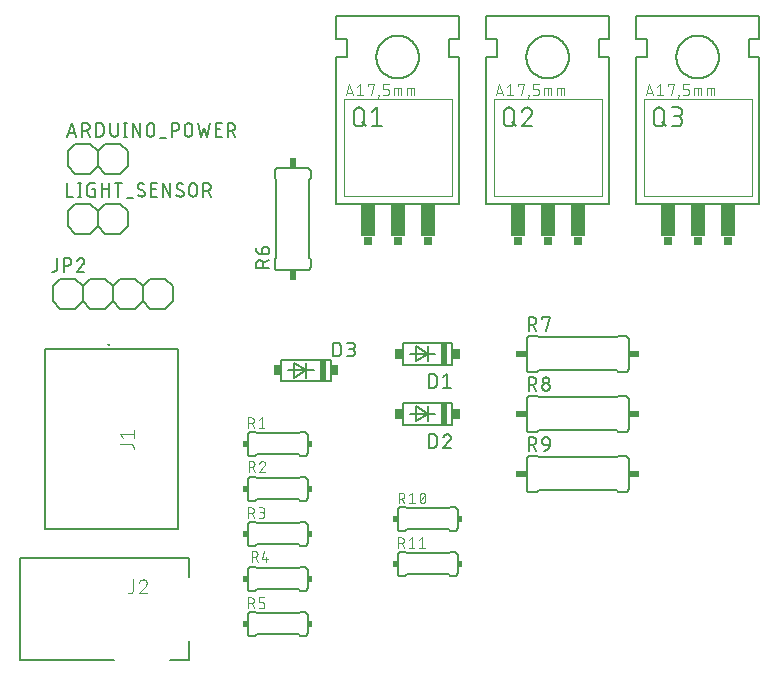
<source format=gbr>
G04 EAGLE Gerber RS-274X export*
G75*
%MOMM*%
%FSLAX34Y34*%
%LPD*%
%INSilkscreen Top*%
%IPPOS*%
%AMOC8*
5,1,8,0,0,1.08239X$1,22.5*%
G01*
%ADD10C,0.152400*%
%ADD11C,0.127000*%
%ADD12R,0.508000X1.870000*%
%ADD13R,0.635000X0.850000*%
%ADD14C,0.200000*%
%ADD15C,0.100000*%
%ADD16C,0.100000*%
%ADD17C,0.101600*%
%ADD18C,0.203200*%
%ADD19C,0.050800*%
%ADD20R,0.762000X0.635000*%
%ADD21R,1.270000X2.794000*%
%ADD22C,0.177800*%
%ADD23R,0.381000X0.508000*%
%ADD24R,0.609600X0.863600*%
%ADD25R,0.863600X0.609600*%


D10*
X44450Y469900D02*
X57150Y469900D01*
X63500Y463550D01*
X63500Y450850D01*
X57150Y444500D01*
X38100Y450850D02*
X38100Y463550D01*
X44450Y469900D01*
X38100Y450850D02*
X44450Y444500D01*
X57150Y444500D01*
X63500Y463550D02*
X69850Y469900D01*
X82550Y469900D01*
X88900Y463550D01*
X88900Y450850D01*
X82550Y444500D01*
X69850Y444500D01*
X63500Y450850D01*
D11*
X37973Y476123D02*
X41783Y487553D01*
X45593Y476123D01*
X44641Y478981D02*
X38926Y478981D01*
X50502Y476123D02*
X50502Y487553D01*
X53677Y487553D01*
X53788Y487551D01*
X53898Y487545D01*
X54009Y487536D01*
X54119Y487522D01*
X54228Y487505D01*
X54337Y487484D01*
X54445Y487459D01*
X54552Y487430D01*
X54658Y487398D01*
X54763Y487362D01*
X54866Y487322D01*
X54968Y487279D01*
X55069Y487232D01*
X55168Y487181D01*
X55265Y487128D01*
X55359Y487071D01*
X55452Y487010D01*
X55543Y486947D01*
X55632Y486880D01*
X55718Y486810D01*
X55801Y486737D01*
X55883Y486662D01*
X55961Y486584D01*
X56036Y486502D01*
X56109Y486419D01*
X56179Y486333D01*
X56246Y486244D01*
X56309Y486153D01*
X56370Y486060D01*
X56427Y485965D01*
X56480Y485869D01*
X56531Y485770D01*
X56578Y485669D01*
X56621Y485567D01*
X56661Y485464D01*
X56697Y485359D01*
X56729Y485253D01*
X56758Y485146D01*
X56783Y485038D01*
X56804Y484929D01*
X56821Y484820D01*
X56835Y484710D01*
X56844Y484599D01*
X56850Y484489D01*
X56852Y484378D01*
X56850Y484267D01*
X56844Y484157D01*
X56835Y484046D01*
X56821Y483936D01*
X56804Y483827D01*
X56783Y483718D01*
X56758Y483610D01*
X56729Y483503D01*
X56697Y483397D01*
X56661Y483292D01*
X56621Y483189D01*
X56578Y483087D01*
X56531Y482986D01*
X56480Y482887D01*
X56427Y482790D01*
X56370Y482696D01*
X56309Y482603D01*
X56246Y482512D01*
X56179Y482423D01*
X56109Y482337D01*
X56036Y482254D01*
X55961Y482172D01*
X55883Y482094D01*
X55801Y482019D01*
X55718Y481946D01*
X55632Y481876D01*
X55543Y481809D01*
X55452Y481746D01*
X55359Y481685D01*
X55264Y481628D01*
X55168Y481575D01*
X55069Y481524D01*
X54968Y481477D01*
X54866Y481434D01*
X54763Y481394D01*
X54658Y481358D01*
X54552Y481326D01*
X54445Y481297D01*
X54337Y481272D01*
X54228Y481251D01*
X54119Y481234D01*
X54009Y481220D01*
X53898Y481211D01*
X53788Y481205D01*
X53677Y481203D01*
X50502Y481203D01*
X54312Y481203D02*
X56852Y476123D01*
X62230Y476123D02*
X62230Y487553D01*
X65405Y487553D01*
X65516Y487551D01*
X65626Y487545D01*
X65737Y487536D01*
X65847Y487522D01*
X65956Y487505D01*
X66065Y487484D01*
X66173Y487459D01*
X66280Y487430D01*
X66386Y487398D01*
X66491Y487362D01*
X66594Y487322D01*
X66696Y487279D01*
X66797Y487232D01*
X66896Y487181D01*
X66993Y487128D01*
X67087Y487071D01*
X67180Y487010D01*
X67271Y486947D01*
X67360Y486880D01*
X67446Y486810D01*
X67529Y486737D01*
X67611Y486662D01*
X67689Y486584D01*
X67764Y486502D01*
X67837Y486419D01*
X67907Y486333D01*
X67974Y486244D01*
X68037Y486153D01*
X68098Y486060D01*
X68155Y485966D01*
X68208Y485869D01*
X68259Y485770D01*
X68306Y485669D01*
X68349Y485567D01*
X68389Y485464D01*
X68425Y485359D01*
X68457Y485253D01*
X68486Y485146D01*
X68511Y485038D01*
X68532Y484929D01*
X68549Y484820D01*
X68563Y484710D01*
X68572Y484599D01*
X68578Y484489D01*
X68580Y484378D01*
X68580Y479298D01*
X68578Y479187D01*
X68572Y479077D01*
X68563Y478966D01*
X68549Y478856D01*
X68532Y478747D01*
X68511Y478638D01*
X68486Y478530D01*
X68457Y478423D01*
X68425Y478317D01*
X68389Y478212D01*
X68349Y478109D01*
X68306Y478007D01*
X68259Y477906D01*
X68208Y477807D01*
X68155Y477710D01*
X68098Y477616D01*
X68037Y477523D01*
X67974Y477432D01*
X67907Y477343D01*
X67837Y477257D01*
X67764Y477174D01*
X67689Y477092D01*
X67611Y477014D01*
X67529Y476939D01*
X67446Y476866D01*
X67360Y476796D01*
X67271Y476729D01*
X67180Y476666D01*
X67087Y476605D01*
X66992Y476548D01*
X66896Y476495D01*
X66797Y476444D01*
X66696Y476397D01*
X66594Y476354D01*
X66491Y476314D01*
X66386Y476278D01*
X66280Y476246D01*
X66173Y476217D01*
X66065Y476192D01*
X65956Y476171D01*
X65847Y476154D01*
X65737Y476140D01*
X65626Y476131D01*
X65516Y476125D01*
X65405Y476123D01*
X62230Y476123D01*
X74422Y479298D02*
X74422Y487553D01*
X74422Y479298D02*
X74424Y479187D01*
X74430Y479077D01*
X74439Y478966D01*
X74453Y478856D01*
X74470Y478747D01*
X74491Y478638D01*
X74516Y478530D01*
X74545Y478423D01*
X74577Y478317D01*
X74613Y478212D01*
X74653Y478109D01*
X74696Y478007D01*
X74743Y477906D01*
X74794Y477807D01*
X74847Y477711D01*
X74904Y477616D01*
X74965Y477523D01*
X75028Y477432D01*
X75095Y477343D01*
X75165Y477257D01*
X75238Y477174D01*
X75313Y477092D01*
X75391Y477014D01*
X75473Y476939D01*
X75556Y476866D01*
X75642Y476796D01*
X75731Y476729D01*
X75822Y476666D01*
X75915Y476605D01*
X76010Y476548D01*
X76106Y476495D01*
X76205Y476444D01*
X76306Y476397D01*
X76408Y476354D01*
X76511Y476314D01*
X76616Y476278D01*
X76722Y476246D01*
X76829Y476217D01*
X76937Y476192D01*
X77046Y476171D01*
X77155Y476154D01*
X77265Y476140D01*
X77376Y476131D01*
X77486Y476125D01*
X77597Y476123D01*
X77708Y476125D01*
X77818Y476131D01*
X77929Y476140D01*
X78039Y476154D01*
X78148Y476171D01*
X78257Y476192D01*
X78365Y476217D01*
X78472Y476246D01*
X78578Y476278D01*
X78683Y476314D01*
X78786Y476354D01*
X78888Y476397D01*
X78989Y476444D01*
X79088Y476495D01*
X79184Y476548D01*
X79279Y476605D01*
X79372Y476666D01*
X79463Y476729D01*
X79552Y476796D01*
X79638Y476866D01*
X79721Y476939D01*
X79803Y477014D01*
X79881Y477092D01*
X79956Y477174D01*
X80029Y477257D01*
X80099Y477343D01*
X80166Y477432D01*
X80229Y477523D01*
X80290Y477616D01*
X80347Y477710D01*
X80400Y477807D01*
X80451Y477906D01*
X80498Y478007D01*
X80541Y478109D01*
X80581Y478212D01*
X80617Y478317D01*
X80649Y478423D01*
X80678Y478530D01*
X80703Y478638D01*
X80724Y478747D01*
X80741Y478856D01*
X80755Y478966D01*
X80764Y479077D01*
X80770Y479187D01*
X80772Y479298D01*
X80772Y487553D01*
X87122Y487553D02*
X87122Y476123D01*
X85852Y476123D02*
X88392Y476123D01*
X88392Y487553D02*
X85852Y487553D01*
X93472Y487553D02*
X93472Y476123D01*
X99822Y476123D02*
X93472Y487553D01*
X99822Y487553D02*
X99822Y476123D01*
X105283Y479298D02*
X105283Y484378D01*
X105285Y484489D01*
X105291Y484599D01*
X105300Y484710D01*
X105314Y484820D01*
X105331Y484929D01*
X105352Y485038D01*
X105377Y485146D01*
X105406Y485253D01*
X105438Y485359D01*
X105474Y485464D01*
X105514Y485567D01*
X105557Y485669D01*
X105604Y485770D01*
X105655Y485869D01*
X105708Y485966D01*
X105765Y486060D01*
X105826Y486153D01*
X105889Y486244D01*
X105956Y486333D01*
X106026Y486419D01*
X106099Y486502D01*
X106174Y486584D01*
X106252Y486662D01*
X106334Y486737D01*
X106417Y486810D01*
X106503Y486880D01*
X106592Y486947D01*
X106683Y487010D01*
X106776Y487071D01*
X106871Y487128D01*
X106967Y487181D01*
X107066Y487232D01*
X107167Y487279D01*
X107269Y487322D01*
X107372Y487362D01*
X107477Y487398D01*
X107583Y487430D01*
X107690Y487459D01*
X107798Y487484D01*
X107907Y487505D01*
X108016Y487522D01*
X108126Y487536D01*
X108237Y487545D01*
X108347Y487551D01*
X108458Y487553D01*
X108569Y487551D01*
X108679Y487545D01*
X108790Y487536D01*
X108900Y487522D01*
X109009Y487505D01*
X109118Y487484D01*
X109226Y487459D01*
X109333Y487430D01*
X109439Y487398D01*
X109544Y487362D01*
X109647Y487322D01*
X109749Y487279D01*
X109850Y487232D01*
X109949Y487181D01*
X110046Y487128D01*
X110140Y487071D01*
X110233Y487010D01*
X110324Y486947D01*
X110413Y486880D01*
X110499Y486810D01*
X110582Y486737D01*
X110664Y486662D01*
X110742Y486584D01*
X110817Y486502D01*
X110890Y486419D01*
X110960Y486333D01*
X111027Y486244D01*
X111090Y486153D01*
X111151Y486060D01*
X111208Y485966D01*
X111261Y485869D01*
X111312Y485770D01*
X111359Y485669D01*
X111402Y485567D01*
X111442Y485464D01*
X111478Y485359D01*
X111510Y485253D01*
X111539Y485146D01*
X111564Y485038D01*
X111585Y484929D01*
X111602Y484820D01*
X111616Y484710D01*
X111625Y484599D01*
X111631Y484489D01*
X111633Y484378D01*
X111633Y479298D01*
X111631Y479187D01*
X111625Y479077D01*
X111616Y478966D01*
X111602Y478856D01*
X111585Y478747D01*
X111564Y478638D01*
X111539Y478530D01*
X111510Y478423D01*
X111478Y478317D01*
X111442Y478212D01*
X111402Y478109D01*
X111359Y478007D01*
X111312Y477906D01*
X111261Y477807D01*
X111208Y477710D01*
X111151Y477616D01*
X111090Y477523D01*
X111027Y477432D01*
X110960Y477343D01*
X110890Y477257D01*
X110817Y477174D01*
X110742Y477092D01*
X110664Y477014D01*
X110582Y476939D01*
X110499Y476866D01*
X110413Y476796D01*
X110324Y476729D01*
X110233Y476666D01*
X110140Y476605D01*
X110045Y476548D01*
X109949Y476495D01*
X109850Y476444D01*
X109749Y476397D01*
X109647Y476354D01*
X109544Y476314D01*
X109439Y476278D01*
X109333Y476246D01*
X109226Y476217D01*
X109118Y476192D01*
X109009Y476171D01*
X108900Y476154D01*
X108790Y476140D01*
X108679Y476131D01*
X108569Y476125D01*
X108458Y476123D01*
X108347Y476125D01*
X108237Y476131D01*
X108126Y476140D01*
X108016Y476154D01*
X107907Y476171D01*
X107798Y476192D01*
X107690Y476217D01*
X107583Y476246D01*
X107477Y476278D01*
X107372Y476314D01*
X107269Y476354D01*
X107167Y476397D01*
X107066Y476444D01*
X106967Y476495D01*
X106871Y476548D01*
X106776Y476605D01*
X106683Y476666D01*
X106592Y476729D01*
X106503Y476796D01*
X106417Y476866D01*
X106334Y476939D01*
X106252Y477014D01*
X106174Y477092D01*
X106099Y477174D01*
X106026Y477257D01*
X105956Y477343D01*
X105889Y477432D01*
X105826Y477523D01*
X105765Y477616D01*
X105708Y477711D01*
X105655Y477807D01*
X105604Y477906D01*
X105557Y478007D01*
X105514Y478109D01*
X105474Y478212D01*
X105438Y478317D01*
X105406Y478423D01*
X105377Y478530D01*
X105352Y478638D01*
X105331Y478747D01*
X105314Y478856D01*
X105300Y478966D01*
X105291Y479077D01*
X105285Y479187D01*
X105283Y479298D01*
X116205Y474853D02*
X121285Y474853D01*
X126428Y476123D02*
X126428Y487553D01*
X129603Y487553D01*
X129714Y487551D01*
X129824Y487545D01*
X129935Y487536D01*
X130045Y487522D01*
X130154Y487505D01*
X130263Y487484D01*
X130371Y487459D01*
X130478Y487430D01*
X130584Y487398D01*
X130689Y487362D01*
X130792Y487322D01*
X130894Y487279D01*
X130995Y487232D01*
X131094Y487181D01*
X131191Y487128D01*
X131285Y487071D01*
X131378Y487010D01*
X131469Y486947D01*
X131558Y486880D01*
X131644Y486810D01*
X131727Y486737D01*
X131809Y486662D01*
X131887Y486584D01*
X131962Y486502D01*
X132035Y486419D01*
X132105Y486333D01*
X132172Y486244D01*
X132235Y486153D01*
X132296Y486060D01*
X132353Y485965D01*
X132406Y485869D01*
X132457Y485770D01*
X132504Y485669D01*
X132547Y485567D01*
X132587Y485464D01*
X132623Y485359D01*
X132655Y485253D01*
X132684Y485146D01*
X132709Y485038D01*
X132730Y484929D01*
X132747Y484820D01*
X132761Y484710D01*
X132770Y484599D01*
X132776Y484489D01*
X132778Y484378D01*
X132776Y484267D01*
X132770Y484157D01*
X132761Y484046D01*
X132747Y483936D01*
X132730Y483827D01*
X132709Y483718D01*
X132684Y483610D01*
X132655Y483503D01*
X132623Y483397D01*
X132587Y483292D01*
X132547Y483189D01*
X132504Y483087D01*
X132457Y482986D01*
X132406Y482887D01*
X132353Y482790D01*
X132296Y482696D01*
X132235Y482603D01*
X132172Y482512D01*
X132105Y482423D01*
X132035Y482337D01*
X131962Y482254D01*
X131887Y482172D01*
X131809Y482094D01*
X131727Y482019D01*
X131644Y481946D01*
X131558Y481876D01*
X131469Y481809D01*
X131378Y481746D01*
X131285Y481685D01*
X131190Y481628D01*
X131094Y481575D01*
X130995Y481524D01*
X130894Y481477D01*
X130792Y481434D01*
X130689Y481394D01*
X130584Y481358D01*
X130478Y481326D01*
X130371Y481297D01*
X130263Y481272D01*
X130154Y481251D01*
X130045Y481234D01*
X129935Y481220D01*
X129824Y481211D01*
X129714Y481205D01*
X129603Y481203D01*
X126428Y481203D01*
X137287Y479298D02*
X137287Y484378D01*
X137289Y484489D01*
X137295Y484599D01*
X137304Y484710D01*
X137318Y484820D01*
X137335Y484929D01*
X137356Y485038D01*
X137381Y485146D01*
X137410Y485253D01*
X137442Y485359D01*
X137478Y485464D01*
X137518Y485567D01*
X137561Y485669D01*
X137608Y485770D01*
X137659Y485869D01*
X137712Y485966D01*
X137769Y486060D01*
X137830Y486153D01*
X137893Y486244D01*
X137960Y486333D01*
X138030Y486419D01*
X138103Y486502D01*
X138178Y486584D01*
X138256Y486662D01*
X138338Y486737D01*
X138421Y486810D01*
X138507Y486880D01*
X138596Y486947D01*
X138687Y487010D01*
X138780Y487071D01*
X138875Y487128D01*
X138971Y487181D01*
X139070Y487232D01*
X139171Y487279D01*
X139273Y487322D01*
X139376Y487362D01*
X139481Y487398D01*
X139587Y487430D01*
X139694Y487459D01*
X139802Y487484D01*
X139911Y487505D01*
X140020Y487522D01*
X140130Y487536D01*
X140241Y487545D01*
X140351Y487551D01*
X140462Y487553D01*
X140573Y487551D01*
X140683Y487545D01*
X140794Y487536D01*
X140904Y487522D01*
X141013Y487505D01*
X141122Y487484D01*
X141230Y487459D01*
X141337Y487430D01*
X141443Y487398D01*
X141548Y487362D01*
X141651Y487322D01*
X141753Y487279D01*
X141854Y487232D01*
X141953Y487181D01*
X142050Y487128D01*
X142144Y487071D01*
X142237Y487010D01*
X142328Y486947D01*
X142417Y486880D01*
X142503Y486810D01*
X142586Y486737D01*
X142668Y486662D01*
X142746Y486584D01*
X142821Y486502D01*
X142894Y486419D01*
X142964Y486333D01*
X143031Y486244D01*
X143094Y486153D01*
X143155Y486060D01*
X143212Y485966D01*
X143265Y485869D01*
X143316Y485770D01*
X143363Y485669D01*
X143406Y485567D01*
X143446Y485464D01*
X143482Y485359D01*
X143514Y485253D01*
X143543Y485146D01*
X143568Y485038D01*
X143589Y484929D01*
X143606Y484820D01*
X143620Y484710D01*
X143629Y484599D01*
X143635Y484489D01*
X143637Y484378D01*
X143637Y479298D01*
X143635Y479187D01*
X143629Y479077D01*
X143620Y478966D01*
X143606Y478856D01*
X143589Y478747D01*
X143568Y478638D01*
X143543Y478530D01*
X143514Y478423D01*
X143482Y478317D01*
X143446Y478212D01*
X143406Y478109D01*
X143363Y478007D01*
X143316Y477906D01*
X143265Y477807D01*
X143212Y477710D01*
X143155Y477616D01*
X143094Y477523D01*
X143031Y477432D01*
X142964Y477343D01*
X142894Y477257D01*
X142821Y477174D01*
X142746Y477092D01*
X142668Y477014D01*
X142586Y476939D01*
X142503Y476866D01*
X142417Y476796D01*
X142328Y476729D01*
X142237Y476666D01*
X142144Y476605D01*
X142049Y476548D01*
X141953Y476495D01*
X141854Y476444D01*
X141753Y476397D01*
X141651Y476354D01*
X141548Y476314D01*
X141443Y476278D01*
X141337Y476246D01*
X141230Y476217D01*
X141122Y476192D01*
X141013Y476171D01*
X140904Y476154D01*
X140794Y476140D01*
X140683Y476131D01*
X140573Y476125D01*
X140462Y476123D01*
X140351Y476125D01*
X140241Y476131D01*
X140130Y476140D01*
X140020Y476154D01*
X139911Y476171D01*
X139802Y476192D01*
X139694Y476217D01*
X139587Y476246D01*
X139481Y476278D01*
X139376Y476314D01*
X139273Y476354D01*
X139171Y476397D01*
X139070Y476444D01*
X138971Y476495D01*
X138875Y476548D01*
X138780Y476605D01*
X138687Y476666D01*
X138596Y476729D01*
X138507Y476796D01*
X138421Y476866D01*
X138338Y476939D01*
X138256Y477014D01*
X138178Y477092D01*
X138103Y477174D01*
X138030Y477257D01*
X137960Y477343D01*
X137893Y477432D01*
X137830Y477523D01*
X137769Y477616D01*
X137712Y477711D01*
X137659Y477807D01*
X137608Y477906D01*
X137561Y478007D01*
X137518Y478109D01*
X137478Y478212D01*
X137442Y478317D01*
X137410Y478423D01*
X137381Y478530D01*
X137356Y478638D01*
X137335Y478747D01*
X137318Y478856D01*
X137304Y478966D01*
X137295Y479077D01*
X137289Y479187D01*
X137287Y479298D01*
X148336Y487553D02*
X150876Y476123D01*
X153416Y483743D01*
X155956Y476123D01*
X158496Y487553D01*
X163601Y476123D02*
X168681Y476123D01*
X163601Y476123D02*
X163601Y487553D01*
X168681Y487553D01*
X167411Y482473D02*
X163601Y482473D01*
X173565Y487553D02*
X173565Y476123D01*
X173565Y487553D02*
X176740Y487553D01*
X176851Y487551D01*
X176961Y487545D01*
X177072Y487536D01*
X177182Y487522D01*
X177291Y487505D01*
X177400Y487484D01*
X177508Y487459D01*
X177615Y487430D01*
X177721Y487398D01*
X177826Y487362D01*
X177929Y487322D01*
X178031Y487279D01*
X178132Y487232D01*
X178231Y487181D01*
X178328Y487128D01*
X178422Y487071D01*
X178515Y487010D01*
X178606Y486947D01*
X178695Y486880D01*
X178781Y486810D01*
X178864Y486737D01*
X178946Y486662D01*
X179024Y486584D01*
X179099Y486502D01*
X179172Y486419D01*
X179242Y486333D01*
X179309Y486244D01*
X179372Y486153D01*
X179433Y486060D01*
X179490Y485965D01*
X179543Y485869D01*
X179594Y485770D01*
X179641Y485669D01*
X179684Y485567D01*
X179724Y485464D01*
X179760Y485359D01*
X179792Y485253D01*
X179821Y485146D01*
X179846Y485038D01*
X179867Y484929D01*
X179884Y484820D01*
X179898Y484710D01*
X179907Y484599D01*
X179913Y484489D01*
X179915Y484378D01*
X179913Y484267D01*
X179907Y484157D01*
X179898Y484046D01*
X179884Y483936D01*
X179867Y483827D01*
X179846Y483718D01*
X179821Y483610D01*
X179792Y483503D01*
X179760Y483397D01*
X179724Y483292D01*
X179684Y483189D01*
X179641Y483087D01*
X179594Y482986D01*
X179543Y482887D01*
X179490Y482790D01*
X179433Y482696D01*
X179372Y482603D01*
X179309Y482512D01*
X179242Y482423D01*
X179172Y482337D01*
X179099Y482254D01*
X179024Y482172D01*
X178946Y482094D01*
X178864Y482019D01*
X178781Y481946D01*
X178695Y481876D01*
X178606Y481809D01*
X178515Y481746D01*
X178422Y481685D01*
X178327Y481628D01*
X178231Y481575D01*
X178132Y481524D01*
X178031Y481477D01*
X177929Y481434D01*
X177826Y481394D01*
X177721Y481358D01*
X177615Y481326D01*
X177508Y481297D01*
X177400Y481272D01*
X177291Y481251D01*
X177182Y481234D01*
X177072Y481220D01*
X176961Y481211D01*
X176851Y481205D01*
X176740Y481203D01*
X173565Y481203D01*
X177375Y481203D02*
X179915Y476123D01*
D10*
X322080Y301300D02*
X363720Y301300D01*
X322080Y301300D02*
X322080Y282900D01*
X363720Y282900D01*
X363720Y301300D01*
X349250Y292100D02*
X342900Y292100D01*
X332740Y285750D02*
X332740Y298450D01*
X342900Y292100D01*
X327660Y292100D01*
X332740Y285750D02*
X342900Y292100D01*
X342900Y285750D01*
X342900Y292100D02*
X342900Y298450D01*
D12*
X356870Y292250D03*
D13*
X318905Y292100D03*
X366895Y292100D03*
D11*
X344424Y274955D02*
X344424Y263525D01*
X344424Y274955D02*
X347599Y274955D01*
X347710Y274953D01*
X347820Y274947D01*
X347931Y274938D01*
X348041Y274924D01*
X348150Y274907D01*
X348259Y274886D01*
X348367Y274861D01*
X348474Y274832D01*
X348580Y274800D01*
X348685Y274764D01*
X348788Y274724D01*
X348890Y274681D01*
X348991Y274634D01*
X349090Y274583D01*
X349187Y274530D01*
X349281Y274473D01*
X349374Y274412D01*
X349465Y274349D01*
X349554Y274282D01*
X349640Y274212D01*
X349723Y274139D01*
X349805Y274064D01*
X349883Y273986D01*
X349958Y273904D01*
X350031Y273821D01*
X350101Y273735D01*
X350168Y273646D01*
X350231Y273555D01*
X350292Y273462D01*
X350349Y273368D01*
X350402Y273271D01*
X350453Y273172D01*
X350500Y273071D01*
X350543Y272969D01*
X350583Y272866D01*
X350619Y272761D01*
X350651Y272655D01*
X350680Y272548D01*
X350705Y272440D01*
X350726Y272331D01*
X350743Y272222D01*
X350757Y272112D01*
X350766Y272001D01*
X350772Y271891D01*
X350774Y271780D01*
X350774Y266700D01*
X350772Y266589D01*
X350766Y266479D01*
X350757Y266368D01*
X350743Y266258D01*
X350726Y266149D01*
X350705Y266040D01*
X350680Y265932D01*
X350651Y265825D01*
X350619Y265719D01*
X350583Y265614D01*
X350543Y265511D01*
X350500Y265409D01*
X350453Y265308D01*
X350402Y265209D01*
X350349Y265112D01*
X350292Y265018D01*
X350231Y264925D01*
X350168Y264834D01*
X350101Y264745D01*
X350031Y264659D01*
X349958Y264576D01*
X349883Y264494D01*
X349805Y264416D01*
X349723Y264341D01*
X349640Y264268D01*
X349554Y264198D01*
X349465Y264131D01*
X349374Y264068D01*
X349281Y264007D01*
X349187Y263950D01*
X349090Y263897D01*
X348991Y263846D01*
X348890Y263799D01*
X348788Y263756D01*
X348685Y263716D01*
X348580Y263680D01*
X348474Y263648D01*
X348367Y263619D01*
X348259Y263594D01*
X348150Y263573D01*
X348041Y263556D01*
X347931Y263542D01*
X347820Y263533D01*
X347710Y263527D01*
X347599Y263525D01*
X344424Y263525D01*
X356235Y272415D02*
X359410Y274955D01*
X359410Y263525D01*
X356235Y263525D02*
X362585Y263525D01*
D10*
X363720Y250500D02*
X322080Y250500D01*
X322080Y232100D01*
X363720Y232100D01*
X363720Y250500D01*
X349250Y241300D02*
X342900Y241300D01*
X332740Y234950D02*
X332740Y247650D01*
X342900Y241300D01*
X327660Y241300D01*
X332740Y234950D02*
X342900Y241300D01*
X342900Y234950D01*
X342900Y241300D02*
X342900Y247650D01*
D12*
X356870Y241450D03*
D13*
X318905Y241300D03*
X366895Y241300D03*
D11*
X344424Y224155D02*
X344424Y212725D01*
X344424Y224155D02*
X347599Y224155D01*
X347710Y224153D01*
X347820Y224147D01*
X347931Y224138D01*
X348041Y224124D01*
X348150Y224107D01*
X348259Y224086D01*
X348367Y224061D01*
X348474Y224032D01*
X348580Y224000D01*
X348685Y223964D01*
X348788Y223924D01*
X348890Y223881D01*
X348991Y223834D01*
X349090Y223783D01*
X349187Y223730D01*
X349281Y223673D01*
X349374Y223612D01*
X349465Y223549D01*
X349554Y223482D01*
X349640Y223412D01*
X349723Y223339D01*
X349805Y223264D01*
X349883Y223186D01*
X349958Y223104D01*
X350031Y223021D01*
X350101Y222935D01*
X350168Y222846D01*
X350231Y222755D01*
X350292Y222662D01*
X350349Y222568D01*
X350402Y222471D01*
X350453Y222372D01*
X350500Y222271D01*
X350543Y222169D01*
X350583Y222066D01*
X350619Y221961D01*
X350651Y221855D01*
X350680Y221748D01*
X350705Y221640D01*
X350726Y221531D01*
X350743Y221422D01*
X350757Y221312D01*
X350766Y221201D01*
X350772Y221091D01*
X350774Y220980D01*
X350774Y215900D01*
X350772Y215789D01*
X350766Y215679D01*
X350757Y215568D01*
X350743Y215458D01*
X350726Y215349D01*
X350705Y215240D01*
X350680Y215132D01*
X350651Y215025D01*
X350619Y214919D01*
X350583Y214814D01*
X350543Y214711D01*
X350500Y214609D01*
X350453Y214508D01*
X350402Y214409D01*
X350349Y214312D01*
X350292Y214218D01*
X350231Y214125D01*
X350168Y214034D01*
X350101Y213945D01*
X350031Y213859D01*
X349958Y213776D01*
X349883Y213694D01*
X349805Y213616D01*
X349723Y213541D01*
X349640Y213468D01*
X349554Y213398D01*
X349465Y213331D01*
X349374Y213268D01*
X349281Y213207D01*
X349187Y213150D01*
X349090Y213097D01*
X348991Y213046D01*
X348890Y212999D01*
X348788Y212956D01*
X348685Y212916D01*
X348580Y212880D01*
X348474Y212848D01*
X348367Y212819D01*
X348259Y212794D01*
X348150Y212773D01*
X348041Y212756D01*
X347931Y212742D01*
X347820Y212733D01*
X347710Y212727D01*
X347599Y212725D01*
X344424Y212725D01*
X359728Y224156D02*
X359832Y224154D01*
X359937Y224148D01*
X360041Y224139D01*
X360144Y224126D01*
X360247Y224108D01*
X360349Y224088D01*
X360451Y224063D01*
X360551Y224035D01*
X360651Y224003D01*
X360749Y223967D01*
X360846Y223928D01*
X360941Y223886D01*
X361035Y223840D01*
X361127Y223790D01*
X361217Y223738D01*
X361305Y223682D01*
X361391Y223622D01*
X361475Y223560D01*
X361556Y223495D01*
X361635Y223427D01*
X361712Y223355D01*
X361785Y223282D01*
X361857Y223205D01*
X361925Y223126D01*
X361990Y223045D01*
X362052Y222961D01*
X362112Y222875D01*
X362168Y222787D01*
X362220Y222697D01*
X362270Y222605D01*
X362316Y222511D01*
X362358Y222416D01*
X362397Y222319D01*
X362433Y222221D01*
X362465Y222121D01*
X362493Y222021D01*
X362518Y221919D01*
X362538Y221817D01*
X362556Y221714D01*
X362569Y221611D01*
X362578Y221507D01*
X362584Y221402D01*
X362586Y221298D01*
X359728Y224155D02*
X359610Y224153D01*
X359491Y224147D01*
X359373Y224138D01*
X359256Y224125D01*
X359139Y224107D01*
X359022Y224087D01*
X358906Y224062D01*
X358791Y224034D01*
X358678Y224001D01*
X358565Y223966D01*
X358453Y223926D01*
X358343Y223884D01*
X358234Y223837D01*
X358126Y223787D01*
X358021Y223734D01*
X357917Y223677D01*
X357815Y223617D01*
X357715Y223554D01*
X357617Y223487D01*
X357521Y223418D01*
X357428Y223345D01*
X357337Y223269D01*
X357248Y223191D01*
X357162Y223109D01*
X357079Y223025D01*
X356998Y222939D01*
X356921Y222849D01*
X356846Y222758D01*
X356774Y222664D01*
X356705Y222567D01*
X356640Y222469D01*
X356577Y222368D01*
X356518Y222265D01*
X356462Y222161D01*
X356410Y222055D01*
X356361Y221947D01*
X356316Y221838D01*
X356274Y221727D01*
X356236Y221615D01*
X361633Y219076D02*
X361709Y219151D01*
X361784Y219230D01*
X361855Y219311D01*
X361924Y219395D01*
X361989Y219481D01*
X362051Y219569D01*
X362111Y219659D01*
X362167Y219751D01*
X362220Y219846D01*
X362269Y219942D01*
X362315Y220040D01*
X362358Y220139D01*
X362397Y220240D01*
X362432Y220342D01*
X362464Y220445D01*
X362492Y220549D01*
X362517Y220654D01*
X362538Y220761D01*
X362555Y220867D01*
X362568Y220974D01*
X362577Y221082D01*
X362583Y221190D01*
X362585Y221298D01*
X361633Y219075D02*
X356235Y212725D01*
X362585Y212725D01*
D10*
X260850Y287330D02*
X219210Y287330D01*
X219210Y268930D01*
X260850Y268930D01*
X260850Y287330D01*
X246380Y278130D02*
X240030Y278130D01*
X229870Y271780D02*
X229870Y284480D01*
X240030Y278130D01*
X224790Y278130D01*
X229870Y271780D02*
X240030Y278130D01*
X240030Y271780D01*
X240030Y278130D02*
X240030Y284480D01*
D12*
X254000Y278280D03*
D13*
X216035Y278130D03*
X264025Y278130D03*
D11*
X263144Y290195D02*
X263144Y301625D01*
X266319Y301625D01*
X266430Y301623D01*
X266540Y301617D01*
X266651Y301608D01*
X266761Y301594D01*
X266870Y301577D01*
X266979Y301556D01*
X267087Y301531D01*
X267194Y301502D01*
X267300Y301470D01*
X267405Y301434D01*
X267508Y301394D01*
X267610Y301351D01*
X267711Y301304D01*
X267810Y301253D01*
X267907Y301200D01*
X268001Y301143D01*
X268094Y301082D01*
X268185Y301019D01*
X268274Y300952D01*
X268360Y300882D01*
X268443Y300809D01*
X268525Y300734D01*
X268603Y300656D01*
X268678Y300574D01*
X268751Y300491D01*
X268821Y300405D01*
X268888Y300316D01*
X268951Y300225D01*
X269012Y300132D01*
X269069Y300038D01*
X269122Y299941D01*
X269173Y299842D01*
X269220Y299741D01*
X269263Y299639D01*
X269303Y299536D01*
X269339Y299431D01*
X269371Y299325D01*
X269400Y299218D01*
X269425Y299110D01*
X269446Y299001D01*
X269463Y298892D01*
X269477Y298782D01*
X269486Y298671D01*
X269492Y298561D01*
X269494Y298450D01*
X269494Y293370D01*
X269492Y293259D01*
X269486Y293149D01*
X269477Y293038D01*
X269463Y292928D01*
X269446Y292819D01*
X269425Y292710D01*
X269400Y292602D01*
X269371Y292495D01*
X269339Y292389D01*
X269303Y292284D01*
X269263Y292181D01*
X269220Y292079D01*
X269173Y291978D01*
X269122Y291879D01*
X269069Y291782D01*
X269012Y291688D01*
X268951Y291595D01*
X268888Y291504D01*
X268821Y291415D01*
X268751Y291329D01*
X268678Y291246D01*
X268603Y291164D01*
X268525Y291086D01*
X268443Y291011D01*
X268360Y290938D01*
X268274Y290868D01*
X268185Y290801D01*
X268094Y290738D01*
X268001Y290677D01*
X267907Y290620D01*
X267810Y290567D01*
X267711Y290516D01*
X267610Y290469D01*
X267508Y290426D01*
X267405Y290386D01*
X267300Y290350D01*
X267194Y290318D01*
X267087Y290289D01*
X266979Y290264D01*
X266870Y290243D01*
X266761Y290226D01*
X266651Y290212D01*
X266540Y290203D01*
X266430Y290197D01*
X266319Y290195D01*
X263144Y290195D01*
X274955Y290195D02*
X278130Y290195D01*
X278241Y290197D01*
X278351Y290203D01*
X278462Y290212D01*
X278572Y290226D01*
X278681Y290243D01*
X278790Y290264D01*
X278898Y290289D01*
X279005Y290318D01*
X279111Y290350D01*
X279216Y290386D01*
X279319Y290426D01*
X279421Y290469D01*
X279522Y290516D01*
X279621Y290567D01*
X279718Y290620D01*
X279812Y290677D01*
X279905Y290738D01*
X279996Y290801D01*
X280085Y290868D01*
X280171Y290938D01*
X280254Y291011D01*
X280336Y291086D01*
X280414Y291164D01*
X280489Y291246D01*
X280562Y291329D01*
X280632Y291415D01*
X280699Y291504D01*
X280762Y291595D01*
X280823Y291688D01*
X280880Y291782D01*
X280933Y291879D01*
X280984Y291978D01*
X281031Y292079D01*
X281074Y292181D01*
X281114Y292284D01*
X281150Y292389D01*
X281182Y292495D01*
X281211Y292602D01*
X281236Y292710D01*
X281257Y292819D01*
X281274Y292928D01*
X281288Y293038D01*
X281297Y293149D01*
X281303Y293259D01*
X281305Y293370D01*
X281303Y293481D01*
X281297Y293591D01*
X281288Y293702D01*
X281274Y293812D01*
X281257Y293921D01*
X281236Y294030D01*
X281211Y294138D01*
X281182Y294245D01*
X281150Y294351D01*
X281114Y294456D01*
X281074Y294559D01*
X281031Y294661D01*
X280984Y294762D01*
X280933Y294861D01*
X280880Y294957D01*
X280823Y295052D01*
X280762Y295145D01*
X280699Y295236D01*
X280632Y295325D01*
X280562Y295411D01*
X280489Y295494D01*
X280414Y295576D01*
X280336Y295654D01*
X280254Y295729D01*
X280171Y295802D01*
X280085Y295872D01*
X279996Y295939D01*
X279905Y296002D01*
X279812Y296063D01*
X279718Y296120D01*
X279621Y296173D01*
X279522Y296224D01*
X279421Y296271D01*
X279319Y296314D01*
X279216Y296354D01*
X279111Y296390D01*
X279005Y296422D01*
X278898Y296451D01*
X278790Y296476D01*
X278681Y296497D01*
X278572Y296514D01*
X278462Y296528D01*
X278351Y296537D01*
X278241Y296543D01*
X278130Y296545D01*
X278765Y301625D02*
X274955Y301625D01*
X278765Y301625D02*
X278865Y301623D01*
X278964Y301617D01*
X279064Y301607D01*
X279162Y301594D01*
X279261Y301576D01*
X279358Y301555D01*
X279454Y301530D01*
X279550Y301501D01*
X279644Y301468D01*
X279737Y301432D01*
X279828Y301392D01*
X279918Y301348D01*
X280006Y301301D01*
X280092Y301251D01*
X280176Y301197D01*
X280258Y301140D01*
X280337Y301080D01*
X280415Y301016D01*
X280489Y300950D01*
X280561Y300881D01*
X280630Y300809D01*
X280696Y300735D01*
X280760Y300657D01*
X280820Y300578D01*
X280877Y300496D01*
X280931Y300412D01*
X280981Y300326D01*
X281028Y300238D01*
X281072Y300148D01*
X281112Y300057D01*
X281148Y299964D01*
X281181Y299870D01*
X281210Y299774D01*
X281235Y299678D01*
X281256Y299581D01*
X281274Y299482D01*
X281287Y299384D01*
X281297Y299284D01*
X281303Y299185D01*
X281305Y299085D01*
X281303Y298985D01*
X281297Y298886D01*
X281287Y298786D01*
X281274Y298688D01*
X281256Y298589D01*
X281235Y298492D01*
X281210Y298396D01*
X281181Y298300D01*
X281148Y298206D01*
X281112Y298113D01*
X281072Y298022D01*
X281028Y297932D01*
X280981Y297844D01*
X280931Y297758D01*
X280877Y297674D01*
X280820Y297592D01*
X280760Y297513D01*
X280696Y297435D01*
X280630Y297361D01*
X280561Y297289D01*
X280489Y297220D01*
X280415Y297154D01*
X280337Y297090D01*
X280258Y297030D01*
X280176Y296973D01*
X280092Y296919D01*
X280006Y296869D01*
X279918Y296822D01*
X279828Y296778D01*
X279737Y296738D01*
X279644Y296702D01*
X279550Y296669D01*
X279454Y296640D01*
X279358Y296615D01*
X279261Y296594D01*
X279162Y296576D01*
X279064Y296563D01*
X278964Y296553D01*
X278865Y296547D01*
X278765Y296545D01*
X276225Y296545D01*
D14*
X19390Y295910D02*
X19390Y143510D01*
X131390Y143510D01*
X131390Y295910D01*
X19390Y295910D01*
D15*
X72390Y300810D03*
D16*
X72346Y300808D01*
X72303Y300802D01*
X72261Y300793D01*
X72219Y300780D01*
X72179Y300763D01*
X72140Y300743D01*
X72103Y300720D01*
X72069Y300693D01*
X72036Y300664D01*
X72007Y300631D01*
X71980Y300597D01*
X71957Y300560D01*
X71937Y300521D01*
X71920Y300481D01*
X71907Y300439D01*
X71898Y300397D01*
X71892Y300354D01*
X71890Y300310D01*
X71892Y300266D01*
X71898Y300223D01*
X71907Y300181D01*
X71920Y300139D01*
X71937Y300099D01*
X71957Y300060D01*
X71980Y300023D01*
X72007Y299989D01*
X72036Y299956D01*
X72069Y299927D01*
X72103Y299900D01*
X72140Y299877D01*
X72179Y299857D01*
X72219Y299840D01*
X72261Y299827D01*
X72303Y299818D01*
X72346Y299812D01*
X72390Y299810D01*
D15*
X72390Y299810D03*
D16*
X72434Y299812D01*
X72477Y299818D01*
X72519Y299827D01*
X72561Y299840D01*
X72601Y299857D01*
X72640Y299877D01*
X72677Y299900D01*
X72711Y299927D01*
X72744Y299956D01*
X72773Y299989D01*
X72800Y300023D01*
X72823Y300060D01*
X72843Y300099D01*
X72860Y300139D01*
X72873Y300181D01*
X72882Y300223D01*
X72888Y300266D01*
X72890Y300310D01*
X72888Y300354D01*
X72882Y300397D01*
X72873Y300439D01*
X72860Y300481D01*
X72843Y300521D01*
X72823Y300560D01*
X72800Y300597D01*
X72773Y300631D01*
X72744Y300664D01*
X72711Y300693D01*
X72677Y300720D01*
X72640Y300743D01*
X72601Y300763D01*
X72561Y300780D01*
X72519Y300793D01*
X72477Y300802D01*
X72434Y300808D01*
X72390Y300810D01*
D17*
X82248Y215775D02*
X91336Y215775D01*
X91435Y215773D01*
X91535Y215767D01*
X91634Y215758D01*
X91732Y215745D01*
X91830Y215728D01*
X91928Y215707D01*
X92024Y215682D01*
X92119Y215654D01*
X92213Y215622D01*
X92306Y215587D01*
X92398Y215548D01*
X92488Y215505D01*
X92576Y215460D01*
X92663Y215410D01*
X92747Y215358D01*
X92830Y215302D01*
X92910Y215244D01*
X92988Y215182D01*
X93063Y215117D01*
X93136Y215049D01*
X93206Y214979D01*
X93274Y214906D01*
X93339Y214831D01*
X93401Y214753D01*
X93459Y214673D01*
X93515Y214590D01*
X93567Y214506D01*
X93617Y214419D01*
X93662Y214331D01*
X93705Y214241D01*
X93744Y214149D01*
X93779Y214056D01*
X93811Y213962D01*
X93839Y213867D01*
X93864Y213771D01*
X93885Y213673D01*
X93902Y213575D01*
X93915Y213477D01*
X93924Y213378D01*
X93930Y213278D01*
X93932Y213179D01*
X93932Y211880D01*
X84844Y221048D02*
X82248Y224294D01*
X93932Y224294D01*
X93932Y221048D02*
X93932Y227540D01*
D18*
X-2400Y119200D02*
X-2400Y33200D01*
X-2400Y119200D02*
X140600Y119200D01*
X140600Y103200D01*
X140600Y49200D02*
X140600Y33200D01*
X77100Y33200D02*
X-2400Y33200D01*
X124600Y33200D02*
X140600Y33200D01*
D17*
X93303Y92004D02*
X93303Y101092D01*
X93302Y92004D02*
X93300Y91905D01*
X93294Y91805D01*
X93285Y91706D01*
X93272Y91608D01*
X93255Y91510D01*
X93234Y91412D01*
X93209Y91316D01*
X93181Y91221D01*
X93149Y91127D01*
X93114Y91034D01*
X93075Y90942D01*
X93032Y90852D01*
X92987Y90764D01*
X92937Y90677D01*
X92885Y90593D01*
X92829Y90510D01*
X92771Y90430D01*
X92709Y90352D01*
X92644Y90277D01*
X92576Y90204D01*
X92506Y90134D01*
X92433Y90066D01*
X92358Y90001D01*
X92280Y89939D01*
X92200Y89881D01*
X92117Y89825D01*
X92033Y89773D01*
X91946Y89723D01*
X91858Y89678D01*
X91768Y89635D01*
X91676Y89596D01*
X91583Y89561D01*
X91489Y89529D01*
X91394Y89501D01*
X91298Y89476D01*
X91200Y89455D01*
X91102Y89438D01*
X91004Y89425D01*
X90905Y89416D01*
X90805Y89410D01*
X90706Y89408D01*
X89408Y89408D01*
X102146Y101092D02*
X102253Y101090D01*
X102359Y101084D01*
X102465Y101074D01*
X102571Y101061D01*
X102677Y101043D01*
X102781Y101022D01*
X102885Y100997D01*
X102988Y100968D01*
X103089Y100936D01*
X103189Y100899D01*
X103288Y100859D01*
X103386Y100816D01*
X103482Y100769D01*
X103576Y100718D01*
X103668Y100664D01*
X103758Y100607D01*
X103846Y100547D01*
X103931Y100483D01*
X104014Y100416D01*
X104095Y100346D01*
X104173Y100274D01*
X104249Y100198D01*
X104321Y100120D01*
X104391Y100039D01*
X104458Y99956D01*
X104522Y99871D01*
X104582Y99783D01*
X104639Y99693D01*
X104693Y99601D01*
X104744Y99507D01*
X104791Y99411D01*
X104834Y99313D01*
X104874Y99214D01*
X104911Y99114D01*
X104943Y99013D01*
X104972Y98910D01*
X104997Y98806D01*
X105018Y98702D01*
X105036Y98596D01*
X105049Y98490D01*
X105059Y98384D01*
X105065Y98278D01*
X105067Y98171D01*
X102146Y101092D02*
X102025Y101090D01*
X101904Y101084D01*
X101784Y101074D01*
X101663Y101061D01*
X101544Y101043D01*
X101424Y101022D01*
X101306Y100997D01*
X101189Y100968D01*
X101072Y100935D01*
X100957Y100899D01*
X100843Y100858D01*
X100730Y100815D01*
X100618Y100767D01*
X100509Y100716D01*
X100401Y100661D01*
X100294Y100603D01*
X100190Y100542D01*
X100088Y100477D01*
X99988Y100409D01*
X99890Y100338D01*
X99794Y100264D01*
X99701Y100187D01*
X99611Y100106D01*
X99523Y100023D01*
X99438Y99937D01*
X99355Y99848D01*
X99276Y99757D01*
X99199Y99663D01*
X99126Y99567D01*
X99056Y99469D01*
X98989Y99368D01*
X98925Y99265D01*
X98865Y99160D01*
X98808Y99053D01*
X98754Y98945D01*
X98704Y98835D01*
X98658Y98723D01*
X98615Y98610D01*
X98576Y98495D01*
X104094Y95899D02*
X104173Y95976D01*
X104249Y96057D01*
X104322Y96140D01*
X104392Y96225D01*
X104459Y96313D01*
X104523Y96403D01*
X104583Y96495D01*
X104640Y96590D01*
X104694Y96686D01*
X104745Y96784D01*
X104792Y96884D01*
X104836Y96986D01*
X104876Y97089D01*
X104912Y97193D01*
X104944Y97299D01*
X104973Y97405D01*
X104998Y97513D01*
X105020Y97621D01*
X105037Y97731D01*
X105051Y97840D01*
X105060Y97950D01*
X105066Y98061D01*
X105068Y98171D01*
X104094Y95899D02*
X98576Y89408D01*
X105067Y89408D01*
D10*
X76200Y349250D02*
X82550Y355600D01*
X95250Y355600D01*
X101600Y349250D01*
X101600Y336550D01*
X95250Y330200D01*
X82550Y330200D01*
X76200Y336550D01*
X44450Y355600D02*
X31750Y355600D01*
X44450Y355600D02*
X50800Y349250D01*
X50800Y336550D01*
X44450Y330200D01*
X50800Y349250D02*
X57150Y355600D01*
X69850Y355600D01*
X76200Y349250D01*
X76200Y336550D01*
X69850Y330200D01*
X57150Y330200D01*
X50800Y336550D01*
X25400Y336550D02*
X25400Y349250D01*
X31750Y355600D01*
X25400Y336550D02*
X31750Y330200D01*
X44450Y330200D01*
X107950Y355600D02*
X120650Y355600D01*
X127000Y349250D01*
X127000Y336550D01*
X120650Y330200D01*
X101600Y349250D02*
X107950Y355600D01*
X101600Y336550D02*
X107950Y330200D01*
X120650Y330200D01*
D11*
X29083Y364363D02*
X29083Y373253D01*
X29083Y364363D02*
X29081Y364263D01*
X29075Y364164D01*
X29065Y364064D01*
X29052Y363966D01*
X29034Y363867D01*
X29013Y363770D01*
X28988Y363674D01*
X28959Y363578D01*
X28926Y363484D01*
X28890Y363391D01*
X28850Y363300D01*
X28806Y363210D01*
X28759Y363122D01*
X28709Y363036D01*
X28655Y362952D01*
X28598Y362870D01*
X28538Y362791D01*
X28474Y362713D01*
X28408Y362639D01*
X28339Y362567D01*
X28267Y362498D01*
X28193Y362432D01*
X28115Y362368D01*
X28036Y362308D01*
X27954Y362251D01*
X27870Y362197D01*
X27784Y362147D01*
X27696Y362100D01*
X27606Y362056D01*
X27515Y362016D01*
X27422Y361980D01*
X27328Y361947D01*
X27232Y361918D01*
X27136Y361893D01*
X27039Y361872D01*
X26940Y361854D01*
X26842Y361841D01*
X26742Y361831D01*
X26643Y361825D01*
X26543Y361823D01*
X25273Y361823D01*
X35063Y361823D02*
X35063Y373253D01*
X38238Y373253D01*
X38349Y373251D01*
X38459Y373245D01*
X38570Y373236D01*
X38680Y373222D01*
X38789Y373205D01*
X38898Y373184D01*
X39006Y373159D01*
X39113Y373130D01*
X39219Y373098D01*
X39324Y373062D01*
X39427Y373022D01*
X39529Y372979D01*
X39630Y372932D01*
X39729Y372881D01*
X39826Y372828D01*
X39920Y372771D01*
X40013Y372710D01*
X40104Y372647D01*
X40193Y372580D01*
X40279Y372510D01*
X40362Y372437D01*
X40444Y372362D01*
X40522Y372284D01*
X40597Y372202D01*
X40670Y372119D01*
X40740Y372033D01*
X40807Y371944D01*
X40870Y371853D01*
X40931Y371760D01*
X40988Y371665D01*
X41041Y371569D01*
X41092Y371470D01*
X41139Y371369D01*
X41182Y371267D01*
X41222Y371164D01*
X41258Y371059D01*
X41290Y370953D01*
X41319Y370846D01*
X41344Y370738D01*
X41365Y370629D01*
X41382Y370520D01*
X41396Y370410D01*
X41405Y370299D01*
X41411Y370189D01*
X41413Y370078D01*
X41411Y369967D01*
X41405Y369857D01*
X41396Y369746D01*
X41382Y369636D01*
X41365Y369527D01*
X41344Y369418D01*
X41319Y369310D01*
X41290Y369203D01*
X41258Y369097D01*
X41222Y368992D01*
X41182Y368889D01*
X41139Y368787D01*
X41092Y368686D01*
X41041Y368587D01*
X40988Y368490D01*
X40931Y368396D01*
X40870Y368303D01*
X40807Y368212D01*
X40740Y368123D01*
X40670Y368037D01*
X40597Y367954D01*
X40522Y367872D01*
X40444Y367794D01*
X40362Y367719D01*
X40279Y367646D01*
X40193Y367576D01*
X40104Y367509D01*
X40013Y367446D01*
X39920Y367385D01*
X39825Y367328D01*
X39729Y367275D01*
X39630Y367224D01*
X39529Y367177D01*
X39427Y367134D01*
X39324Y367094D01*
X39219Y367058D01*
X39113Y367026D01*
X39006Y366997D01*
X38898Y366972D01*
X38789Y366951D01*
X38680Y366934D01*
X38570Y366920D01*
X38459Y366911D01*
X38349Y366905D01*
X38238Y366903D01*
X35063Y366903D01*
X49414Y373254D02*
X49518Y373252D01*
X49623Y373246D01*
X49727Y373237D01*
X49830Y373224D01*
X49933Y373206D01*
X50035Y373186D01*
X50137Y373161D01*
X50237Y373133D01*
X50337Y373101D01*
X50435Y373065D01*
X50532Y373026D01*
X50627Y372984D01*
X50721Y372938D01*
X50813Y372888D01*
X50903Y372836D01*
X50991Y372780D01*
X51077Y372720D01*
X51161Y372658D01*
X51242Y372593D01*
X51321Y372525D01*
X51398Y372453D01*
X51471Y372380D01*
X51543Y372303D01*
X51611Y372224D01*
X51676Y372143D01*
X51738Y372059D01*
X51798Y371973D01*
X51854Y371885D01*
X51906Y371795D01*
X51956Y371703D01*
X52002Y371609D01*
X52044Y371514D01*
X52083Y371417D01*
X52119Y371319D01*
X52151Y371219D01*
X52179Y371119D01*
X52204Y371017D01*
X52224Y370915D01*
X52242Y370812D01*
X52255Y370709D01*
X52264Y370605D01*
X52270Y370500D01*
X52272Y370396D01*
X49414Y373253D02*
X49296Y373251D01*
X49177Y373245D01*
X49059Y373236D01*
X48942Y373223D01*
X48825Y373205D01*
X48708Y373185D01*
X48592Y373160D01*
X48477Y373132D01*
X48364Y373099D01*
X48251Y373064D01*
X48139Y373024D01*
X48029Y372982D01*
X47920Y372935D01*
X47812Y372885D01*
X47707Y372832D01*
X47603Y372775D01*
X47501Y372715D01*
X47401Y372652D01*
X47303Y372585D01*
X47207Y372516D01*
X47114Y372443D01*
X47023Y372367D01*
X46934Y372289D01*
X46848Y372207D01*
X46765Y372123D01*
X46684Y372037D01*
X46607Y371947D01*
X46532Y371856D01*
X46460Y371762D01*
X46391Y371665D01*
X46326Y371567D01*
X46263Y371466D01*
X46204Y371363D01*
X46148Y371259D01*
X46096Y371153D01*
X46047Y371045D01*
X46002Y370936D01*
X45960Y370825D01*
X45922Y370713D01*
X51320Y368174D02*
X51396Y368249D01*
X51471Y368328D01*
X51542Y368409D01*
X51611Y368493D01*
X51676Y368579D01*
X51738Y368667D01*
X51798Y368757D01*
X51854Y368849D01*
X51907Y368944D01*
X51956Y369040D01*
X52002Y369138D01*
X52045Y369237D01*
X52084Y369338D01*
X52119Y369440D01*
X52151Y369543D01*
X52179Y369647D01*
X52204Y369752D01*
X52225Y369859D01*
X52242Y369965D01*
X52255Y370072D01*
X52264Y370180D01*
X52270Y370288D01*
X52272Y370396D01*
X51319Y368173D02*
X45922Y361823D01*
X52272Y361823D01*
D10*
X57150Y419100D02*
X44450Y419100D01*
X57150Y419100D02*
X63500Y412750D01*
X63500Y400050D01*
X57150Y393700D01*
X38100Y400050D02*
X38100Y412750D01*
X44450Y419100D01*
X38100Y400050D02*
X44450Y393700D01*
X57150Y393700D01*
X63500Y412750D02*
X69850Y419100D01*
X82550Y419100D01*
X88900Y412750D01*
X88900Y400050D01*
X82550Y393700D01*
X69850Y393700D01*
X63500Y400050D01*
D11*
X37973Y425323D02*
X37973Y436753D01*
X37973Y425323D02*
X43053Y425323D01*
X48362Y425323D02*
X48362Y436753D01*
X47092Y425323D02*
X49632Y425323D01*
X49632Y436753D02*
X47092Y436753D01*
X59157Y431673D02*
X61062Y431673D01*
X61062Y425323D01*
X57252Y425323D01*
X57152Y425325D01*
X57053Y425331D01*
X56953Y425341D01*
X56855Y425354D01*
X56756Y425372D01*
X56659Y425393D01*
X56563Y425418D01*
X56467Y425447D01*
X56373Y425480D01*
X56280Y425516D01*
X56189Y425556D01*
X56099Y425600D01*
X56011Y425647D01*
X55925Y425697D01*
X55841Y425751D01*
X55759Y425808D01*
X55680Y425868D01*
X55602Y425932D01*
X55528Y425998D01*
X55456Y426067D01*
X55387Y426139D01*
X55321Y426213D01*
X55257Y426291D01*
X55197Y426370D01*
X55140Y426452D01*
X55086Y426536D01*
X55036Y426622D01*
X54989Y426710D01*
X54945Y426800D01*
X54905Y426891D01*
X54869Y426984D01*
X54836Y427078D01*
X54807Y427174D01*
X54782Y427270D01*
X54761Y427367D01*
X54743Y427466D01*
X54730Y427564D01*
X54720Y427664D01*
X54714Y427763D01*
X54712Y427863D01*
X54712Y434213D01*
X54714Y434313D01*
X54720Y434412D01*
X54730Y434512D01*
X54743Y434610D01*
X54761Y434709D01*
X54782Y434806D01*
X54807Y434902D01*
X54836Y434998D01*
X54869Y435092D01*
X54905Y435185D01*
X54945Y435276D01*
X54989Y435366D01*
X55036Y435454D01*
X55086Y435540D01*
X55140Y435624D01*
X55197Y435706D01*
X55257Y435785D01*
X55321Y435863D01*
X55387Y435937D01*
X55456Y436009D01*
X55528Y436078D01*
X55602Y436144D01*
X55680Y436208D01*
X55759Y436268D01*
X55841Y436325D01*
X55925Y436379D01*
X56011Y436429D01*
X56099Y436476D01*
X56189Y436520D01*
X56280Y436560D01*
X56373Y436596D01*
X56467Y436629D01*
X56563Y436658D01*
X56659Y436683D01*
X56756Y436704D01*
X56855Y436722D01*
X56953Y436735D01*
X57053Y436745D01*
X57152Y436751D01*
X57252Y436753D01*
X61062Y436753D01*
X66904Y436753D02*
X66904Y425323D01*
X66904Y431673D02*
X73254Y431673D01*
X73254Y436753D02*
X73254Y425323D01*
X81128Y425323D02*
X81128Y436753D01*
X77953Y436753D02*
X84303Y436753D01*
X88113Y424053D02*
X93193Y424053D01*
X101194Y425323D02*
X101294Y425325D01*
X101393Y425331D01*
X101493Y425341D01*
X101591Y425354D01*
X101690Y425372D01*
X101787Y425393D01*
X101883Y425418D01*
X101979Y425447D01*
X102073Y425480D01*
X102166Y425516D01*
X102257Y425556D01*
X102347Y425600D01*
X102435Y425647D01*
X102521Y425697D01*
X102605Y425751D01*
X102687Y425808D01*
X102766Y425868D01*
X102844Y425932D01*
X102918Y425998D01*
X102990Y426067D01*
X103059Y426139D01*
X103125Y426213D01*
X103189Y426291D01*
X103249Y426370D01*
X103306Y426452D01*
X103360Y426536D01*
X103410Y426622D01*
X103457Y426710D01*
X103501Y426800D01*
X103541Y426891D01*
X103577Y426984D01*
X103610Y427078D01*
X103639Y427174D01*
X103664Y427270D01*
X103685Y427367D01*
X103703Y427466D01*
X103716Y427564D01*
X103726Y427664D01*
X103732Y427763D01*
X103734Y427863D01*
X101194Y425323D02*
X101053Y425325D01*
X100912Y425330D01*
X100771Y425340D01*
X100630Y425353D01*
X100490Y425369D01*
X100350Y425390D01*
X100211Y425414D01*
X100072Y425442D01*
X99935Y425473D01*
X99798Y425508D01*
X99662Y425546D01*
X99527Y425588D01*
X99394Y425634D01*
X99261Y425683D01*
X99130Y425736D01*
X99001Y425792D01*
X98872Y425851D01*
X98746Y425914D01*
X98621Y425980D01*
X98498Y426049D01*
X98377Y426122D01*
X98258Y426198D01*
X98140Y426277D01*
X98025Y426358D01*
X97913Y426443D01*
X97802Y426531D01*
X97694Y426622D01*
X97588Y426715D01*
X97485Y426812D01*
X97384Y426911D01*
X97701Y434213D02*
X97703Y434313D01*
X97709Y434412D01*
X97719Y434512D01*
X97732Y434610D01*
X97750Y434709D01*
X97771Y434806D01*
X97796Y434902D01*
X97825Y434998D01*
X97858Y435092D01*
X97894Y435185D01*
X97934Y435276D01*
X97978Y435366D01*
X98025Y435454D01*
X98075Y435540D01*
X98129Y435624D01*
X98186Y435706D01*
X98246Y435785D01*
X98310Y435863D01*
X98376Y435937D01*
X98445Y436009D01*
X98517Y436078D01*
X98591Y436144D01*
X98669Y436208D01*
X98748Y436268D01*
X98830Y436325D01*
X98914Y436379D01*
X99000Y436429D01*
X99088Y436476D01*
X99178Y436520D01*
X99269Y436560D01*
X99362Y436596D01*
X99456Y436629D01*
X99552Y436658D01*
X99648Y436683D01*
X99745Y436704D01*
X99844Y436722D01*
X99942Y436735D01*
X100042Y436745D01*
X100141Y436751D01*
X100241Y436753D01*
X100241Y436754D02*
X100374Y436752D01*
X100507Y436747D01*
X100640Y436737D01*
X100773Y436724D01*
X100905Y436707D01*
X101037Y436687D01*
X101168Y436663D01*
X101298Y436635D01*
X101428Y436604D01*
X101556Y436569D01*
X101684Y436530D01*
X101810Y436488D01*
X101935Y436442D01*
X102059Y436393D01*
X102182Y436341D01*
X102303Y436285D01*
X102422Y436225D01*
X102540Y436163D01*
X102655Y436097D01*
X102769Y436028D01*
X102881Y435955D01*
X102991Y435880D01*
X103099Y435801D01*
X98971Y431990D02*
X98887Y432042D01*
X98804Y432097D01*
X98724Y432156D01*
X98646Y432217D01*
X98571Y432281D01*
X98498Y432349D01*
X98427Y432419D01*
X98360Y432491D01*
X98295Y432566D01*
X98233Y432644D01*
X98174Y432724D01*
X98118Y432806D01*
X98066Y432890D01*
X98017Y432976D01*
X97971Y433064D01*
X97928Y433154D01*
X97889Y433245D01*
X97854Y433338D01*
X97822Y433432D01*
X97794Y433527D01*
X97769Y433623D01*
X97749Y433720D01*
X97731Y433818D01*
X97718Y433916D01*
X97709Y434015D01*
X97703Y434114D01*
X97701Y434213D01*
X102464Y430086D02*
X102548Y430034D01*
X102631Y429979D01*
X102711Y429920D01*
X102789Y429859D01*
X102864Y429795D01*
X102937Y429727D01*
X103008Y429657D01*
X103075Y429585D01*
X103140Y429510D01*
X103202Y429432D01*
X103261Y429352D01*
X103317Y429270D01*
X103369Y429186D01*
X103418Y429100D01*
X103464Y429012D01*
X103507Y428922D01*
X103546Y428831D01*
X103581Y428738D01*
X103613Y428644D01*
X103641Y428549D01*
X103666Y428453D01*
X103686Y428356D01*
X103704Y428258D01*
X103717Y428160D01*
X103726Y428061D01*
X103732Y427962D01*
X103734Y427863D01*
X102464Y430086D02*
X98971Y431991D01*
X108839Y425323D02*
X113919Y425323D01*
X108839Y425323D02*
X108839Y436753D01*
X113919Y436753D01*
X112649Y431673D02*
X108839Y431673D01*
X118720Y436753D02*
X118720Y425323D01*
X125070Y425323D02*
X118720Y436753D01*
X125070Y436753D02*
X125070Y425323D01*
X133960Y425323D02*
X134060Y425325D01*
X134159Y425331D01*
X134259Y425341D01*
X134357Y425354D01*
X134456Y425372D01*
X134553Y425393D01*
X134649Y425418D01*
X134745Y425447D01*
X134839Y425480D01*
X134932Y425516D01*
X135023Y425556D01*
X135113Y425600D01*
X135201Y425647D01*
X135287Y425697D01*
X135371Y425751D01*
X135453Y425808D01*
X135532Y425868D01*
X135610Y425932D01*
X135684Y425998D01*
X135756Y426067D01*
X135825Y426139D01*
X135891Y426213D01*
X135955Y426291D01*
X136015Y426370D01*
X136072Y426452D01*
X136126Y426536D01*
X136176Y426622D01*
X136223Y426710D01*
X136267Y426800D01*
X136307Y426891D01*
X136343Y426984D01*
X136376Y427078D01*
X136405Y427174D01*
X136430Y427270D01*
X136451Y427367D01*
X136469Y427466D01*
X136482Y427564D01*
X136492Y427664D01*
X136498Y427763D01*
X136500Y427863D01*
X133960Y425323D02*
X133819Y425325D01*
X133678Y425330D01*
X133537Y425340D01*
X133396Y425353D01*
X133256Y425369D01*
X133116Y425390D01*
X132977Y425414D01*
X132838Y425442D01*
X132701Y425473D01*
X132564Y425508D01*
X132428Y425546D01*
X132293Y425588D01*
X132160Y425634D01*
X132027Y425683D01*
X131896Y425736D01*
X131767Y425792D01*
X131638Y425851D01*
X131512Y425914D01*
X131387Y425980D01*
X131264Y426049D01*
X131143Y426122D01*
X131024Y426198D01*
X130906Y426277D01*
X130791Y426358D01*
X130679Y426443D01*
X130568Y426531D01*
X130460Y426622D01*
X130354Y426715D01*
X130251Y426812D01*
X130150Y426911D01*
X130467Y434213D02*
X130469Y434313D01*
X130475Y434412D01*
X130485Y434512D01*
X130498Y434610D01*
X130516Y434709D01*
X130537Y434806D01*
X130562Y434902D01*
X130591Y434998D01*
X130624Y435092D01*
X130660Y435185D01*
X130700Y435276D01*
X130744Y435366D01*
X130791Y435454D01*
X130841Y435540D01*
X130895Y435624D01*
X130952Y435706D01*
X131012Y435785D01*
X131076Y435863D01*
X131142Y435937D01*
X131211Y436009D01*
X131283Y436078D01*
X131357Y436144D01*
X131435Y436208D01*
X131514Y436268D01*
X131596Y436325D01*
X131680Y436379D01*
X131766Y436429D01*
X131854Y436476D01*
X131944Y436520D01*
X132035Y436560D01*
X132128Y436596D01*
X132222Y436629D01*
X132318Y436658D01*
X132414Y436683D01*
X132511Y436704D01*
X132610Y436722D01*
X132708Y436735D01*
X132808Y436745D01*
X132907Y436751D01*
X133007Y436753D01*
X133007Y436754D02*
X133140Y436752D01*
X133273Y436747D01*
X133406Y436737D01*
X133539Y436724D01*
X133671Y436707D01*
X133803Y436687D01*
X133934Y436663D01*
X134064Y436635D01*
X134194Y436604D01*
X134322Y436569D01*
X134450Y436530D01*
X134576Y436488D01*
X134701Y436442D01*
X134825Y436393D01*
X134948Y436341D01*
X135069Y436285D01*
X135188Y436225D01*
X135306Y436163D01*
X135421Y436097D01*
X135535Y436028D01*
X135647Y435955D01*
X135757Y435880D01*
X135865Y435801D01*
X131737Y431990D02*
X131653Y432042D01*
X131570Y432097D01*
X131490Y432156D01*
X131412Y432217D01*
X131337Y432281D01*
X131264Y432349D01*
X131193Y432419D01*
X131126Y432491D01*
X131061Y432566D01*
X130999Y432644D01*
X130940Y432724D01*
X130884Y432806D01*
X130832Y432890D01*
X130783Y432976D01*
X130737Y433064D01*
X130694Y433154D01*
X130655Y433245D01*
X130620Y433338D01*
X130588Y433432D01*
X130560Y433527D01*
X130535Y433623D01*
X130515Y433720D01*
X130497Y433818D01*
X130484Y433916D01*
X130475Y434015D01*
X130469Y434114D01*
X130467Y434213D01*
X135230Y430086D02*
X135314Y430034D01*
X135397Y429979D01*
X135477Y429920D01*
X135555Y429859D01*
X135630Y429795D01*
X135703Y429727D01*
X135774Y429657D01*
X135841Y429585D01*
X135906Y429510D01*
X135968Y429432D01*
X136027Y429352D01*
X136083Y429270D01*
X136135Y429186D01*
X136184Y429100D01*
X136230Y429012D01*
X136273Y428922D01*
X136312Y428831D01*
X136347Y428738D01*
X136379Y428644D01*
X136407Y428549D01*
X136432Y428453D01*
X136452Y428356D01*
X136470Y428258D01*
X136483Y428160D01*
X136492Y428061D01*
X136498Y427962D01*
X136500Y427863D01*
X135230Y430086D02*
X131737Y431991D01*
X141199Y433578D02*
X141199Y428498D01*
X141199Y433578D02*
X141201Y433689D01*
X141207Y433799D01*
X141216Y433910D01*
X141230Y434020D01*
X141247Y434129D01*
X141268Y434238D01*
X141293Y434346D01*
X141322Y434453D01*
X141354Y434559D01*
X141390Y434664D01*
X141430Y434767D01*
X141473Y434869D01*
X141520Y434970D01*
X141571Y435069D01*
X141624Y435166D01*
X141681Y435260D01*
X141742Y435353D01*
X141805Y435444D01*
X141872Y435533D01*
X141942Y435619D01*
X142015Y435702D01*
X142090Y435784D01*
X142168Y435862D01*
X142250Y435937D01*
X142333Y436010D01*
X142419Y436080D01*
X142508Y436147D01*
X142599Y436210D01*
X142692Y436271D01*
X142787Y436328D01*
X142883Y436381D01*
X142982Y436432D01*
X143083Y436479D01*
X143185Y436522D01*
X143288Y436562D01*
X143393Y436598D01*
X143499Y436630D01*
X143606Y436659D01*
X143714Y436684D01*
X143823Y436705D01*
X143932Y436722D01*
X144042Y436736D01*
X144153Y436745D01*
X144263Y436751D01*
X144374Y436753D01*
X144485Y436751D01*
X144595Y436745D01*
X144706Y436736D01*
X144816Y436722D01*
X144925Y436705D01*
X145034Y436684D01*
X145142Y436659D01*
X145249Y436630D01*
X145355Y436598D01*
X145460Y436562D01*
X145563Y436522D01*
X145665Y436479D01*
X145766Y436432D01*
X145865Y436381D01*
X145962Y436328D01*
X146056Y436271D01*
X146149Y436210D01*
X146240Y436147D01*
X146329Y436080D01*
X146415Y436010D01*
X146498Y435937D01*
X146580Y435862D01*
X146658Y435784D01*
X146733Y435702D01*
X146806Y435619D01*
X146876Y435533D01*
X146943Y435444D01*
X147006Y435353D01*
X147067Y435260D01*
X147124Y435166D01*
X147177Y435069D01*
X147228Y434970D01*
X147275Y434869D01*
X147318Y434767D01*
X147358Y434664D01*
X147394Y434559D01*
X147426Y434453D01*
X147455Y434346D01*
X147480Y434238D01*
X147501Y434129D01*
X147518Y434020D01*
X147532Y433910D01*
X147541Y433799D01*
X147547Y433689D01*
X147549Y433578D01*
X147549Y428498D01*
X147547Y428387D01*
X147541Y428277D01*
X147532Y428166D01*
X147518Y428056D01*
X147501Y427947D01*
X147480Y427838D01*
X147455Y427730D01*
X147426Y427623D01*
X147394Y427517D01*
X147358Y427412D01*
X147318Y427309D01*
X147275Y427207D01*
X147228Y427106D01*
X147177Y427007D01*
X147124Y426910D01*
X147067Y426816D01*
X147006Y426723D01*
X146943Y426632D01*
X146876Y426543D01*
X146806Y426457D01*
X146733Y426374D01*
X146658Y426292D01*
X146580Y426214D01*
X146498Y426139D01*
X146415Y426066D01*
X146329Y425996D01*
X146240Y425929D01*
X146149Y425866D01*
X146056Y425805D01*
X145961Y425748D01*
X145865Y425695D01*
X145766Y425644D01*
X145665Y425597D01*
X145563Y425554D01*
X145460Y425514D01*
X145355Y425478D01*
X145249Y425446D01*
X145142Y425417D01*
X145034Y425392D01*
X144925Y425371D01*
X144816Y425354D01*
X144706Y425340D01*
X144595Y425331D01*
X144485Y425325D01*
X144374Y425323D01*
X144263Y425325D01*
X144153Y425331D01*
X144042Y425340D01*
X143932Y425354D01*
X143823Y425371D01*
X143714Y425392D01*
X143606Y425417D01*
X143499Y425446D01*
X143393Y425478D01*
X143288Y425514D01*
X143185Y425554D01*
X143083Y425597D01*
X142982Y425644D01*
X142883Y425695D01*
X142787Y425748D01*
X142692Y425805D01*
X142599Y425866D01*
X142508Y425929D01*
X142419Y425996D01*
X142333Y426066D01*
X142250Y426139D01*
X142168Y426214D01*
X142090Y426292D01*
X142015Y426374D01*
X141942Y426457D01*
X141872Y426543D01*
X141805Y426632D01*
X141742Y426723D01*
X141681Y426816D01*
X141624Y426911D01*
X141571Y427007D01*
X141520Y427106D01*
X141473Y427207D01*
X141430Y427309D01*
X141390Y427412D01*
X141354Y427517D01*
X141322Y427623D01*
X141293Y427730D01*
X141268Y427838D01*
X141247Y427947D01*
X141230Y428056D01*
X141216Y428166D01*
X141207Y428277D01*
X141201Y428387D01*
X141199Y428498D01*
X153092Y425323D02*
X153092Y436753D01*
X156267Y436753D01*
X156378Y436751D01*
X156488Y436745D01*
X156599Y436736D01*
X156709Y436722D01*
X156818Y436705D01*
X156927Y436684D01*
X157035Y436659D01*
X157142Y436630D01*
X157248Y436598D01*
X157353Y436562D01*
X157456Y436522D01*
X157558Y436479D01*
X157659Y436432D01*
X157758Y436381D01*
X157855Y436328D01*
X157949Y436271D01*
X158042Y436210D01*
X158133Y436147D01*
X158222Y436080D01*
X158308Y436010D01*
X158391Y435937D01*
X158473Y435862D01*
X158551Y435784D01*
X158626Y435702D01*
X158699Y435619D01*
X158769Y435533D01*
X158836Y435444D01*
X158899Y435353D01*
X158960Y435260D01*
X159017Y435165D01*
X159070Y435069D01*
X159121Y434970D01*
X159168Y434869D01*
X159211Y434767D01*
X159251Y434664D01*
X159287Y434559D01*
X159319Y434453D01*
X159348Y434346D01*
X159373Y434238D01*
X159394Y434129D01*
X159411Y434020D01*
X159425Y433910D01*
X159434Y433799D01*
X159440Y433689D01*
X159442Y433578D01*
X159440Y433467D01*
X159434Y433357D01*
X159425Y433246D01*
X159411Y433136D01*
X159394Y433027D01*
X159373Y432918D01*
X159348Y432810D01*
X159319Y432703D01*
X159287Y432597D01*
X159251Y432492D01*
X159211Y432389D01*
X159168Y432287D01*
X159121Y432186D01*
X159070Y432087D01*
X159017Y431990D01*
X158960Y431896D01*
X158899Y431803D01*
X158836Y431712D01*
X158769Y431623D01*
X158699Y431537D01*
X158626Y431454D01*
X158551Y431372D01*
X158473Y431294D01*
X158391Y431219D01*
X158308Y431146D01*
X158222Y431076D01*
X158133Y431009D01*
X158042Y430946D01*
X157949Y430885D01*
X157854Y430828D01*
X157758Y430775D01*
X157659Y430724D01*
X157558Y430677D01*
X157456Y430634D01*
X157353Y430594D01*
X157248Y430558D01*
X157142Y430526D01*
X157035Y430497D01*
X156927Y430472D01*
X156818Y430451D01*
X156709Y430434D01*
X156599Y430420D01*
X156488Y430411D01*
X156378Y430405D01*
X156267Y430403D01*
X153092Y430403D01*
X156902Y430403D02*
X159442Y425323D01*
D10*
X265430Y419100D02*
X369570Y419100D01*
X369570Y577850D02*
X265430Y577850D01*
X369570Y543560D02*
X369570Y419100D01*
X369570Y543560D02*
X360680Y543560D01*
X360680Y558800D01*
X369570Y558800D01*
X369570Y577850D01*
X265430Y543560D02*
X265430Y419100D01*
X265430Y543560D02*
X274320Y543560D01*
X274320Y558800D01*
X265430Y558800D01*
X265430Y577850D01*
D19*
X271780Y425450D02*
X363220Y425450D01*
X363220Y508000D01*
X271780Y508000D01*
X271780Y425450D01*
D10*
X299466Y543560D02*
X299471Y544003D01*
X299488Y544445D01*
X299515Y544887D01*
X299553Y545328D01*
X299602Y545768D01*
X299661Y546206D01*
X299732Y546643D01*
X299813Y547078D01*
X299904Y547511D01*
X300006Y547942D01*
X300119Y548370D01*
X300243Y548795D01*
X300376Y549217D01*
X300520Y549635D01*
X300674Y550050D01*
X300839Y550461D01*
X301013Y550868D01*
X301197Y551271D01*
X301392Y551668D01*
X301595Y552061D01*
X301809Y552449D01*
X302032Y552831D01*
X302264Y553208D01*
X302505Y553579D01*
X302756Y553944D01*
X303015Y554303D01*
X303283Y554655D01*
X303560Y555001D01*
X303844Y555339D01*
X304138Y555671D01*
X304439Y555995D01*
X304748Y556312D01*
X305065Y556621D01*
X305389Y556922D01*
X305721Y557216D01*
X306059Y557500D01*
X306405Y557777D01*
X306757Y558045D01*
X307116Y558304D01*
X307481Y558555D01*
X307852Y558796D01*
X308229Y559028D01*
X308611Y559251D01*
X308999Y559465D01*
X309392Y559668D01*
X309789Y559863D01*
X310192Y560047D01*
X310599Y560221D01*
X311010Y560386D01*
X311425Y560540D01*
X311843Y560684D01*
X312265Y560817D01*
X312690Y560941D01*
X313118Y561054D01*
X313549Y561156D01*
X313982Y561247D01*
X314417Y561328D01*
X314854Y561399D01*
X315292Y561458D01*
X315732Y561507D01*
X316173Y561545D01*
X316615Y561572D01*
X317057Y561589D01*
X317500Y561594D01*
X317943Y561589D01*
X318385Y561572D01*
X318827Y561545D01*
X319268Y561507D01*
X319708Y561458D01*
X320146Y561399D01*
X320583Y561328D01*
X321018Y561247D01*
X321451Y561156D01*
X321882Y561054D01*
X322310Y560941D01*
X322735Y560817D01*
X323157Y560684D01*
X323575Y560540D01*
X323990Y560386D01*
X324401Y560221D01*
X324808Y560047D01*
X325211Y559863D01*
X325608Y559668D01*
X326001Y559465D01*
X326389Y559251D01*
X326771Y559028D01*
X327148Y558796D01*
X327519Y558555D01*
X327884Y558304D01*
X328243Y558045D01*
X328595Y557777D01*
X328941Y557500D01*
X329279Y557216D01*
X329611Y556922D01*
X329935Y556621D01*
X330252Y556312D01*
X330561Y555995D01*
X330862Y555671D01*
X331156Y555339D01*
X331440Y555001D01*
X331717Y554655D01*
X331985Y554303D01*
X332244Y553944D01*
X332495Y553579D01*
X332736Y553208D01*
X332968Y552831D01*
X333191Y552449D01*
X333405Y552061D01*
X333608Y551668D01*
X333803Y551271D01*
X333987Y550868D01*
X334161Y550461D01*
X334326Y550050D01*
X334480Y549635D01*
X334624Y549217D01*
X334757Y548795D01*
X334881Y548370D01*
X334994Y547942D01*
X335096Y547511D01*
X335187Y547078D01*
X335268Y546643D01*
X335339Y546206D01*
X335398Y545768D01*
X335447Y545328D01*
X335485Y544887D01*
X335512Y544445D01*
X335529Y544003D01*
X335534Y543560D01*
X335529Y543117D01*
X335512Y542675D01*
X335485Y542233D01*
X335447Y541792D01*
X335398Y541352D01*
X335339Y540914D01*
X335268Y540477D01*
X335187Y540042D01*
X335096Y539609D01*
X334994Y539178D01*
X334881Y538750D01*
X334757Y538325D01*
X334624Y537903D01*
X334480Y537485D01*
X334326Y537070D01*
X334161Y536659D01*
X333987Y536252D01*
X333803Y535849D01*
X333608Y535452D01*
X333405Y535059D01*
X333191Y534671D01*
X332968Y534289D01*
X332736Y533912D01*
X332495Y533541D01*
X332244Y533176D01*
X331985Y532817D01*
X331717Y532465D01*
X331440Y532119D01*
X331156Y531781D01*
X330862Y531449D01*
X330561Y531125D01*
X330252Y530808D01*
X329935Y530499D01*
X329611Y530198D01*
X329279Y529904D01*
X328941Y529620D01*
X328595Y529343D01*
X328243Y529075D01*
X327884Y528816D01*
X327519Y528565D01*
X327148Y528324D01*
X326771Y528092D01*
X326389Y527869D01*
X326001Y527655D01*
X325608Y527452D01*
X325211Y527257D01*
X324808Y527073D01*
X324401Y526899D01*
X323990Y526734D01*
X323575Y526580D01*
X323157Y526436D01*
X322735Y526303D01*
X322310Y526179D01*
X321882Y526066D01*
X321451Y525964D01*
X321018Y525873D01*
X320583Y525792D01*
X320146Y525721D01*
X319708Y525662D01*
X319268Y525613D01*
X318827Y525575D01*
X318385Y525548D01*
X317943Y525531D01*
X317500Y525526D01*
X317057Y525531D01*
X316615Y525548D01*
X316173Y525575D01*
X315732Y525613D01*
X315292Y525662D01*
X314854Y525721D01*
X314417Y525792D01*
X313982Y525873D01*
X313549Y525964D01*
X313118Y526066D01*
X312690Y526179D01*
X312265Y526303D01*
X311843Y526436D01*
X311425Y526580D01*
X311010Y526734D01*
X310599Y526899D01*
X310192Y527073D01*
X309789Y527257D01*
X309392Y527452D01*
X308999Y527655D01*
X308611Y527869D01*
X308229Y528092D01*
X307852Y528324D01*
X307481Y528565D01*
X307116Y528816D01*
X306757Y529075D01*
X306405Y529343D01*
X306059Y529620D01*
X305721Y529904D01*
X305389Y530198D01*
X305065Y530499D01*
X304748Y530808D01*
X304439Y531125D01*
X304138Y531449D01*
X303844Y531781D01*
X303560Y532119D01*
X303283Y532465D01*
X303015Y532817D01*
X302756Y533176D01*
X302505Y533541D01*
X302264Y533912D01*
X302032Y534289D01*
X301809Y534671D01*
X301595Y535059D01*
X301392Y535452D01*
X301197Y535849D01*
X301013Y536252D01*
X300839Y536659D01*
X300674Y537070D01*
X300520Y537485D01*
X300376Y537903D01*
X300243Y538325D01*
X300119Y538750D01*
X300006Y539178D01*
X299904Y539609D01*
X299813Y540042D01*
X299732Y540477D01*
X299661Y540914D01*
X299602Y541352D01*
X299553Y541792D01*
X299515Y542233D01*
X299488Y542675D01*
X299471Y543117D01*
X299466Y543560D01*
D17*
X276606Y520192D02*
X273558Y511048D01*
X279654Y511048D02*
X276606Y520192D01*
X278892Y513334D02*
X274320Y513334D01*
X283210Y518160D02*
X285750Y520192D01*
X285750Y511048D01*
X283210Y511048D02*
X288290Y511048D01*
X292354Y519176D02*
X292354Y520192D01*
X297434Y520192D01*
X294894Y511048D01*
X301002Y511048D02*
X301510Y511048D01*
X301002Y511048D02*
X301002Y511556D01*
X301510Y511556D01*
X301510Y511048D01*
X300748Y509016D01*
X305156Y511048D02*
X308204Y511048D01*
X308293Y511050D01*
X308381Y511056D01*
X308469Y511065D01*
X308557Y511079D01*
X308644Y511096D01*
X308730Y511117D01*
X308815Y511142D01*
X308899Y511171D01*
X308982Y511203D01*
X309063Y511238D01*
X309142Y511278D01*
X309220Y511320D01*
X309296Y511366D01*
X309370Y511415D01*
X309441Y511468D01*
X309510Y511523D01*
X309577Y511582D01*
X309641Y511643D01*
X309702Y511707D01*
X309761Y511774D01*
X309816Y511843D01*
X309869Y511914D01*
X309918Y511988D01*
X309964Y512064D01*
X310006Y512142D01*
X310046Y512221D01*
X310081Y512302D01*
X310113Y512385D01*
X310142Y512469D01*
X310167Y512554D01*
X310188Y512640D01*
X310205Y512727D01*
X310219Y512815D01*
X310228Y512903D01*
X310234Y512991D01*
X310236Y513080D01*
X310236Y514096D01*
X310234Y514185D01*
X310228Y514273D01*
X310219Y514361D01*
X310205Y514449D01*
X310188Y514536D01*
X310167Y514622D01*
X310142Y514707D01*
X310113Y514791D01*
X310081Y514874D01*
X310046Y514955D01*
X310006Y515034D01*
X309964Y515112D01*
X309918Y515188D01*
X309869Y515262D01*
X309816Y515333D01*
X309761Y515402D01*
X309702Y515469D01*
X309641Y515533D01*
X309577Y515594D01*
X309510Y515653D01*
X309441Y515708D01*
X309370Y515761D01*
X309296Y515810D01*
X309220Y515856D01*
X309142Y515898D01*
X309063Y515938D01*
X308982Y515973D01*
X308899Y516005D01*
X308815Y516034D01*
X308730Y516059D01*
X308644Y516080D01*
X308557Y516097D01*
X308469Y516111D01*
X308381Y516120D01*
X308293Y516126D01*
X308204Y516128D01*
X305156Y516128D01*
X305156Y520192D01*
X310236Y520192D01*
X314706Y517144D02*
X314706Y511048D01*
X314706Y517144D02*
X319278Y517144D01*
X319355Y517142D01*
X319432Y517136D01*
X319509Y517126D01*
X319585Y517113D01*
X319660Y517095D01*
X319734Y517074D01*
X319807Y517049D01*
X319879Y517020D01*
X319949Y516988D01*
X320018Y516953D01*
X320084Y516913D01*
X320149Y516871D01*
X320211Y516825D01*
X320271Y516776D01*
X320328Y516725D01*
X320383Y516670D01*
X320434Y516613D01*
X320483Y516553D01*
X320529Y516491D01*
X320571Y516426D01*
X320611Y516360D01*
X320646Y516291D01*
X320678Y516221D01*
X320707Y516149D01*
X320732Y516076D01*
X320753Y516002D01*
X320771Y515927D01*
X320784Y515851D01*
X320794Y515774D01*
X320800Y515697D01*
X320802Y515620D01*
X320802Y511048D01*
X317754Y511048D02*
X317754Y517144D01*
X325679Y517144D02*
X325679Y511048D01*
X325679Y517144D02*
X330251Y517144D01*
X330328Y517142D01*
X330405Y517136D01*
X330482Y517126D01*
X330558Y517113D01*
X330633Y517095D01*
X330707Y517074D01*
X330780Y517049D01*
X330852Y517020D01*
X330922Y516988D01*
X330991Y516953D01*
X331057Y516913D01*
X331122Y516871D01*
X331184Y516825D01*
X331244Y516776D01*
X331301Y516725D01*
X331356Y516670D01*
X331407Y516613D01*
X331456Y516553D01*
X331502Y516491D01*
X331544Y516426D01*
X331584Y516360D01*
X331619Y516291D01*
X331651Y516221D01*
X331680Y516149D01*
X331705Y516076D01*
X331726Y516002D01*
X331744Y515927D01*
X331757Y515851D01*
X331767Y515774D01*
X331773Y515697D01*
X331775Y515620D01*
X331775Y511048D01*
X328727Y511048D02*
X328727Y517144D01*
D20*
X342900Y387985D03*
X317500Y387985D03*
X292100Y387985D03*
D21*
X292100Y405130D03*
X317500Y405130D03*
X342900Y405130D03*
D22*
X280289Y489204D02*
X280289Y496316D01*
X280291Y496448D01*
X280297Y496579D01*
X280307Y496711D01*
X280320Y496842D01*
X280338Y496972D01*
X280359Y497102D01*
X280384Y497232D01*
X280413Y497360D01*
X280446Y497488D01*
X280483Y497614D01*
X280523Y497740D01*
X280567Y497864D01*
X280615Y497987D01*
X280666Y498108D01*
X280721Y498228D01*
X280779Y498346D01*
X280841Y498462D01*
X280907Y498576D01*
X280975Y498689D01*
X281047Y498799D01*
X281122Y498907D01*
X281201Y499013D01*
X281282Y499117D01*
X281367Y499218D01*
X281454Y499316D01*
X281545Y499412D01*
X281638Y499505D01*
X281734Y499596D01*
X281832Y499683D01*
X281933Y499768D01*
X282037Y499849D01*
X282143Y499928D01*
X282251Y500003D01*
X282361Y500075D01*
X282474Y500143D01*
X282588Y500209D01*
X282704Y500271D01*
X282822Y500329D01*
X282942Y500384D01*
X283063Y500435D01*
X283186Y500483D01*
X283310Y500527D01*
X283436Y500567D01*
X283562Y500604D01*
X283690Y500637D01*
X283818Y500666D01*
X283948Y500691D01*
X284078Y500712D01*
X284208Y500730D01*
X284339Y500743D01*
X284471Y500753D01*
X284602Y500759D01*
X284734Y500761D01*
X284866Y500759D01*
X284997Y500753D01*
X285129Y500743D01*
X285260Y500730D01*
X285390Y500712D01*
X285520Y500691D01*
X285650Y500666D01*
X285778Y500637D01*
X285906Y500604D01*
X286032Y500567D01*
X286158Y500527D01*
X286282Y500483D01*
X286405Y500435D01*
X286526Y500384D01*
X286646Y500329D01*
X286764Y500271D01*
X286880Y500209D01*
X286994Y500143D01*
X287107Y500075D01*
X287217Y500003D01*
X287325Y499928D01*
X287431Y499849D01*
X287535Y499768D01*
X287636Y499683D01*
X287734Y499596D01*
X287830Y499505D01*
X287923Y499412D01*
X288014Y499316D01*
X288101Y499218D01*
X288186Y499117D01*
X288267Y499013D01*
X288346Y498907D01*
X288421Y498799D01*
X288493Y498689D01*
X288561Y498576D01*
X288627Y498462D01*
X288689Y498346D01*
X288747Y498228D01*
X288802Y498108D01*
X288853Y497987D01*
X288901Y497864D01*
X288945Y497740D01*
X288985Y497614D01*
X289022Y497488D01*
X289055Y497360D01*
X289084Y497232D01*
X289109Y497102D01*
X289130Y496972D01*
X289148Y496842D01*
X289161Y496711D01*
X289171Y496579D01*
X289177Y496448D01*
X289179Y496316D01*
X289179Y489204D01*
X289177Y489072D01*
X289171Y488941D01*
X289161Y488809D01*
X289148Y488678D01*
X289130Y488548D01*
X289109Y488418D01*
X289084Y488288D01*
X289055Y488160D01*
X289022Y488032D01*
X288985Y487906D01*
X288945Y487780D01*
X288901Y487656D01*
X288853Y487533D01*
X288802Y487412D01*
X288747Y487292D01*
X288689Y487174D01*
X288627Y487058D01*
X288561Y486944D01*
X288493Y486831D01*
X288421Y486721D01*
X288346Y486613D01*
X288267Y486507D01*
X288186Y486403D01*
X288101Y486302D01*
X288014Y486204D01*
X287923Y486108D01*
X287830Y486015D01*
X287734Y485924D01*
X287636Y485837D01*
X287535Y485752D01*
X287431Y485671D01*
X287325Y485592D01*
X287217Y485517D01*
X287107Y485445D01*
X286994Y485377D01*
X286880Y485311D01*
X286764Y485249D01*
X286646Y485191D01*
X286526Y485136D01*
X286405Y485085D01*
X286282Y485037D01*
X286158Y484993D01*
X286032Y484953D01*
X285906Y484916D01*
X285778Y484883D01*
X285650Y484854D01*
X285520Y484829D01*
X285390Y484808D01*
X285260Y484790D01*
X285129Y484777D01*
X284997Y484767D01*
X284866Y484761D01*
X284734Y484759D01*
X284602Y484761D01*
X284471Y484767D01*
X284339Y484777D01*
X284208Y484790D01*
X284078Y484808D01*
X283948Y484829D01*
X283818Y484854D01*
X283690Y484883D01*
X283562Y484916D01*
X283436Y484953D01*
X283310Y484993D01*
X283186Y485037D01*
X283063Y485085D01*
X282942Y485136D01*
X282822Y485191D01*
X282704Y485249D01*
X282588Y485311D01*
X282474Y485377D01*
X282361Y485445D01*
X282251Y485517D01*
X282143Y485592D01*
X282037Y485671D01*
X281933Y485752D01*
X281832Y485837D01*
X281734Y485924D01*
X281638Y486015D01*
X281545Y486108D01*
X281454Y486204D01*
X281367Y486302D01*
X281282Y486403D01*
X281201Y486507D01*
X281122Y486613D01*
X281047Y486721D01*
X280975Y486831D01*
X280907Y486944D01*
X280841Y487058D01*
X280779Y487174D01*
X280721Y487292D01*
X280666Y487412D01*
X280615Y487533D01*
X280567Y487656D01*
X280523Y487780D01*
X280483Y487906D01*
X280446Y488032D01*
X280413Y488160D01*
X280384Y488288D01*
X280359Y488418D01*
X280338Y488548D01*
X280320Y488678D01*
X280307Y488809D01*
X280297Y488941D01*
X280291Y489072D01*
X280289Y489204D01*
X287401Y488315D02*
X290957Y484759D01*
X295520Y497205D02*
X299965Y500761D01*
X299965Y484759D01*
X295520Y484759D02*
X304410Y484759D01*
D10*
X392430Y419100D02*
X496570Y419100D01*
X496570Y577850D02*
X392430Y577850D01*
X496570Y543560D02*
X496570Y419100D01*
X496570Y543560D02*
X487680Y543560D01*
X487680Y558800D01*
X496570Y558800D01*
X496570Y577850D01*
X392430Y543560D02*
X392430Y419100D01*
X392430Y543560D02*
X401320Y543560D01*
X401320Y558800D01*
X392430Y558800D01*
X392430Y577850D01*
D19*
X398780Y425450D02*
X490220Y425450D01*
X490220Y508000D01*
X398780Y508000D01*
X398780Y425450D01*
D10*
X426466Y543560D02*
X426471Y544003D01*
X426488Y544445D01*
X426515Y544887D01*
X426553Y545328D01*
X426602Y545768D01*
X426661Y546206D01*
X426732Y546643D01*
X426813Y547078D01*
X426904Y547511D01*
X427006Y547942D01*
X427119Y548370D01*
X427243Y548795D01*
X427376Y549217D01*
X427520Y549635D01*
X427674Y550050D01*
X427839Y550461D01*
X428013Y550868D01*
X428197Y551271D01*
X428392Y551668D01*
X428595Y552061D01*
X428809Y552449D01*
X429032Y552831D01*
X429264Y553208D01*
X429505Y553579D01*
X429756Y553944D01*
X430015Y554303D01*
X430283Y554655D01*
X430560Y555001D01*
X430844Y555339D01*
X431138Y555671D01*
X431439Y555995D01*
X431748Y556312D01*
X432065Y556621D01*
X432389Y556922D01*
X432721Y557216D01*
X433059Y557500D01*
X433405Y557777D01*
X433757Y558045D01*
X434116Y558304D01*
X434481Y558555D01*
X434852Y558796D01*
X435229Y559028D01*
X435611Y559251D01*
X435999Y559465D01*
X436392Y559668D01*
X436789Y559863D01*
X437192Y560047D01*
X437599Y560221D01*
X438010Y560386D01*
X438425Y560540D01*
X438843Y560684D01*
X439265Y560817D01*
X439690Y560941D01*
X440118Y561054D01*
X440549Y561156D01*
X440982Y561247D01*
X441417Y561328D01*
X441854Y561399D01*
X442292Y561458D01*
X442732Y561507D01*
X443173Y561545D01*
X443615Y561572D01*
X444057Y561589D01*
X444500Y561594D01*
X444943Y561589D01*
X445385Y561572D01*
X445827Y561545D01*
X446268Y561507D01*
X446708Y561458D01*
X447146Y561399D01*
X447583Y561328D01*
X448018Y561247D01*
X448451Y561156D01*
X448882Y561054D01*
X449310Y560941D01*
X449735Y560817D01*
X450157Y560684D01*
X450575Y560540D01*
X450990Y560386D01*
X451401Y560221D01*
X451808Y560047D01*
X452211Y559863D01*
X452608Y559668D01*
X453001Y559465D01*
X453389Y559251D01*
X453771Y559028D01*
X454148Y558796D01*
X454519Y558555D01*
X454884Y558304D01*
X455243Y558045D01*
X455595Y557777D01*
X455941Y557500D01*
X456279Y557216D01*
X456611Y556922D01*
X456935Y556621D01*
X457252Y556312D01*
X457561Y555995D01*
X457862Y555671D01*
X458156Y555339D01*
X458440Y555001D01*
X458717Y554655D01*
X458985Y554303D01*
X459244Y553944D01*
X459495Y553579D01*
X459736Y553208D01*
X459968Y552831D01*
X460191Y552449D01*
X460405Y552061D01*
X460608Y551668D01*
X460803Y551271D01*
X460987Y550868D01*
X461161Y550461D01*
X461326Y550050D01*
X461480Y549635D01*
X461624Y549217D01*
X461757Y548795D01*
X461881Y548370D01*
X461994Y547942D01*
X462096Y547511D01*
X462187Y547078D01*
X462268Y546643D01*
X462339Y546206D01*
X462398Y545768D01*
X462447Y545328D01*
X462485Y544887D01*
X462512Y544445D01*
X462529Y544003D01*
X462534Y543560D01*
X462529Y543117D01*
X462512Y542675D01*
X462485Y542233D01*
X462447Y541792D01*
X462398Y541352D01*
X462339Y540914D01*
X462268Y540477D01*
X462187Y540042D01*
X462096Y539609D01*
X461994Y539178D01*
X461881Y538750D01*
X461757Y538325D01*
X461624Y537903D01*
X461480Y537485D01*
X461326Y537070D01*
X461161Y536659D01*
X460987Y536252D01*
X460803Y535849D01*
X460608Y535452D01*
X460405Y535059D01*
X460191Y534671D01*
X459968Y534289D01*
X459736Y533912D01*
X459495Y533541D01*
X459244Y533176D01*
X458985Y532817D01*
X458717Y532465D01*
X458440Y532119D01*
X458156Y531781D01*
X457862Y531449D01*
X457561Y531125D01*
X457252Y530808D01*
X456935Y530499D01*
X456611Y530198D01*
X456279Y529904D01*
X455941Y529620D01*
X455595Y529343D01*
X455243Y529075D01*
X454884Y528816D01*
X454519Y528565D01*
X454148Y528324D01*
X453771Y528092D01*
X453389Y527869D01*
X453001Y527655D01*
X452608Y527452D01*
X452211Y527257D01*
X451808Y527073D01*
X451401Y526899D01*
X450990Y526734D01*
X450575Y526580D01*
X450157Y526436D01*
X449735Y526303D01*
X449310Y526179D01*
X448882Y526066D01*
X448451Y525964D01*
X448018Y525873D01*
X447583Y525792D01*
X447146Y525721D01*
X446708Y525662D01*
X446268Y525613D01*
X445827Y525575D01*
X445385Y525548D01*
X444943Y525531D01*
X444500Y525526D01*
X444057Y525531D01*
X443615Y525548D01*
X443173Y525575D01*
X442732Y525613D01*
X442292Y525662D01*
X441854Y525721D01*
X441417Y525792D01*
X440982Y525873D01*
X440549Y525964D01*
X440118Y526066D01*
X439690Y526179D01*
X439265Y526303D01*
X438843Y526436D01*
X438425Y526580D01*
X438010Y526734D01*
X437599Y526899D01*
X437192Y527073D01*
X436789Y527257D01*
X436392Y527452D01*
X435999Y527655D01*
X435611Y527869D01*
X435229Y528092D01*
X434852Y528324D01*
X434481Y528565D01*
X434116Y528816D01*
X433757Y529075D01*
X433405Y529343D01*
X433059Y529620D01*
X432721Y529904D01*
X432389Y530198D01*
X432065Y530499D01*
X431748Y530808D01*
X431439Y531125D01*
X431138Y531449D01*
X430844Y531781D01*
X430560Y532119D01*
X430283Y532465D01*
X430015Y532817D01*
X429756Y533176D01*
X429505Y533541D01*
X429264Y533912D01*
X429032Y534289D01*
X428809Y534671D01*
X428595Y535059D01*
X428392Y535452D01*
X428197Y535849D01*
X428013Y536252D01*
X427839Y536659D01*
X427674Y537070D01*
X427520Y537485D01*
X427376Y537903D01*
X427243Y538325D01*
X427119Y538750D01*
X427006Y539178D01*
X426904Y539609D01*
X426813Y540042D01*
X426732Y540477D01*
X426661Y540914D01*
X426602Y541352D01*
X426553Y541792D01*
X426515Y542233D01*
X426488Y542675D01*
X426471Y543117D01*
X426466Y543560D01*
D17*
X403606Y520192D02*
X400558Y511048D01*
X406654Y511048D02*
X403606Y520192D01*
X405892Y513334D02*
X401320Y513334D01*
X410210Y518160D02*
X412750Y520192D01*
X412750Y511048D01*
X410210Y511048D02*
X415290Y511048D01*
X419354Y519176D02*
X419354Y520192D01*
X424434Y520192D01*
X421894Y511048D01*
X428002Y511048D02*
X428510Y511048D01*
X428002Y511048D02*
X428002Y511556D01*
X428510Y511556D01*
X428510Y511048D01*
X427748Y509016D01*
X432156Y511048D02*
X435204Y511048D01*
X435293Y511050D01*
X435381Y511056D01*
X435469Y511065D01*
X435557Y511079D01*
X435644Y511096D01*
X435730Y511117D01*
X435815Y511142D01*
X435899Y511171D01*
X435982Y511203D01*
X436063Y511238D01*
X436142Y511278D01*
X436220Y511320D01*
X436296Y511366D01*
X436370Y511415D01*
X436441Y511468D01*
X436510Y511523D01*
X436577Y511582D01*
X436641Y511643D01*
X436702Y511707D01*
X436761Y511774D01*
X436816Y511843D01*
X436869Y511914D01*
X436918Y511988D01*
X436964Y512064D01*
X437006Y512142D01*
X437046Y512221D01*
X437081Y512302D01*
X437113Y512385D01*
X437142Y512469D01*
X437167Y512554D01*
X437188Y512640D01*
X437205Y512727D01*
X437219Y512815D01*
X437228Y512903D01*
X437234Y512991D01*
X437236Y513080D01*
X437236Y514096D01*
X437234Y514185D01*
X437228Y514273D01*
X437219Y514361D01*
X437205Y514449D01*
X437188Y514536D01*
X437167Y514622D01*
X437142Y514707D01*
X437113Y514791D01*
X437081Y514874D01*
X437046Y514955D01*
X437006Y515034D01*
X436964Y515112D01*
X436918Y515188D01*
X436869Y515262D01*
X436816Y515333D01*
X436761Y515402D01*
X436702Y515469D01*
X436641Y515533D01*
X436577Y515594D01*
X436510Y515653D01*
X436441Y515708D01*
X436370Y515761D01*
X436296Y515810D01*
X436220Y515856D01*
X436142Y515898D01*
X436063Y515938D01*
X435982Y515973D01*
X435899Y516005D01*
X435815Y516034D01*
X435730Y516059D01*
X435644Y516080D01*
X435557Y516097D01*
X435469Y516111D01*
X435381Y516120D01*
X435293Y516126D01*
X435204Y516128D01*
X432156Y516128D01*
X432156Y520192D01*
X437236Y520192D01*
X441706Y517144D02*
X441706Y511048D01*
X441706Y517144D02*
X446278Y517144D01*
X446355Y517142D01*
X446432Y517136D01*
X446509Y517126D01*
X446585Y517113D01*
X446660Y517095D01*
X446734Y517074D01*
X446807Y517049D01*
X446879Y517020D01*
X446949Y516988D01*
X447018Y516953D01*
X447084Y516913D01*
X447149Y516871D01*
X447211Y516825D01*
X447271Y516776D01*
X447328Y516725D01*
X447383Y516670D01*
X447434Y516613D01*
X447483Y516553D01*
X447529Y516491D01*
X447571Y516426D01*
X447611Y516360D01*
X447646Y516291D01*
X447678Y516221D01*
X447707Y516149D01*
X447732Y516076D01*
X447753Y516002D01*
X447771Y515927D01*
X447784Y515851D01*
X447794Y515774D01*
X447800Y515697D01*
X447802Y515620D01*
X447802Y511048D01*
X444754Y511048D02*
X444754Y517144D01*
X452679Y517144D02*
X452679Y511048D01*
X452679Y517144D02*
X457251Y517144D01*
X457328Y517142D01*
X457405Y517136D01*
X457482Y517126D01*
X457558Y517113D01*
X457633Y517095D01*
X457707Y517074D01*
X457780Y517049D01*
X457852Y517020D01*
X457922Y516988D01*
X457991Y516953D01*
X458057Y516913D01*
X458122Y516871D01*
X458184Y516825D01*
X458244Y516776D01*
X458301Y516725D01*
X458356Y516670D01*
X458407Y516613D01*
X458456Y516553D01*
X458502Y516491D01*
X458544Y516426D01*
X458584Y516360D01*
X458619Y516291D01*
X458651Y516221D01*
X458680Y516149D01*
X458705Y516076D01*
X458726Y516002D01*
X458744Y515927D01*
X458757Y515851D01*
X458767Y515774D01*
X458773Y515697D01*
X458775Y515620D01*
X458775Y511048D01*
X455727Y511048D02*
X455727Y517144D01*
D20*
X469900Y387985D03*
X444500Y387985D03*
X419100Y387985D03*
D21*
X419100Y405130D03*
X444500Y405130D03*
X469900Y405130D03*
D22*
X407289Y489204D02*
X407289Y496316D01*
X407291Y496448D01*
X407297Y496579D01*
X407307Y496711D01*
X407320Y496842D01*
X407338Y496972D01*
X407359Y497102D01*
X407384Y497232D01*
X407413Y497360D01*
X407446Y497488D01*
X407483Y497614D01*
X407523Y497740D01*
X407567Y497864D01*
X407615Y497987D01*
X407666Y498108D01*
X407721Y498228D01*
X407779Y498346D01*
X407841Y498462D01*
X407907Y498576D01*
X407975Y498689D01*
X408047Y498799D01*
X408122Y498907D01*
X408201Y499013D01*
X408282Y499117D01*
X408367Y499218D01*
X408454Y499316D01*
X408545Y499412D01*
X408638Y499505D01*
X408734Y499596D01*
X408832Y499683D01*
X408933Y499768D01*
X409037Y499849D01*
X409143Y499928D01*
X409251Y500003D01*
X409361Y500075D01*
X409474Y500143D01*
X409588Y500209D01*
X409704Y500271D01*
X409822Y500329D01*
X409942Y500384D01*
X410063Y500435D01*
X410186Y500483D01*
X410310Y500527D01*
X410436Y500567D01*
X410562Y500604D01*
X410690Y500637D01*
X410818Y500666D01*
X410948Y500691D01*
X411078Y500712D01*
X411208Y500730D01*
X411339Y500743D01*
X411471Y500753D01*
X411602Y500759D01*
X411734Y500761D01*
X411866Y500759D01*
X411997Y500753D01*
X412129Y500743D01*
X412260Y500730D01*
X412390Y500712D01*
X412520Y500691D01*
X412650Y500666D01*
X412778Y500637D01*
X412906Y500604D01*
X413032Y500567D01*
X413158Y500527D01*
X413282Y500483D01*
X413405Y500435D01*
X413526Y500384D01*
X413646Y500329D01*
X413764Y500271D01*
X413880Y500209D01*
X413994Y500143D01*
X414107Y500075D01*
X414217Y500003D01*
X414325Y499928D01*
X414431Y499849D01*
X414535Y499768D01*
X414636Y499683D01*
X414734Y499596D01*
X414830Y499505D01*
X414923Y499412D01*
X415014Y499316D01*
X415101Y499218D01*
X415186Y499117D01*
X415267Y499013D01*
X415346Y498907D01*
X415421Y498799D01*
X415493Y498689D01*
X415561Y498576D01*
X415627Y498462D01*
X415689Y498346D01*
X415747Y498228D01*
X415802Y498108D01*
X415853Y497987D01*
X415901Y497864D01*
X415945Y497740D01*
X415985Y497614D01*
X416022Y497488D01*
X416055Y497360D01*
X416084Y497232D01*
X416109Y497102D01*
X416130Y496972D01*
X416148Y496842D01*
X416161Y496711D01*
X416171Y496579D01*
X416177Y496448D01*
X416179Y496316D01*
X416179Y489204D01*
X416177Y489072D01*
X416171Y488941D01*
X416161Y488809D01*
X416148Y488678D01*
X416130Y488548D01*
X416109Y488418D01*
X416084Y488288D01*
X416055Y488160D01*
X416022Y488032D01*
X415985Y487906D01*
X415945Y487780D01*
X415901Y487656D01*
X415853Y487533D01*
X415802Y487412D01*
X415747Y487292D01*
X415689Y487174D01*
X415627Y487058D01*
X415561Y486944D01*
X415493Y486831D01*
X415421Y486721D01*
X415346Y486613D01*
X415267Y486507D01*
X415186Y486403D01*
X415101Y486302D01*
X415014Y486204D01*
X414923Y486108D01*
X414830Y486015D01*
X414734Y485924D01*
X414636Y485837D01*
X414535Y485752D01*
X414431Y485671D01*
X414325Y485592D01*
X414217Y485517D01*
X414107Y485445D01*
X413994Y485377D01*
X413880Y485311D01*
X413764Y485249D01*
X413646Y485191D01*
X413526Y485136D01*
X413405Y485085D01*
X413282Y485037D01*
X413158Y484993D01*
X413032Y484953D01*
X412906Y484916D01*
X412778Y484883D01*
X412650Y484854D01*
X412520Y484829D01*
X412390Y484808D01*
X412260Y484790D01*
X412129Y484777D01*
X411997Y484767D01*
X411866Y484761D01*
X411734Y484759D01*
X411602Y484761D01*
X411471Y484767D01*
X411339Y484777D01*
X411208Y484790D01*
X411078Y484808D01*
X410948Y484829D01*
X410818Y484854D01*
X410690Y484883D01*
X410562Y484916D01*
X410436Y484953D01*
X410310Y484993D01*
X410186Y485037D01*
X410063Y485085D01*
X409942Y485136D01*
X409822Y485191D01*
X409704Y485249D01*
X409588Y485311D01*
X409474Y485377D01*
X409361Y485445D01*
X409251Y485517D01*
X409143Y485592D01*
X409037Y485671D01*
X408933Y485752D01*
X408832Y485837D01*
X408734Y485924D01*
X408638Y486015D01*
X408545Y486108D01*
X408454Y486204D01*
X408367Y486302D01*
X408282Y486403D01*
X408201Y486507D01*
X408122Y486613D01*
X408047Y486721D01*
X407975Y486831D01*
X407907Y486944D01*
X407841Y487058D01*
X407779Y487174D01*
X407721Y487292D01*
X407666Y487412D01*
X407615Y487533D01*
X407567Y487656D01*
X407523Y487780D01*
X407483Y487906D01*
X407446Y488032D01*
X407413Y488160D01*
X407384Y488288D01*
X407359Y488418D01*
X407338Y488548D01*
X407320Y488678D01*
X407307Y488809D01*
X407297Y488941D01*
X407291Y489072D01*
X407289Y489204D01*
X414401Y488315D02*
X417957Y484759D01*
X431411Y496761D02*
X431409Y496887D01*
X431403Y497012D01*
X431393Y497138D01*
X431379Y497262D01*
X431362Y497387D01*
X431340Y497511D01*
X431315Y497634D01*
X431285Y497756D01*
X431252Y497877D01*
X431215Y497997D01*
X431174Y498116D01*
X431130Y498234D01*
X431082Y498350D01*
X431030Y498465D01*
X430975Y498577D01*
X430916Y498688D01*
X430854Y498798D01*
X430788Y498905D01*
X430719Y499010D01*
X430647Y499113D01*
X430571Y499213D01*
X430493Y499311D01*
X430411Y499407D01*
X430327Y499500D01*
X430239Y499590D01*
X430149Y499678D01*
X430056Y499762D01*
X429960Y499844D01*
X429862Y499922D01*
X429762Y499998D01*
X429659Y500070D01*
X429554Y500139D01*
X429447Y500205D01*
X429337Y500267D01*
X429226Y500326D01*
X429114Y500381D01*
X428999Y500433D01*
X428883Y500481D01*
X428765Y500525D01*
X428646Y500566D01*
X428526Y500603D01*
X428405Y500636D01*
X428283Y500666D01*
X428160Y500691D01*
X428036Y500713D01*
X427911Y500730D01*
X427787Y500744D01*
X427661Y500754D01*
X427536Y500760D01*
X427410Y500762D01*
X427410Y500761D02*
X427269Y500759D01*
X427129Y500753D01*
X426989Y500744D01*
X426849Y500730D01*
X426710Y500713D01*
X426571Y500692D01*
X426432Y500667D01*
X426295Y500639D01*
X426158Y500606D01*
X426022Y500570D01*
X425887Y500530D01*
X425754Y500487D01*
X425621Y500440D01*
X425490Y500389D01*
X425361Y500335D01*
X425233Y500277D01*
X425106Y500216D01*
X424981Y500151D01*
X424859Y500083D01*
X424738Y500012D01*
X424618Y499937D01*
X424502Y499859D01*
X424387Y499778D01*
X424274Y499694D01*
X424164Y499606D01*
X424056Y499516D01*
X423951Y499423D01*
X423849Y499327D01*
X423749Y499228D01*
X423651Y499127D01*
X423557Y499023D01*
X423465Y498916D01*
X423377Y498807D01*
X423291Y498696D01*
X423209Y498582D01*
X423129Y498466D01*
X423053Y498348D01*
X422980Y498228D01*
X422911Y498106D01*
X422844Y497982D01*
X422781Y497856D01*
X422722Y497729D01*
X422666Y497600D01*
X422614Y497470D01*
X422565Y497338D01*
X422520Y497205D01*
X430076Y493649D02*
X430168Y493740D01*
X430258Y493833D01*
X430344Y493928D01*
X430428Y494026D01*
X430508Y494127D01*
X430586Y494230D01*
X430660Y494335D01*
X430731Y494443D01*
X430799Y494552D01*
X430863Y494664D01*
X430925Y494777D01*
X430982Y494892D01*
X431037Y495009D01*
X431088Y495128D01*
X431135Y495248D01*
X431178Y495369D01*
X431218Y495491D01*
X431254Y495615D01*
X431287Y495740D01*
X431316Y495865D01*
X431341Y495992D01*
X431362Y496119D01*
X431379Y496247D01*
X431393Y496375D01*
X431402Y496503D01*
X431408Y496632D01*
X431410Y496761D01*
X430077Y493649D02*
X422520Y484759D01*
X431410Y484759D01*
D10*
X519430Y419100D02*
X623570Y419100D01*
X623570Y577850D02*
X519430Y577850D01*
X623570Y543560D02*
X623570Y419100D01*
X623570Y543560D02*
X614680Y543560D01*
X614680Y558800D01*
X623570Y558800D01*
X623570Y577850D01*
X519430Y543560D02*
X519430Y419100D01*
X519430Y543560D02*
X528320Y543560D01*
X528320Y558800D01*
X519430Y558800D01*
X519430Y577850D01*
D19*
X525780Y425450D02*
X617220Y425450D01*
X617220Y508000D01*
X525780Y508000D01*
X525780Y425450D01*
D10*
X553466Y543560D02*
X553471Y544003D01*
X553488Y544445D01*
X553515Y544887D01*
X553553Y545328D01*
X553602Y545768D01*
X553661Y546206D01*
X553732Y546643D01*
X553813Y547078D01*
X553904Y547511D01*
X554006Y547942D01*
X554119Y548370D01*
X554243Y548795D01*
X554376Y549217D01*
X554520Y549635D01*
X554674Y550050D01*
X554839Y550461D01*
X555013Y550868D01*
X555197Y551271D01*
X555392Y551668D01*
X555595Y552061D01*
X555809Y552449D01*
X556032Y552831D01*
X556264Y553208D01*
X556505Y553579D01*
X556756Y553944D01*
X557015Y554303D01*
X557283Y554655D01*
X557560Y555001D01*
X557844Y555339D01*
X558138Y555671D01*
X558439Y555995D01*
X558748Y556312D01*
X559065Y556621D01*
X559389Y556922D01*
X559721Y557216D01*
X560059Y557500D01*
X560405Y557777D01*
X560757Y558045D01*
X561116Y558304D01*
X561481Y558555D01*
X561852Y558796D01*
X562229Y559028D01*
X562611Y559251D01*
X562999Y559465D01*
X563392Y559668D01*
X563789Y559863D01*
X564192Y560047D01*
X564599Y560221D01*
X565010Y560386D01*
X565425Y560540D01*
X565843Y560684D01*
X566265Y560817D01*
X566690Y560941D01*
X567118Y561054D01*
X567549Y561156D01*
X567982Y561247D01*
X568417Y561328D01*
X568854Y561399D01*
X569292Y561458D01*
X569732Y561507D01*
X570173Y561545D01*
X570615Y561572D01*
X571057Y561589D01*
X571500Y561594D01*
X571943Y561589D01*
X572385Y561572D01*
X572827Y561545D01*
X573268Y561507D01*
X573708Y561458D01*
X574146Y561399D01*
X574583Y561328D01*
X575018Y561247D01*
X575451Y561156D01*
X575882Y561054D01*
X576310Y560941D01*
X576735Y560817D01*
X577157Y560684D01*
X577575Y560540D01*
X577990Y560386D01*
X578401Y560221D01*
X578808Y560047D01*
X579211Y559863D01*
X579608Y559668D01*
X580001Y559465D01*
X580389Y559251D01*
X580771Y559028D01*
X581148Y558796D01*
X581519Y558555D01*
X581884Y558304D01*
X582243Y558045D01*
X582595Y557777D01*
X582941Y557500D01*
X583279Y557216D01*
X583611Y556922D01*
X583935Y556621D01*
X584252Y556312D01*
X584561Y555995D01*
X584862Y555671D01*
X585156Y555339D01*
X585440Y555001D01*
X585717Y554655D01*
X585985Y554303D01*
X586244Y553944D01*
X586495Y553579D01*
X586736Y553208D01*
X586968Y552831D01*
X587191Y552449D01*
X587405Y552061D01*
X587608Y551668D01*
X587803Y551271D01*
X587987Y550868D01*
X588161Y550461D01*
X588326Y550050D01*
X588480Y549635D01*
X588624Y549217D01*
X588757Y548795D01*
X588881Y548370D01*
X588994Y547942D01*
X589096Y547511D01*
X589187Y547078D01*
X589268Y546643D01*
X589339Y546206D01*
X589398Y545768D01*
X589447Y545328D01*
X589485Y544887D01*
X589512Y544445D01*
X589529Y544003D01*
X589534Y543560D01*
X589529Y543117D01*
X589512Y542675D01*
X589485Y542233D01*
X589447Y541792D01*
X589398Y541352D01*
X589339Y540914D01*
X589268Y540477D01*
X589187Y540042D01*
X589096Y539609D01*
X588994Y539178D01*
X588881Y538750D01*
X588757Y538325D01*
X588624Y537903D01*
X588480Y537485D01*
X588326Y537070D01*
X588161Y536659D01*
X587987Y536252D01*
X587803Y535849D01*
X587608Y535452D01*
X587405Y535059D01*
X587191Y534671D01*
X586968Y534289D01*
X586736Y533912D01*
X586495Y533541D01*
X586244Y533176D01*
X585985Y532817D01*
X585717Y532465D01*
X585440Y532119D01*
X585156Y531781D01*
X584862Y531449D01*
X584561Y531125D01*
X584252Y530808D01*
X583935Y530499D01*
X583611Y530198D01*
X583279Y529904D01*
X582941Y529620D01*
X582595Y529343D01*
X582243Y529075D01*
X581884Y528816D01*
X581519Y528565D01*
X581148Y528324D01*
X580771Y528092D01*
X580389Y527869D01*
X580001Y527655D01*
X579608Y527452D01*
X579211Y527257D01*
X578808Y527073D01*
X578401Y526899D01*
X577990Y526734D01*
X577575Y526580D01*
X577157Y526436D01*
X576735Y526303D01*
X576310Y526179D01*
X575882Y526066D01*
X575451Y525964D01*
X575018Y525873D01*
X574583Y525792D01*
X574146Y525721D01*
X573708Y525662D01*
X573268Y525613D01*
X572827Y525575D01*
X572385Y525548D01*
X571943Y525531D01*
X571500Y525526D01*
X571057Y525531D01*
X570615Y525548D01*
X570173Y525575D01*
X569732Y525613D01*
X569292Y525662D01*
X568854Y525721D01*
X568417Y525792D01*
X567982Y525873D01*
X567549Y525964D01*
X567118Y526066D01*
X566690Y526179D01*
X566265Y526303D01*
X565843Y526436D01*
X565425Y526580D01*
X565010Y526734D01*
X564599Y526899D01*
X564192Y527073D01*
X563789Y527257D01*
X563392Y527452D01*
X562999Y527655D01*
X562611Y527869D01*
X562229Y528092D01*
X561852Y528324D01*
X561481Y528565D01*
X561116Y528816D01*
X560757Y529075D01*
X560405Y529343D01*
X560059Y529620D01*
X559721Y529904D01*
X559389Y530198D01*
X559065Y530499D01*
X558748Y530808D01*
X558439Y531125D01*
X558138Y531449D01*
X557844Y531781D01*
X557560Y532119D01*
X557283Y532465D01*
X557015Y532817D01*
X556756Y533176D01*
X556505Y533541D01*
X556264Y533912D01*
X556032Y534289D01*
X555809Y534671D01*
X555595Y535059D01*
X555392Y535452D01*
X555197Y535849D01*
X555013Y536252D01*
X554839Y536659D01*
X554674Y537070D01*
X554520Y537485D01*
X554376Y537903D01*
X554243Y538325D01*
X554119Y538750D01*
X554006Y539178D01*
X553904Y539609D01*
X553813Y540042D01*
X553732Y540477D01*
X553661Y540914D01*
X553602Y541352D01*
X553553Y541792D01*
X553515Y542233D01*
X553488Y542675D01*
X553471Y543117D01*
X553466Y543560D01*
D17*
X530606Y520192D02*
X527558Y511048D01*
X533654Y511048D02*
X530606Y520192D01*
X532892Y513334D02*
X528320Y513334D01*
X537210Y518160D02*
X539750Y520192D01*
X539750Y511048D01*
X537210Y511048D02*
X542290Y511048D01*
X546354Y519176D02*
X546354Y520192D01*
X551434Y520192D01*
X548894Y511048D01*
X555002Y511048D02*
X555510Y511048D01*
X555002Y511048D02*
X555002Y511556D01*
X555510Y511556D01*
X555510Y511048D01*
X554748Y509016D01*
X559156Y511048D02*
X562204Y511048D01*
X562293Y511050D01*
X562381Y511056D01*
X562469Y511065D01*
X562557Y511079D01*
X562644Y511096D01*
X562730Y511117D01*
X562815Y511142D01*
X562899Y511171D01*
X562982Y511203D01*
X563063Y511238D01*
X563142Y511278D01*
X563220Y511320D01*
X563296Y511366D01*
X563370Y511415D01*
X563441Y511468D01*
X563510Y511523D01*
X563577Y511582D01*
X563641Y511643D01*
X563702Y511707D01*
X563761Y511774D01*
X563816Y511843D01*
X563869Y511914D01*
X563918Y511988D01*
X563964Y512064D01*
X564006Y512142D01*
X564046Y512221D01*
X564081Y512302D01*
X564113Y512385D01*
X564142Y512469D01*
X564167Y512554D01*
X564188Y512640D01*
X564205Y512727D01*
X564219Y512815D01*
X564228Y512903D01*
X564234Y512991D01*
X564236Y513080D01*
X564236Y514096D01*
X564234Y514185D01*
X564228Y514273D01*
X564219Y514361D01*
X564205Y514449D01*
X564188Y514536D01*
X564167Y514622D01*
X564142Y514707D01*
X564113Y514791D01*
X564081Y514874D01*
X564046Y514955D01*
X564006Y515034D01*
X563964Y515112D01*
X563918Y515188D01*
X563869Y515262D01*
X563816Y515333D01*
X563761Y515402D01*
X563702Y515469D01*
X563641Y515533D01*
X563577Y515594D01*
X563510Y515653D01*
X563441Y515708D01*
X563370Y515761D01*
X563296Y515810D01*
X563220Y515856D01*
X563142Y515898D01*
X563063Y515938D01*
X562982Y515973D01*
X562899Y516005D01*
X562815Y516034D01*
X562730Y516059D01*
X562644Y516080D01*
X562557Y516097D01*
X562469Y516111D01*
X562381Y516120D01*
X562293Y516126D01*
X562204Y516128D01*
X559156Y516128D01*
X559156Y520192D01*
X564236Y520192D01*
X568706Y517144D02*
X568706Y511048D01*
X568706Y517144D02*
X573278Y517144D01*
X573355Y517142D01*
X573432Y517136D01*
X573509Y517126D01*
X573585Y517113D01*
X573660Y517095D01*
X573734Y517074D01*
X573807Y517049D01*
X573879Y517020D01*
X573949Y516988D01*
X574018Y516953D01*
X574084Y516913D01*
X574149Y516871D01*
X574211Y516825D01*
X574271Y516776D01*
X574328Y516725D01*
X574383Y516670D01*
X574434Y516613D01*
X574483Y516553D01*
X574529Y516491D01*
X574571Y516426D01*
X574611Y516360D01*
X574646Y516291D01*
X574678Y516221D01*
X574707Y516149D01*
X574732Y516076D01*
X574753Y516002D01*
X574771Y515927D01*
X574784Y515851D01*
X574794Y515774D01*
X574800Y515697D01*
X574802Y515620D01*
X574802Y511048D01*
X571754Y511048D02*
X571754Y517144D01*
X579679Y517144D02*
X579679Y511048D01*
X579679Y517144D02*
X584251Y517144D01*
X584328Y517142D01*
X584405Y517136D01*
X584482Y517126D01*
X584558Y517113D01*
X584633Y517095D01*
X584707Y517074D01*
X584780Y517049D01*
X584852Y517020D01*
X584922Y516988D01*
X584991Y516953D01*
X585057Y516913D01*
X585122Y516871D01*
X585184Y516825D01*
X585244Y516776D01*
X585301Y516725D01*
X585356Y516670D01*
X585407Y516613D01*
X585456Y516553D01*
X585502Y516491D01*
X585544Y516426D01*
X585584Y516360D01*
X585619Y516291D01*
X585651Y516221D01*
X585680Y516149D01*
X585705Y516076D01*
X585726Y516002D01*
X585744Y515927D01*
X585757Y515851D01*
X585767Y515774D01*
X585773Y515697D01*
X585775Y515620D01*
X585775Y511048D01*
X582727Y511048D02*
X582727Y517144D01*
D20*
X596900Y387985D03*
X571500Y387985D03*
X546100Y387985D03*
D21*
X546100Y405130D03*
X571500Y405130D03*
X596900Y405130D03*
D22*
X534289Y489204D02*
X534289Y496316D01*
X534291Y496448D01*
X534297Y496579D01*
X534307Y496711D01*
X534320Y496842D01*
X534338Y496972D01*
X534359Y497102D01*
X534384Y497232D01*
X534413Y497360D01*
X534446Y497488D01*
X534483Y497614D01*
X534523Y497740D01*
X534567Y497864D01*
X534615Y497987D01*
X534666Y498108D01*
X534721Y498228D01*
X534779Y498346D01*
X534841Y498462D01*
X534907Y498576D01*
X534975Y498689D01*
X535047Y498799D01*
X535122Y498907D01*
X535201Y499013D01*
X535282Y499117D01*
X535367Y499218D01*
X535454Y499316D01*
X535545Y499412D01*
X535638Y499505D01*
X535734Y499596D01*
X535832Y499683D01*
X535933Y499768D01*
X536037Y499849D01*
X536143Y499928D01*
X536251Y500003D01*
X536361Y500075D01*
X536474Y500143D01*
X536588Y500209D01*
X536704Y500271D01*
X536822Y500329D01*
X536942Y500384D01*
X537063Y500435D01*
X537186Y500483D01*
X537310Y500527D01*
X537436Y500567D01*
X537562Y500604D01*
X537690Y500637D01*
X537818Y500666D01*
X537948Y500691D01*
X538078Y500712D01*
X538208Y500730D01*
X538339Y500743D01*
X538471Y500753D01*
X538602Y500759D01*
X538734Y500761D01*
X538866Y500759D01*
X538997Y500753D01*
X539129Y500743D01*
X539260Y500730D01*
X539390Y500712D01*
X539520Y500691D01*
X539650Y500666D01*
X539778Y500637D01*
X539906Y500604D01*
X540032Y500567D01*
X540158Y500527D01*
X540282Y500483D01*
X540405Y500435D01*
X540526Y500384D01*
X540646Y500329D01*
X540764Y500271D01*
X540880Y500209D01*
X540994Y500143D01*
X541107Y500075D01*
X541217Y500003D01*
X541325Y499928D01*
X541431Y499849D01*
X541535Y499768D01*
X541636Y499683D01*
X541734Y499596D01*
X541830Y499505D01*
X541923Y499412D01*
X542014Y499316D01*
X542101Y499218D01*
X542186Y499117D01*
X542267Y499013D01*
X542346Y498907D01*
X542421Y498799D01*
X542493Y498689D01*
X542561Y498576D01*
X542627Y498462D01*
X542689Y498346D01*
X542747Y498228D01*
X542802Y498108D01*
X542853Y497987D01*
X542901Y497864D01*
X542945Y497740D01*
X542985Y497614D01*
X543022Y497488D01*
X543055Y497360D01*
X543084Y497232D01*
X543109Y497102D01*
X543130Y496972D01*
X543148Y496842D01*
X543161Y496711D01*
X543171Y496579D01*
X543177Y496448D01*
X543179Y496316D01*
X543179Y489204D01*
X543177Y489072D01*
X543171Y488941D01*
X543161Y488809D01*
X543148Y488678D01*
X543130Y488548D01*
X543109Y488418D01*
X543084Y488288D01*
X543055Y488160D01*
X543022Y488032D01*
X542985Y487906D01*
X542945Y487780D01*
X542901Y487656D01*
X542853Y487533D01*
X542802Y487412D01*
X542747Y487292D01*
X542689Y487174D01*
X542627Y487058D01*
X542561Y486944D01*
X542493Y486831D01*
X542421Y486721D01*
X542346Y486613D01*
X542267Y486507D01*
X542186Y486403D01*
X542101Y486302D01*
X542014Y486204D01*
X541923Y486108D01*
X541830Y486015D01*
X541734Y485924D01*
X541636Y485837D01*
X541535Y485752D01*
X541431Y485671D01*
X541325Y485592D01*
X541217Y485517D01*
X541107Y485445D01*
X540994Y485377D01*
X540880Y485311D01*
X540764Y485249D01*
X540646Y485191D01*
X540526Y485136D01*
X540405Y485085D01*
X540282Y485037D01*
X540158Y484993D01*
X540032Y484953D01*
X539906Y484916D01*
X539778Y484883D01*
X539650Y484854D01*
X539520Y484829D01*
X539390Y484808D01*
X539260Y484790D01*
X539129Y484777D01*
X538997Y484767D01*
X538866Y484761D01*
X538734Y484759D01*
X538602Y484761D01*
X538471Y484767D01*
X538339Y484777D01*
X538208Y484790D01*
X538078Y484808D01*
X537948Y484829D01*
X537818Y484854D01*
X537690Y484883D01*
X537562Y484916D01*
X537436Y484953D01*
X537310Y484993D01*
X537186Y485037D01*
X537063Y485085D01*
X536942Y485136D01*
X536822Y485191D01*
X536704Y485249D01*
X536588Y485311D01*
X536474Y485377D01*
X536361Y485445D01*
X536251Y485517D01*
X536143Y485592D01*
X536037Y485671D01*
X535933Y485752D01*
X535832Y485837D01*
X535734Y485924D01*
X535638Y486015D01*
X535545Y486108D01*
X535454Y486204D01*
X535367Y486302D01*
X535282Y486403D01*
X535201Y486507D01*
X535122Y486613D01*
X535047Y486721D01*
X534975Y486831D01*
X534907Y486944D01*
X534841Y487058D01*
X534779Y487174D01*
X534721Y487292D01*
X534666Y487412D01*
X534615Y487533D01*
X534567Y487656D01*
X534523Y487780D01*
X534483Y487906D01*
X534446Y488032D01*
X534413Y488160D01*
X534384Y488288D01*
X534359Y488418D01*
X534338Y488548D01*
X534320Y488678D01*
X534307Y488809D01*
X534297Y488941D01*
X534291Y489072D01*
X534289Y489204D01*
X541401Y488315D02*
X544957Y484759D01*
X549520Y484759D02*
X553965Y484759D01*
X554097Y484761D01*
X554228Y484767D01*
X554360Y484777D01*
X554491Y484790D01*
X554621Y484808D01*
X554751Y484829D01*
X554881Y484854D01*
X555009Y484883D01*
X555137Y484916D01*
X555263Y484953D01*
X555389Y484993D01*
X555513Y485037D01*
X555636Y485085D01*
X555757Y485136D01*
X555877Y485191D01*
X555995Y485249D01*
X556111Y485311D01*
X556225Y485377D01*
X556338Y485445D01*
X556448Y485517D01*
X556556Y485592D01*
X556662Y485671D01*
X556766Y485752D01*
X556867Y485837D01*
X556965Y485924D01*
X557061Y486015D01*
X557154Y486108D01*
X557245Y486204D01*
X557332Y486302D01*
X557417Y486403D01*
X557498Y486507D01*
X557577Y486613D01*
X557652Y486721D01*
X557724Y486831D01*
X557792Y486944D01*
X557858Y487058D01*
X557920Y487174D01*
X557978Y487292D01*
X558033Y487412D01*
X558084Y487533D01*
X558132Y487656D01*
X558176Y487780D01*
X558216Y487906D01*
X558253Y488032D01*
X558286Y488160D01*
X558315Y488288D01*
X558340Y488418D01*
X558361Y488548D01*
X558379Y488678D01*
X558392Y488809D01*
X558402Y488941D01*
X558408Y489072D01*
X558410Y489204D01*
X558408Y489336D01*
X558402Y489467D01*
X558392Y489599D01*
X558379Y489730D01*
X558361Y489860D01*
X558340Y489990D01*
X558315Y490120D01*
X558286Y490248D01*
X558253Y490376D01*
X558216Y490502D01*
X558176Y490628D01*
X558132Y490752D01*
X558084Y490875D01*
X558033Y490996D01*
X557978Y491116D01*
X557920Y491234D01*
X557858Y491350D01*
X557792Y491464D01*
X557724Y491577D01*
X557652Y491687D01*
X557577Y491795D01*
X557498Y491901D01*
X557417Y492005D01*
X557332Y492106D01*
X557245Y492204D01*
X557154Y492300D01*
X557061Y492393D01*
X556965Y492484D01*
X556867Y492571D01*
X556766Y492656D01*
X556662Y492737D01*
X556556Y492816D01*
X556448Y492891D01*
X556338Y492963D01*
X556225Y493031D01*
X556111Y493097D01*
X555995Y493159D01*
X555877Y493217D01*
X555757Y493272D01*
X555636Y493323D01*
X555513Y493371D01*
X555389Y493415D01*
X555263Y493455D01*
X555137Y493492D01*
X555009Y493525D01*
X554881Y493554D01*
X554751Y493579D01*
X554621Y493600D01*
X554491Y493618D01*
X554360Y493631D01*
X554228Y493641D01*
X554097Y493647D01*
X553965Y493649D01*
X554854Y500761D02*
X549520Y500761D01*
X554854Y500761D02*
X554972Y500759D01*
X555089Y500753D01*
X555206Y500744D01*
X555323Y500730D01*
X555439Y500713D01*
X555555Y500691D01*
X555670Y500666D01*
X555784Y500637D01*
X555897Y500605D01*
X556009Y500568D01*
X556119Y500528D01*
X556228Y500485D01*
X556336Y500437D01*
X556442Y500387D01*
X556546Y500332D01*
X556649Y500275D01*
X556749Y500214D01*
X556848Y500149D01*
X556944Y500082D01*
X557038Y500011D01*
X557130Y499937D01*
X557219Y499861D01*
X557305Y499781D01*
X557389Y499699D01*
X557470Y499613D01*
X557548Y499526D01*
X557624Y499435D01*
X557696Y499342D01*
X557765Y499247D01*
X557831Y499150D01*
X557894Y499050D01*
X557953Y498949D01*
X558009Y498846D01*
X558061Y498740D01*
X558110Y498633D01*
X558156Y498525D01*
X558198Y498415D01*
X558236Y498304D01*
X558270Y498191D01*
X558301Y498078D01*
X558328Y497963D01*
X558351Y497848D01*
X558371Y497732D01*
X558386Y497616D01*
X558398Y497499D01*
X558406Y497381D01*
X558410Y497264D01*
X558410Y497146D01*
X558406Y497029D01*
X558398Y496911D01*
X558386Y496794D01*
X558371Y496678D01*
X558351Y496562D01*
X558328Y496447D01*
X558301Y496332D01*
X558270Y496219D01*
X558236Y496106D01*
X558198Y495995D01*
X558156Y495885D01*
X558110Y495777D01*
X558061Y495670D01*
X558009Y495564D01*
X557953Y495461D01*
X557894Y495360D01*
X557831Y495260D01*
X557765Y495163D01*
X557696Y495068D01*
X557624Y494975D01*
X557548Y494884D01*
X557470Y494797D01*
X557389Y494711D01*
X557305Y494629D01*
X557219Y494549D01*
X557130Y494473D01*
X557038Y494399D01*
X556944Y494328D01*
X556848Y494261D01*
X556749Y494196D01*
X556649Y494135D01*
X556546Y494078D01*
X556442Y494023D01*
X556336Y493973D01*
X556228Y493925D01*
X556119Y493882D01*
X556009Y493842D01*
X555897Y493805D01*
X555784Y493773D01*
X555670Y493744D01*
X555555Y493719D01*
X555439Y493697D01*
X555323Y493680D01*
X555206Y493666D01*
X555089Y493657D01*
X554972Y493651D01*
X554854Y493649D01*
X551298Y493649D01*
D10*
X193040Y226060D02*
X192940Y226058D01*
X192841Y226052D01*
X192741Y226042D01*
X192643Y226029D01*
X192544Y226011D01*
X192447Y225990D01*
X192351Y225965D01*
X192255Y225936D01*
X192161Y225903D01*
X192068Y225867D01*
X191977Y225827D01*
X191887Y225783D01*
X191799Y225736D01*
X191713Y225686D01*
X191629Y225632D01*
X191547Y225575D01*
X191468Y225515D01*
X191390Y225451D01*
X191316Y225385D01*
X191244Y225316D01*
X191175Y225244D01*
X191109Y225170D01*
X191045Y225092D01*
X190985Y225013D01*
X190928Y224931D01*
X190874Y224847D01*
X190824Y224761D01*
X190777Y224673D01*
X190733Y224583D01*
X190693Y224492D01*
X190657Y224399D01*
X190624Y224305D01*
X190595Y224209D01*
X190570Y224113D01*
X190549Y224016D01*
X190531Y223917D01*
X190518Y223819D01*
X190508Y223719D01*
X190502Y223620D01*
X190500Y223520D01*
X190500Y208280D02*
X190502Y208180D01*
X190508Y208081D01*
X190518Y207981D01*
X190531Y207883D01*
X190549Y207784D01*
X190570Y207687D01*
X190595Y207591D01*
X190624Y207495D01*
X190657Y207401D01*
X190693Y207308D01*
X190733Y207217D01*
X190777Y207127D01*
X190824Y207039D01*
X190874Y206953D01*
X190928Y206869D01*
X190985Y206787D01*
X191045Y206708D01*
X191109Y206630D01*
X191175Y206556D01*
X191244Y206484D01*
X191316Y206415D01*
X191390Y206349D01*
X191468Y206285D01*
X191547Y206225D01*
X191629Y206168D01*
X191713Y206114D01*
X191799Y206064D01*
X191887Y206017D01*
X191977Y205973D01*
X192068Y205933D01*
X192161Y205897D01*
X192255Y205864D01*
X192351Y205835D01*
X192447Y205810D01*
X192544Y205789D01*
X192643Y205771D01*
X192741Y205758D01*
X192841Y205748D01*
X192940Y205742D01*
X193040Y205740D01*
X238760Y205740D02*
X238860Y205742D01*
X238959Y205748D01*
X239059Y205758D01*
X239157Y205771D01*
X239256Y205789D01*
X239353Y205810D01*
X239449Y205835D01*
X239545Y205864D01*
X239639Y205897D01*
X239732Y205933D01*
X239823Y205973D01*
X239913Y206017D01*
X240001Y206064D01*
X240087Y206114D01*
X240171Y206168D01*
X240253Y206225D01*
X240332Y206285D01*
X240410Y206349D01*
X240484Y206415D01*
X240556Y206484D01*
X240625Y206556D01*
X240691Y206630D01*
X240755Y206708D01*
X240815Y206787D01*
X240872Y206869D01*
X240926Y206953D01*
X240976Y207039D01*
X241023Y207127D01*
X241067Y207217D01*
X241107Y207308D01*
X241143Y207401D01*
X241176Y207495D01*
X241205Y207591D01*
X241230Y207687D01*
X241251Y207784D01*
X241269Y207883D01*
X241282Y207981D01*
X241292Y208081D01*
X241298Y208180D01*
X241300Y208280D01*
X241300Y223520D02*
X241298Y223620D01*
X241292Y223719D01*
X241282Y223819D01*
X241269Y223917D01*
X241251Y224016D01*
X241230Y224113D01*
X241205Y224209D01*
X241176Y224305D01*
X241143Y224399D01*
X241107Y224492D01*
X241067Y224583D01*
X241023Y224673D01*
X240976Y224761D01*
X240926Y224847D01*
X240872Y224931D01*
X240815Y225013D01*
X240755Y225092D01*
X240691Y225170D01*
X240625Y225244D01*
X240556Y225316D01*
X240484Y225385D01*
X240410Y225451D01*
X240332Y225515D01*
X240253Y225575D01*
X240171Y225632D01*
X240087Y225686D01*
X240001Y225736D01*
X239913Y225783D01*
X239823Y225827D01*
X239732Y225867D01*
X239639Y225903D01*
X239545Y225936D01*
X239449Y225965D01*
X239353Y225990D01*
X239256Y226011D01*
X239157Y226029D01*
X239059Y226042D01*
X238959Y226052D01*
X238860Y226058D01*
X238760Y226060D01*
X190500Y223520D02*
X190500Y208280D01*
X193040Y226060D02*
X196850Y226060D01*
X198120Y224790D01*
X196850Y205740D02*
X193040Y205740D01*
X196850Y205740D02*
X198120Y207010D01*
X233680Y224790D02*
X234950Y226060D01*
X233680Y224790D02*
X198120Y224790D01*
X233680Y207010D02*
X234950Y205740D01*
X233680Y207010D02*
X198120Y207010D01*
X234950Y226060D02*
X238760Y226060D01*
X238760Y205740D02*
X234950Y205740D01*
X241300Y208280D02*
X241300Y223520D01*
D23*
X243205Y215900D03*
X188595Y215900D03*
D17*
X191008Y229362D02*
X191008Y238252D01*
X193477Y238252D01*
X193575Y238250D01*
X193673Y238244D01*
X193771Y238234D01*
X193868Y238221D01*
X193965Y238203D01*
X194061Y238182D01*
X194155Y238157D01*
X194249Y238128D01*
X194342Y238096D01*
X194433Y238059D01*
X194523Y238020D01*
X194611Y237976D01*
X194697Y237929D01*
X194782Y237879D01*
X194864Y237826D01*
X194944Y237769D01*
X195022Y237709D01*
X195097Y237646D01*
X195170Y237580D01*
X195240Y237511D01*
X195307Y237440D01*
X195372Y237366D01*
X195433Y237289D01*
X195492Y237210D01*
X195547Y237129D01*
X195599Y237046D01*
X195647Y236960D01*
X195692Y236873D01*
X195734Y236784D01*
X195772Y236694D01*
X195806Y236602D01*
X195837Y236509D01*
X195864Y236414D01*
X195887Y236319D01*
X195907Y236222D01*
X195922Y236126D01*
X195934Y236028D01*
X195942Y235930D01*
X195946Y235832D01*
X195946Y235734D01*
X195942Y235636D01*
X195934Y235538D01*
X195922Y235440D01*
X195907Y235344D01*
X195887Y235247D01*
X195864Y235152D01*
X195837Y235057D01*
X195806Y234964D01*
X195772Y234872D01*
X195734Y234782D01*
X195692Y234693D01*
X195647Y234606D01*
X195599Y234520D01*
X195547Y234437D01*
X195492Y234356D01*
X195433Y234277D01*
X195372Y234200D01*
X195307Y234126D01*
X195240Y234055D01*
X195170Y233986D01*
X195097Y233920D01*
X195022Y233857D01*
X194944Y233797D01*
X194864Y233740D01*
X194782Y233687D01*
X194697Y233637D01*
X194611Y233590D01*
X194523Y233546D01*
X194433Y233507D01*
X194342Y233470D01*
X194249Y233438D01*
X194155Y233409D01*
X194061Y233384D01*
X193965Y233363D01*
X193868Y233345D01*
X193771Y233332D01*
X193673Y233322D01*
X193575Y233316D01*
X193477Y233314D01*
X193477Y233313D02*
X191008Y233313D01*
X193971Y233313D02*
X195947Y229362D01*
X199858Y236276D02*
X202327Y238252D01*
X202327Y229362D01*
X199858Y229362D02*
X204797Y229362D01*
D10*
X365760Y142240D02*
X365860Y142242D01*
X365959Y142248D01*
X366059Y142258D01*
X366157Y142271D01*
X366256Y142289D01*
X366353Y142310D01*
X366449Y142335D01*
X366545Y142364D01*
X366639Y142397D01*
X366732Y142433D01*
X366823Y142473D01*
X366913Y142517D01*
X367001Y142564D01*
X367087Y142614D01*
X367171Y142668D01*
X367253Y142725D01*
X367332Y142785D01*
X367410Y142849D01*
X367484Y142915D01*
X367556Y142984D01*
X367625Y143056D01*
X367691Y143130D01*
X367755Y143208D01*
X367815Y143287D01*
X367872Y143369D01*
X367926Y143453D01*
X367976Y143539D01*
X368023Y143627D01*
X368067Y143717D01*
X368107Y143808D01*
X368143Y143901D01*
X368176Y143995D01*
X368205Y144091D01*
X368230Y144187D01*
X368251Y144284D01*
X368269Y144383D01*
X368282Y144481D01*
X368292Y144581D01*
X368298Y144680D01*
X368300Y144780D01*
X368300Y160020D02*
X368298Y160120D01*
X368292Y160219D01*
X368282Y160319D01*
X368269Y160417D01*
X368251Y160516D01*
X368230Y160613D01*
X368205Y160709D01*
X368176Y160805D01*
X368143Y160899D01*
X368107Y160992D01*
X368067Y161083D01*
X368023Y161173D01*
X367976Y161261D01*
X367926Y161347D01*
X367872Y161431D01*
X367815Y161513D01*
X367755Y161592D01*
X367691Y161670D01*
X367625Y161744D01*
X367556Y161816D01*
X367484Y161885D01*
X367410Y161951D01*
X367332Y162015D01*
X367253Y162075D01*
X367171Y162132D01*
X367087Y162186D01*
X367001Y162236D01*
X366913Y162283D01*
X366823Y162327D01*
X366732Y162367D01*
X366639Y162403D01*
X366545Y162436D01*
X366449Y162465D01*
X366353Y162490D01*
X366256Y162511D01*
X366157Y162529D01*
X366059Y162542D01*
X365959Y162552D01*
X365860Y162558D01*
X365760Y162560D01*
X320040Y162560D02*
X319940Y162558D01*
X319841Y162552D01*
X319741Y162542D01*
X319643Y162529D01*
X319544Y162511D01*
X319447Y162490D01*
X319351Y162465D01*
X319255Y162436D01*
X319161Y162403D01*
X319068Y162367D01*
X318977Y162327D01*
X318887Y162283D01*
X318799Y162236D01*
X318713Y162186D01*
X318629Y162132D01*
X318547Y162075D01*
X318468Y162015D01*
X318390Y161951D01*
X318316Y161885D01*
X318244Y161816D01*
X318175Y161744D01*
X318109Y161670D01*
X318045Y161592D01*
X317985Y161513D01*
X317928Y161431D01*
X317874Y161347D01*
X317824Y161261D01*
X317777Y161173D01*
X317733Y161083D01*
X317693Y160992D01*
X317657Y160899D01*
X317624Y160805D01*
X317595Y160709D01*
X317570Y160613D01*
X317549Y160516D01*
X317531Y160417D01*
X317518Y160319D01*
X317508Y160219D01*
X317502Y160120D01*
X317500Y160020D01*
X317500Y144780D02*
X317502Y144680D01*
X317508Y144581D01*
X317518Y144481D01*
X317531Y144383D01*
X317549Y144284D01*
X317570Y144187D01*
X317595Y144091D01*
X317624Y143995D01*
X317657Y143901D01*
X317693Y143808D01*
X317733Y143717D01*
X317777Y143627D01*
X317824Y143539D01*
X317874Y143453D01*
X317928Y143369D01*
X317985Y143287D01*
X318045Y143208D01*
X318109Y143130D01*
X318175Y143056D01*
X318244Y142984D01*
X318316Y142915D01*
X318390Y142849D01*
X318468Y142785D01*
X318547Y142725D01*
X318629Y142668D01*
X318713Y142614D01*
X318799Y142564D01*
X318887Y142517D01*
X318977Y142473D01*
X319068Y142433D01*
X319161Y142397D01*
X319255Y142364D01*
X319351Y142335D01*
X319447Y142310D01*
X319544Y142289D01*
X319643Y142271D01*
X319741Y142258D01*
X319841Y142248D01*
X319940Y142242D01*
X320040Y142240D01*
X368300Y144780D02*
X368300Y160020D01*
X365760Y142240D02*
X361950Y142240D01*
X360680Y143510D01*
X361950Y162560D02*
X365760Y162560D01*
X361950Y162560D02*
X360680Y161290D01*
X325120Y143510D02*
X323850Y142240D01*
X325120Y143510D02*
X360680Y143510D01*
X325120Y161290D02*
X323850Y162560D01*
X325120Y161290D02*
X360680Y161290D01*
X323850Y142240D02*
X320040Y142240D01*
X320040Y162560D02*
X323850Y162560D01*
X317500Y160020D02*
X317500Y144780D01*
D23*
X315595Y152400D03*
X370205Y152400D03*
D17*
X318418Y165608D02*
X318418Y174498D01*
X320887Y174498D01*
X320985Y174496D01*
X321083Y174490D01*
X321181Y174480D01*
X321278Y174467D01*
X321375Y174449D01*
X321471Y174428D01*
X321565Y174403D01*
X321659Y174374D01*
X321752Y174342D01*
X321843Y174305D01*
X321933Y174266D01*
X322021Y174222D01*
X322107Y174175D01*
X322192Y174125D01*
X322274Y174072D01*
X322354Y174015D01*
X322432Y173955D01*
X322507Y173892D01*
X322580Y173826D01*
X322650Y173757D01*
X322717Y173686D01*
X322782Y173612D01*
X322843Y173535D01*
X322902Y173456D01*
X322957Y173375D01*
X323009Y173292D01*
X323057Y173206D01*
X323102Y173119D01*
X323144Y173030D01*
X323182Y172940D01*
X323216Y172848D01*
X323247Y172755D01*
X323274Y172660D01*
X323297Y172565D01*
X323317Y172468D01*
X323332Y172372D01*
X323344Y172274D01*
X323352Y172176D01*
X323356Y172078D01*
X323356Y171980D01*
X323352Y171882D01*
X323344Y171784D01*
X323332Y171686D01*
X323317Y171590D01*
X323297Y171493D01*
X323274Y171398D01*
X323247Y171303D01*
X323216Y171210D01*
X323182Y171118D01*
X323144Y171028D01*
X323102Y170939D01*
X323057Y170852D01*
X323009Y170766D01*
X322957Y170683D01*
X322902Y170602D01*
X322843Y170523D01*
X322782Y170446D01*
X322717Y170372D01*
X322650Y170301D01*
X322580Y170232D01*
X322507Y170166D01*
X322432Y170103D01*
X322354Y170043D01*
X322274Y169986D01*
X322192Y169933D01*
X322107Y169883D01*
X322021Y169836D01*
X321933Y169792D01*
X321843Y169753D01*
X321752Y169716D01*
X321659Y169684D01*
X321565Y169655D01*
X321471Y169630D01*
X321375Y169609D01*
X321278Y169591D01*
X321181Y169578D01*
X321083Y169568D01*
X320985Y169562D01*
X320887Y169560D01*
X320887Y169559D02*
X318418Y169559D01*
X321381Y169559D02*
X323357Y165608D01*
X327268Y172522D02*
X329737Y174498D01*
X329737Y165608D01*
X327268Y165608D02*
X332207Y165608D01*
X336183Y170053D02*
X336185Y170228D01*
X336191Y170403D01*
X336202Y170577D01*
X336216Y170752D01*
X336235Y170925D01*
X336258Y171099D01*
X336285Y171272D01*
X336316Y171444D01*
X336351Y171615D01*
X336391Y171785D01*
X336434Y171955D01*
X336482Y172123D01*
X336533Y172290D01*
X336588Y172456D01*
X336648Y172621D01*
X336711Y172784D01*
X336778Y172945D01*
X336849Y173105D01*
X336924Y173263D01*
X336925Y173264D02*
X336954Y173342D01*
X336986Y173420D01*
X337023Y173495D01*
X337062Y173569D01*
X337105Y173641D01*
X337151Y173712D01*
X337201Y173779D01*
X337253Y173845D01*
X337308Y173908D01*
X337367Y173968D01*
X337428Y174026D01*
X337491Y174081D01*
X337557Y174133D01*
X337626Y174182D01*
X337696Y174227D01*
X337768Y174270D01*
X337843Y174309D01*
X337919Y174344D01*
X337996Y174376D01*
X338075Y174404D01*
X338156Y174429D01*
X338237Y174450D01*
X338319Y174467D01*
X338402Y174481D01*
X338485Y174490D01*
X338569Y174496D01*
X338653Y174498D01*
X338737Y174496D01*
X338821Y174490D01*
X338904Y174481D01*
X338987Y174467D01*
X339069Y174450D01*
X339150Y174429D01*
X339231Y174404D01*
X339310Y174376D01*
X339387Y174344D01*
X339463Y174309D01*
X339538Y174270D01*
X339610Y174227D01*
X339681Y174182D01*
X339749Y174133D01*
X339815Y174081D01*
X339878Y174026D01*
X339939Y173968D01*
X339998Y173908D01*
X340053Y173845D01*
X340105Y173779D01*
X340155Y173712D01*
X340201Y173641D01*
X340244Y173569D01*
X340283Y173495D01*
X340320Y173420D01*
X340352Y173342D01*
X340381Y173263D01*
X340456Y173105D01*
X340527Y172945D01*
X340594Y172784D01*
X340657Y172621D01*
X340717Y172456D01*
X340772Y172290D01*
X340823Y172123D01*
X340871Y171955D01*
X340914Y171785D01*
X340954Y171615D01*
X340989Y171444D01*
X341020Y171272D01*
X341047Y171099D01*
X341070Y170925D01*
X341089Y170752D01*
X341103Y170577D01*
X341114Y170403D01*
X341120Y170228D01*
X341122Y170053D01*
X336183Y170053D02*
X336185Y169878D01*
X336191Y169703D01*
X336202Y169529D01*
X336216Y169354D01*
X336235Y169181D01*
X336258Y169007D01*
X336285Y168834D01*
X336316Y168662D01*
X336351Y168491D01*
X336391Y168321D01*
X336434Y168151D01*
X336482Y167983D01*
X336533Y167816D01*
X336588Y167650D01*
X336648Y167485D01*
X336711Y167322D01*
X336778Y167161D01*
X336849Y167001D01*
X336924Y166843D01*
X336925Y166842D02*
X336954Y166764D01*
X336986Y166686D01*
X337023Y166611D01*
X337062Y166537D01*
X337105Y166464D01*
X337151Y166394D01*
X337201Y166327D01*
X337253Y166261D01*
X337309Y166198D01*
X337367Y166138D01*
X337428Y166080D01*
X337491Y166025D01*
X337557Y165973D01*
X337626Y165924D01*
X337696Y165879D01*
X337768Y165836D01*
X337843Y165797D01*
X337919Y165762D01*
X337996Y165730D01*
X338075Y165702D01*
X338156Y165677D01*
X338237Y165656D01*
X338319Y165639D01*
X338402Y165625D01*
X338485Y165616D01*
X338569Y165610D01*
X338653Y165608D01*
X340381Y166843D02*
X340456Y167001D01*
X340527Y167161D01*
X340594Y167322D01*
X340657Y167485D01*
X340717Y167650D01*
X340772Y167816D01*
X340823Y167983D01*
X340871Y168151D01*
X340914Y168321D01*
X340954Y168491D01*
X340989Y168662D01*
X341020Y168834D01*
X341047Y169007D01*
X341070Y169181D01*
X341089Y169354D01*
X341103Y169529D01*
X341114Y169703D01*
X341120Y169878D01*
X341122Y170053D01*
X340381Y166842D02*
X340352Y166764D01*
X340320Y166686D01*
X340283Y166611D01*
X340244Y166537D01*
X340201Y166465D01*
X340155Y166394D01*
X340105Y166327D01*
X340053Y166261D01*
X339998Y166198D01*
X339939Y166138D01*
X339878Y166080D01*
X339815Y166025D01*
X339749Y165973D01*
X339681Y165924D01*
X339610Y165879D01*
X339538Y165836D01*
X339463Y165797D01*
X339387Y165762D01*
X339310Y165730D01*
X339231Y165702D01*
X339150Y165677D01*
X339069Y165656D01*
X338987Y165639D01*
X338904Y165625D01*
X338821Y165616D01*
X338737Y165610D01*
X338653Y165608D01*
X336677Y167584D02*
X340628Y172522D01*
D10*
X320040Y124460D02*
X319940Y124458D01*
X319841Y124452D01*
X319741Y124442D01*
X319643Y124429D01*
X319544Y124411D01*
X319447Y124390D01*
X319351Y124365D01*
X319255Y124336D01*
X319161Y124303D01*
X319068Y124267D01*
X318977Y124227D01*
X318887Y124183D01*
X318799Y124136D01*
X318713Y124086D01*
X318629Y124032D01*
X318547Y123975D01*
X318468Y123915D01*
X318390Y123851D01*
X318316Y123785D01*
X318244Y123716D01*
X318175Y123644D01*
X318109Y123570D01*
X318045Y123492D01*
X317985Y123413D01*
X317928Y123331D01*
X317874Y123247D01*
X317824Y123161D01*
X317777Y123073D01*
X317733Y122983D01*
X317693Y122892D01*
X317657Y122799D01*
X317624Y122705D01*
X317595Y122609D01*
X317570Y122513D01*
X317549Y122416D01*
X317531Y122317D01*
X317518Y122219D01*
X317508Y122119D01*
X317502Y122020D01*
X317500Y121920D01*
X317500Y106680D02*
X317502Y106580D01*
X317508Y106481D01*
X317518Y106381D01*
X317531Y106283D01*
X317549Y106184D01*
X317570Y106087D01*
X317595Y105991D01*
X317624Y105895D01*
X317657Y105801D01*
X317693Y105708D01*
X317733Y105617D01*
X317777Y105527D01*
X317824Y105439D01*
X317874Y105353D01*
X317928Y105269D01*
X317985Y105187D01*
X318045Y105108D01*
X318109Y105030D01*
X318175Y104956D01*
X318244Y104884D01*
X318316Y104815D01*
X318390Y104749D01*
X318468Y104685D01*
X318547Y104625D01*
X318629Y104568D01*
X318713Y104514D01*
X318799Y104464D01*
X318887Y104417D01*
X318977Y104373D01*
X319068Y104333D01*
X319161Y104297D01*
X319255Y104264D01*
X319351Y104235D01*
X319447Y104210D01*
X319544Y104189D01*
X319643Y104171D01*
X319741Y104158D01*
X319841Y104148D01*
X319940Y104142D01*
X320040Y104140D01*
X365760Y104140D02*
X365860Y104142D01*
X365959Y104148D01*
X366059Y104158D01*
X366157Y104171D01*
X366256Y104189D01*
X366353Y104210D01*
X366449Y104235D01*
X366545Y104264D01*
X366639Y104297D01*
X366732Y104333D01*
X366823Y104373D01*
X366913Y104417D01*
X367001Y104464D01*
X367087Y104514D01*
X367171Y104568D01*
X367253Y104625D01*
X367332Y104685D01*
X367410Y104749D01*
X367484Y104815D01*
X367556Y104884D01*
X367625Y104956D01*
X367691Y105030D01*
X367755Y105108D01*
X367815Y105187D01*
X367872Y105269D01*
X367926Y105353D01*
X367976Y105439D01*
X368023Y105527D01*
X368067Y105617D01*
X368107Y105708D01*
X368143Y105801D01*
X368176Y105895D01*
X368205Y105991D01*
X368230Y106087D01*
X368251Y106184D01*
X368269Y106283D01*
X368282Y106381D01*
X368292Y106481D01*
X368298Y106580D01*
X368300Y106680D01*
X368300Y121920D02*
X368298Y122020D01*
X368292Y122119D01*
X368282Y122219D01*
X368269Y122317D01*
X368251Y122416D01*
X368230Y122513D01*
X368205Y122609D01*
X368176Y122705D01*
X368143Y122799D01*
X368107Y122892D01*
X368067Y122983D01*
X368023Y123073D01*
X367976Y123161D01*
X367926Y123247D01*
X367872Y123331D01*
X367815Y123413D01*
X367755Y123492D01*
X367691Y123570D01*
X367625Y123644D01*
X367556Y123716D01*
X367484Y123785D01*
X367410Y123851D01*
X367332Y123915D01*
X367253Y123975D01*
X367171Y124032D01*
X367087Y124086D01*
X367001Y124136D01*
X366913Y124183D01*
X366823Y124227D01*
X366732Y124267D01*
X366639Y124303D01*
X366545Y124336D01*
X366449Y124365D01*
X366353Y124390D01*
X366256Y124411D01*
X366157Y124429D01*
X366059Y124442D01*
X365959Y124452D01*
X365860Y124458D01*
X365760Y124460D01*
X317500Y121920D02*
X317500Y106680D01*
X320040Y124460D02*
X323850Y124460D01*
X325120Y123190D01*
X323850Y104140D02*
X320040Y104140D01*
X323850Y104140D02*
X325120Y105410D01*
X360680Y123190D02*
X361950Y124460D01*
X360680Y123190D02*
X325120Y123190D01*
X360680Y105410D02*
X361950Y104140D01*
X360680Y105410D02*
X325120Y105410D01*
X361950Y124460D02*
X365760Y124460D01*
X365760Y104140D02*
X361950Y104140D01*
X368300Y106680D02*
X368300Y121920D01*
D23*
X370205Y114300D03*
X315595Y114300D03*
D17*
X318008Y127762D02*
X318008Y136652D01*
X320477Y136652D01*
X320575Y136650D01*
X320673Y136644D01*
X320771Y136634D01*
X320868Y136621D01*
X320965Y136603D01*
X321061Y136582D01*
X321155Y136557D01*
X321249Y136528D01*
X321342Y136496D01*
X321433Y136459D01*
X321523Y136420D01*
X321611Y136376D01*
X321697Y136329D01*
X321782Y136279D01*
X321864Y136226D01*
X321944Y136169D01*
X322022Y136109D01*
X322097Y136046D01*
X322170Y135980D01*
X322240Y135911D01*
X322307Y135840D01*
X322372Y135766D01*
X322433Y135689D01*
X322492Y135610D01*
X322547Y135529D01*
X322599Y135446D01*
X322647Y135360D01*
X322692Y135273D01*
X322734Y135184D01*
X322772Y135094D01*
X322806Y135002D01*
X322837Y134909D01*
X322864Y134814D01*
X322887Y134719D01*
X322907Y134622D01*
X322922Y134526D01*
X322934Y134428D01*
X322942Y134330D01*
X322946Y134232D01*
X322946Y134134D01*
X322942Y134036D01*
X322934Y133938D01*
X322922Y133840D01*
X322907Y133744D01*
X322887Y133647D01*
X322864Y133552D01*
X322837Y133457D01*
X322806Y133364D01*
X322772Y133272D01*
X322734Y133182D01*
X322692Y133093D01*
X322647Y133006D01*
X322599Y132920D01*
X322547Y132837D01*
X322492Y132756D01*
X322433Y132677D01*
X322372Y132600D01*
X322307Y132526D01*
X322240Y132455D01*
X322170Y132386D01*
X322097Y132320D01*
X322022Y132257D01*
X321944Y132197D01*
X321864Y132140D01*
X321782Y132087D01*
X321697Y132037D01*
X321611Y131990D01*
X321523Y131946D01*
X321433Y131907D01*
X321342Y131870D01*
X321249Y131838D01*
X321155Y131809D01*
X321061Y131784D01*
X320965Y131763D01*
X320868Y131745D01*
X320771Y131732D01*
X320673Y131722D01*
X320575Y131716D01*
X320477Y131714D01*
X320477Y131713D02*
X318008Y131713D01*
X320971Y131713D02*
X322947Y127762D01*
X326858Y134676D02*
X329327Y136652D01*
X329327Y127762D01*
X326858Y127762D02*
X331797Y127762D01*
X335773Y134676D02*
X338243Y136652D01*
X338243Y127762D01*
X340712Y127762D02*
X335773Y127762D01*
D10*
X241300Y170180D02*
X241298Y170080D01*
X241292Y169981D01*
X241282Y169881D01*
X241269Y169783D01*
X241251Y169684D01*
X241230Y169587D01*
X241205Y169491D01*
X241176Y169395D01*
X241143Y169301D01*
X241107Y169208D01*
X241067Y169117D01*
X241023Y169027D01*
X240976Y168939D01*
X240926Y168853D01*
X240872Y168769D01*
X240815Y168687D01*
X240755Y168608D01*
X240691Y168530D01*
X240625Y168456D01*
X240556Y168384D01*
X240484Y168315D01*
X240410Y168249D01*
X240332Y168185D01*
X240253Y168125D01*
X240171Y168068D01*
X240087Y168014D01*
X240001Y167964D01*
X239913Y167917D01*
X239823Y167873D01*
X239732Y167833D01*
X239639Y167797D01*
X239545Y167764D01*
X239449Y167735D01*
X239353Y167710D01*
X239256Y167689D01*
X239157Y167671D01*
X239059Y167658D01*
X238959Y167648D01*
X238860Y167642D01*
X238760Y167640D01*
X241300Y185420D02*
X241298Y185520D01*
X241292Y185619D01*
X241282Y185719D01*
X241269Y185817D01*
X241251Y185916D01*
X241230Y186013D01*
X241205Y186109D01*
X241176Y186205D01*
X241143Y186299D01*
X241107Y186392D01*
X241067Y186483D01*
X241023Y186573D01*
X240976Y186661D01*
X240926Y186747D01*
X240872Y186831D01*
X240815Y186913D01*
X240755Y186992D01*
X240691Y187070D01*
X240625Y187144D01*
X240556Y187216D01*
X240484Y187285D01*
X240410Y187351D01*
X240332Y187415D01*
X240253Y187475D01*
X240171Y187532D01*
X240087Y187586D01*
X240001Y187636D01*
X239913Y187683D01*
X239823Y187727D01*
X239732Y187767D01*
X239639Y187803D01*
X239545Y187836D01*
X239449Y187865D01*
X239353Y187890D01*
X239256Y187911D01*
X239157Y187929D01*
X239059Y187942D01*
X238959Y187952D01*
X238860Y187958D01*
X238760Y187960D01*
X193040Y187960D02*
X192940Y187958D01*
X192841Y187952D01*
X192741Y187942D01*
X192643Y187929D01*
X192544Y187911D01*
X192447Y187890D01*
X192351Y187865D01*
X192255Y187836D01*
X192161Y187803D01*
X192068Y187767D01*
X191977Y187727D01*
X191887Y187683D01*
X191799Y187636D01*
X191713Y187586D01*
X191629Y187532D01*
X191547Y187475D01*
X191468Y187415D01*
X191390Y187351D01*
X191316Y187285D01*
X191244Y187216D01*
X191175Y187144D01*
X191109Y187070D01*
X191045Y186992D01*
X190985Y186913D01*
X190928Y186831D01*
X190874Y186747D01*
X190824Y186661D01*
X190777Y186573D01*
X190733Y186483D01*
X190693Y186392D01*
X190657Y186299D01*
X190624Y186205D01*
X190595Y186109D01*
X190570Y186013D01*
X190549Y185916D01*
X190531Y185817D01*
X190518Y185719D01*
X190508Y185619D01*
X190502Y185520D01*
X190500Y185420D01*
X190500Y170180D02*
X190502Y170080D01*
X190508Y169981D01*
X190518Y169881D01*
X190531Y169783D01*
X190549Y169684D01*
X190570Y169587D01*
X190595Y169491D01*
X190624Y169395D01*
X190657Y169301D01*
X190693Y169208D01*
X190733Y169117D01*
X190777Y169027D01*
X190824Y168939D01*
X190874Y168853D01*
X190928Y168769D01*
X190985Y168687D01*
X191045Y168608D01*
X191109Y168530D01*
X191175Y168456D01*
X191244Y168384D01*
X191316Y168315D01*
X191390Y168249D01*
X191468Y168185D01*
X191547Y168125D01*
X191629Y168068D01*
X191713Y168014D01*
X191799Y167964D01*
X191887Y167917D01*
X191977Y167873D01*
X192068Y167833D01*
X192161Y167797D01*
X192255Y167764D01*
X192351Y167735D01*
X192447Y167710D01*
X192544Y167689D01*
X192643Y167671D01*
X192741Y167658D01*
X192841Y167648D01*
X192940Y167642D01*
X193040Y167640D01*
X241300Y170180D02*
X241300Y185420D01*
X238760Y167640D02*
X234950Y167640D01*
X233680Y168910D01*
X234950Y187960D02*
X238760Y187960D01*
X234950Y187960D02*
X233680Y186690D01*
X198120Y168910D02*
X196850Y167640D01*
X198120Y168910D02*
X233680Y168910D01*
X198120Y186690D02*
X196850Y187960D01*
X198120Y186690D02*
X233680Y186690D01*
X196850Y167640D02*
X193040Y167640D01*
X193040Y187960D02*
X196850Y187960D01*
X190500Y185420D02*
X190500Y170180D01*
D23*
X188595Y177800D03*
X243205Y177800D03*
D17*
X191443Y192278D02*
X191443Y201168D01*
X193913Y201168D01*
X194011Y201166D01*
X194109Y201160D01*
X194207Y201150D01*
X194304Y201137D01*
X194401Y201119D01*
X194497Y201098D01*
X194591Y201073D01*
X194685Y201044D01*
X194778Y201012D01*
X194869Y200975D01*
X194959Y200936D01*
X195047Y200892D01*
X195133Y200845D01*
X195218Y200795D01*
X195300Y200742D01*
X195380Y200685D01*
X195458Y200625D01*
X195533Y200562D01*
X195606Y200496D01*
X195676Y200427D01*
X195743Y200356D01*
X195808Y200282D01*
X195869Y200205D01*
X195928Y200126D01*
X195983Y200045D01*
X196035Y199962D01*
X196083Y199876D01*
X196128Y199789D01*
X196170Y199700D01*
X196208Y199610D01*
X196242Y199518D01*
X196273Y199425D01*
X196300Y199330D01*
X196323Y199235D01*
X196343Y199138D01*
X196358Y199042D01*
X196370Y198944D01*
X196378Y198846D01*
X196382Y198748D01*
X196382Y198650D01*
X196378Y198552D01*
X196370Y198454D01*
X196358Y198356D01*
X196343Y198260D01*
X196323Y198163D01*
X196300Y198068D01*
X196273Y197973D01*
X196242Y197880D01*
X196208Y197788D01*
X196170Y197698D01*
X196128Y197609D01*
X196083Y197522D01*
X196035Y197436D01*
X195983Y197353D01*
X195928Y197272D01*
X195869Y197193D01*
X195808Y197116D01*
X195743Y197042D01*
X195676Y196971D01*
X195606Y196902D01*
X195533Y196836D01*
X195458Y196773D01*
X195380Y196713D01*
X195300Y196656D01*
X195218Y196603D01*
X195133Y196553D01*
X195047Y196506D01*
X194959Y196462D01*
X194869Y196423D01*
X194778Y196386D01*
X194685Y196354D01*
X194591Y196325D01*
X194497Y196300D01*
X194401Y196279D01*
X194304Y196261D01*
X194207Y196248D01*
X194109Y196238D01*
X194011Y196232D01*
X193913Y196230D01*
X193913Y196229D02*
X191443Y196229D01*
X194407Y196229D02*
X196382Y192278D01*
X205233Y198946D02*
X205231Y199038D01*
X205225Y199130D01*
X205216Y199221D01*
X205203Y199312D01*
X205186Y199402D01*
X205165Y199492D01*
X205141Y199580D01*
X205113Y199668D01*
X205081Y199754D01*
X205046Y199839D01*
X205007Y199922D01*
X204965Y200004D01*
X204920Y200084D01*
X204871Y200162D01*
X204819Y200238D01*
X204764Y200311D01*
X204706Y200383D01*
X204646Y200452D01*
X204582Y200518D01*
X204516Y200582D01*
X204447Y200642D01*
X204375Y200700D01*
X204302Y200755D01*
X204226Y200807D01*
X204148Y200856D01*
X204068Y200901D01*
X203986Y200943D01*
X203903Y200982D01*
X203818Y201017D01*
X203732Y201049D01*
X203644Y201077D01*
X203556Y201101D01*
X203466Y201122D01*
X203376Y201139D01*
X203285Y201152D01*
X203194Y201161D01*
X203102Y201167D01*
X203010Y201169D01*
X203010Y201168D02*
X202904Y201166D01*
X202799Y201160D01*
X202694Y201150D01*
X202589Y201137D01*
X202485Y201119D01*
X202382Y201098D01*
X202279Y201073D01*
X202177Y201044D01*
X202077Y201011D01*
X201978Y200975D01*
X201880Y200935D01*
X201784Y200891D01*
X201689Y200844D01*
X201597Y200794D01*
X201506Y200740D01*
X201417Y200682D01*
X201331Y200622D01*
X201247Y200558D01*
X201165Y200492D01*
X201085Y200422D01*
X201009Y200349D01*
X200935Y200274D01*
X200864Y200196D01*
X200796Y200115D01*
X200730Y200032D01*
X200668Y199946D01*
X200610Y199859D01*
X200554Y199769D01*
X200502Y199677D01*
X200453Y199583D01*
X200408Y199488D01*
X200366Y199391D01*
X200328Y199292D01*
X200294Y199193D01*
X204491Y197217D02*
X204560Y197286D01*
X204626Y197356D01*
X204689Y197430D01*
X204748Y197506D01*
X204805Y197584D01*
X204859Y197664D01*
X204909Y197747D01*
X204956Y197831D01*
X204999Y197918D01*
X205039Y198006D01*
X205075Y198095D01*
X205108Y198186D01*
X205137Y198278D01*
X205162Y198372D01*
X205183Y198466D01*
X205201Y198561D01*
X205214Y198657D01*
X205224Y198753D01*
X205230Y198849D01*
X205232Y198946D01*
X204491Y197217D02*
X200293Y192278D01*
X205232Y192278D01*
D10*
X193040Y149860D02*
X192940Y149858D01*
X192841Y149852D01*
X192741Y149842D01*
X192643Y149829D01*
X192544Y149811D01*
X192447Y149790D01*
X192351Y149765D01*
X192255Y149736D01*
X192161Y149703D01*
X192068Y149667D01*
X191977Y149627D01*
X191887Y149583D01*
X191799Y149536D01*
X191713Y149486D01*
X191629Y149432D01*
X191547Y149375D01*
X191468Y149315D01*
X191390Y149251D01*
X191316Y149185D01*
X191244Y149116D01*
X191175Y149044D01*
X191109Y148970D01*
X191045Y148892D01*
X190985Y148813D01*
X190928Y148731D01*
X190874Y148647D01*
X190824Y148561D01*
X190777Y148473D01*
X190733Y148383D01*
X190693Y148292D01*
X190657Y148199D01*
X190624Y148105D01*
X190595Y148009D01*
X190570Y147913D01*
X190549Y147816D01*
X190531Y147717D01*
X190518Y147619D01*
X190508Y147519D01*
X190502Y147420D01*
X190500Y147320D01*
X190500Y132080D02*
X190502Y131980D01*
X190508Y131881D01*
X190518Y131781D01*
X190531Y131683D01*
X190549Y131584D01*
X190570Y131487D01*
X190595Y131391D01*
X190624Y131295D01*
X190657Y131201D01*
X190693Y131108D01*
X190733Y131017D01*
X190777Y130927D01*
X190824Y130839D01*
X190874Y130753D01*
X190928Y130669D01*
X190985Y130587D01*
X191045Y130508D01*
X191109Y130430D01*
X191175Y130356D01*
X191244Y130284D01*
X191316Y130215D01*
X191390Y130149D01*
X191468Y130085D01*
X191547Y130025D01*
X191629Y129968D01*
X191713Y129914D01*
X191799Y129864D01*
X191887Y129817D01*
X191977Y129773D01*
X192068Y129733D01*
X192161Y129697D01*
X192255Y129664D01*
X192351Y129635D01*
X192447Y129610D01*
X192544Y129589D01*
X192643Y129571D01*
X192741Y129558D01*
X192841Y129548D01*
X192940Y129542D01*
X193040Y129540D01*
X238760Y129540D02*
X238860Y129542D01*
X238959Y129548D01*
X239059Y129558D01*
X239157Y129571D01*
X239256Y129589D01*
X239353Y129610D01*
X239449Y129635D01*
X239545Y129664D01*
X239639Y129697D01*
X239732Y129733D01*
X239823Y129773D01*
X239913Y129817D01*
X240001Y129864D01*
X240087Y129914D01*
X240171Y129968D01*
X240253Y130025D01*
X240332Y130085D01*
X240410Y130149D01*
X240484Y130215D01*
X240556Y130284D01*
X240625Y130356D01*
X240691Y130430D01*
X240755Y130508D01*
X240815Y130587D01*
X240872Y130669D01*
X240926Y130753D01*
X240976Y130839D01*
X241023Y130927D01*
X241067Y131017D01*
X241107Y131108D01*
X241143Y131201D01*
X241176Y131295D01*
X241205Y131391D01*
X241230Y131487D01*
X241251Y131584D01*
X241269Y131683D01*
X241282Y131781D01*
X241292Y131881D01*
X241298Y131980D01*
X241300Y132080D01*
X241300Y147320D02*
X241298Y147420D01*
X241292Y147519D01*
X241282Y147619D01*
X241269Y147717D01*
X241251Y147816D01*
X241230Y147913D01*
X241205Y148009D01*
X241176Y148105D01*
X241143Y148199D01*
X241107Y148292D01*
X241067Y148383D01*
X241023Y148473D01*
X240976Y148561D01*
X240926Y148647D01*
X240872Y148731D01*
X240815Y148813D01*
X240755Y148892D01*
X240691Y148970D01*
X240625Y149044D01*
X240556Y149116D01*
X240484Y149185D01*
X240410Y149251D01*
X240332Y149315D01*
X240253Y149375D01*
X240171Y149432D01*
X240087Y149486D01*
X240001Y149536D01*
X239913Y149583D01*
X239823Y149627D01*
X239732Y149667D01*
X239639Y149703D01*
X239545Y149736D01*
X239449Y149765D01*
X239353Y149790D01*
X239256Y149811D01*
X239157Y149829D01*
X239059Y149842D01*
X238959Y149852D01*
X238860Y149858D01*
X238760Y149860D01*
X190500Y147320D02*
X190500Y132080D01*
X193040Y149860D02*
X196850Y149860D01*
X198120Y148590D01*
X196850Y129540D02*
X193040Y129540D01*
X196850Y129540D02*
X198120Y130810D01*
X233680Y148590D02*
X234950Y149860D01*
X233680Y148590D02*
X198120Y148590D01*
X233680Y130810D02*
X234950Y129540D01*
X233680Y130810D02*
X198120Y130810D01*
X234950Y149860D02*
X238760Y149860D01*
X238760Y129540D02*
X234950Y129540D01*
X241300Y132080D02*
X241300Y147320D01*
D23*
X243205Y139700D03*
X188595Y139700D03*
D17*
X191008Y153162D02*
X191008Y162052D01*
X193477Y162052D01*
X193575Y162050D01*
X193673Y162044D01*
X193771Y162034D01*
X193868Y162021D01*
X193965Y162003D01*
X194061Y161982D01*
X194155Y161957D01*
X194249Y161928D01*
X194342Y161896D01*
X194433Y161859D01*
X194523Y161820D01*
X194611Y161776D01*
X194697Y161729D01*
X194782Y161679D01*
X194864Y161626D01*
X194944Y161569D01*
X195022Y161509D01*
X195097Y161446D01*
X195170Y161380D01*
X195240Y161311D01*
X195307Y161240D01*
X195372Y161166D01*
X195433Y161089D01*
X195492Y161010D01*
X195547Y160929D01*
X195599Y160846D01*
X195647Y160760D01*
X195692Y160673D01*
X195734Y160584D01*
X195772Y160494D01*
X195806Y160402D01*
X195837Y160309D01*
X195864Y160214D01*
X195887Y160119D01*
X195907Y160022D01*
X195922Y159926D01*
X195934Y159828D01*
X195942Y159730D01*
X195946Y159632D01*
X195946Y159534D01*
X195942Y159436D01*
X195934Y159338D01*
X195922Y159240D01*
X195907Y159144D01*
X195887Y159047D01*
X195864Y158952D01*
X195837Y158857D01*
X195806Y158764D01*
X195772Y158672D01*
X195734Y158582D01*
X195692Y158493D01*
X195647Y158406D01*
X195599Y158320D01*
X195547Y158237D01*
X195492Y158156D01*
X195433Y158077D01*
X195372Y158000D01*
X195307Y157926D01*
X195240Y157855D01*
X195170Y157786D01*
X195097Y157720D01*
X195022Y157657D01*
X194944Y157597D01*
X194864Y157540D01*
X194782Y157487D01*
X194697Y157437D01*
X194611Y157390D01*
X194523Y157346D01*
X194433Y157307D01*
X194342Y157270D01*
X194249Y157238D01*
X194155Y157209D01*
X194061Y157184D01*
X193965Y157163D01*
X193868Y157145D01*
X193771Y157132D01*
X193673Y157122D01*
X193575Y157116D01*
X193477Y157114D01*
X193477Y157113D02*
X191008Y157113D01*
X193971Y157113D02*
X195947Y153162D01*
X199858Y153162D02*
X202327Y153162D01*
X202425Y153164D01*
X202523Y153170D01*
X202621Y153180D01*
X202718Y153193D01*
X202815Y153211D01*
X202911Y153232D01*
X203005Y153257D01*
X203099Y153286D01*
X203192Y153318D01*
X203283Y153355D01*
X203373Y153394D01*
X203461Y153438D01*
X203547Y153485D01*
X203632Y153535D01*
X203714Y153588D01*
X203794Y153645D01*
X203872Y153705D01*
X203947Y153768D01*
X204020Y153834D01*
X204090Y153903D01*
X204157Y153974D01*
X204222Y154048D01*
X204283Y154125D01*
X204342Y154204D01*
X204397Y154285D01*
X204449Y154368D01*
X204497Y154454D01*
X204542Y154541D01*
X204584Y154630D01*
X204622Y154720D01*
X204656Y154812D01*
X204687Y154905D01*
X204714Y155000D01*
X204737Y155095D01*
X204757Y155192D01*
X204772Y155288D01*
X204784Y155386D01*
X204792Y155484D01*
X204796Y155582D01*
X204796Y155680D01*
X204792Y155778D01*
X204784Y155876D01*
X204772Y155974D01*
X204757Y156070D01*
X204737Y156167D01*
X204714Y156262D01*
X204687Y156357D01*
X204656Y156450D01*
X204622Y156542D01*
X204584Y156632D01*
X204542Y156721D01*
X204497Y156808D01*
X204449Y156894D01*
X204397Y156977D01*
X204342Y157058D01*
X204283Y157137D01*
X204222Y157214D01*
X204157Y157288D01*
X204090Y157359D01*
X204020Y157428D01*
X203947Y157494D01*
X203872Y157557D01*
X203794Y157617D01*
X203714Y157674D01*
X203632Y157727D01*
X203547Y157777D01*
X203461Y157824D01*
X203373Y157868D01*
X203283Y157907D01*
X203192Y157944D01*
X203099Y157976D01*
X203005Y158005D01*
X202911Y158030D01*
X202815Y158051D01*
X202718Y158069D01*
X202621Y158082D01*
X202523Y158092D01*
X202425Y158098D01*
X202327Y158100D01*
X202821Y162052D02*
X199858Y162052D01*
X202821Y162052D02*
X202908Y162050D01*
X202996Y162044D01*
X203083Y162035D01*
X203169Y162021D01*
X203255Y162004D01*
X203339Y161983D01*
X203423Y161958D01*
X203506Y161929D01*
X203587Y161897D01*
X203667Y161862D01*
X203745Y161823D01*
X203822Y161780D01*
X203896Y161734D01*
X203968Y161685D01*
X204038Y161633D01*
X204106Y161577D01*
X204171Y161519D01*
X204234Y161458D01*
X204293Y161394D01*
X204350Y161327D01*
X204404Y161259D01*
X204455Y161187D01*
X204502Y161114D01*
X204547Y161039D01*
X204588Y160961D01*
X204625Y160882D01*
X204659Y160802D01*
X204689Y160720D01*
X204716Y160637D01*
X204739Y160552D01*
X204758Y160467D01*
X204773Y160381D01*
X204785Y160294D01*
X204793Y160207D01*
X204797Y160120D01*
X204797Y160032D01*
X204793Y159945D01*
X204785Y159858D01*
X204773Y159771D01*
X204758Y159685D01*
X204739Y159600D01*
X204716Y159515D01*
X204689Y159432D01*
X204659Y159350D01*
X204625Y159270D01*
X204588Y159191D01*
X204547Y159113D01*
X204502Y159038D01*
X204455Y158965D01*
X204404Y158893D01*
X204350Y158825D01*
X204293Y158758D01*
X204234Y158694D01*
X204171Y158633D01*
X204106Y158575D01*
X204038Y158519D01*
X203968Y158467D01*
X203896Y158418D01*
X203822Y158372D01*
X203745Y158329D01*
X203667Y158290D01*
X203587Y158255D01*
X203506Y158223D01*
X203423Y158194D01*
X203339Y158169D01*
X203255Y158148D01*
X203169Y158131D01*
X203083Y158117D01*
X202996Y158108D01*
X202908Y158102D01*
X202821Y158100D01*
X202821Y158101D02*
X200846Y158101D01*
D10*
X241300Y93980D02*
X241298Y93880D01*
X241292Y93781D01*
X241282Y93681D01*
X241269Y93583D01*
X241251Y93484D01*
X241230Y93387D01*
X241205Y93291D01*
X241176Y93195D01*
X241143Y93101D01*
X241107Y93008D01*
X241067Y92917D01*
X241023Y92827D01*
X240976Y92739D01*
X240926Y92653D01*
X240872Y92569D01*
X240815Y92487D01*
X240755Y92408D01*
X240691Y92330D01*
X240625Y92256D01*
X240556Y92184D01*
X240484Y92115D01*
X240410Y92049D01*
X240332Y91985D01*
X240253Y91925D01*
X240171Y91868D01*
X240087Y91814D01*
X240001Y91764D01*
X239913Y91717D01*
X239823Y91673D01*
X239732Y91633D01*
X239639Y91597D01*
X239545Y91564D01*
X239449Y91535D01*
X239353Y91510D01*
X239256Y91489D01*
X239157Y91471D01*
X239059Y91458D01*
X238959Y91448D01*
X238860Y91442D01*
X238760Y91440D01*
X241300Y109220D02*
X241298Y109320D01*
X241292Y109419D01*
X241282Y109519D01*
X241269Y109617D01*
X241251Y109716D01*
X241230Y109813D01*
X241205Y109909D01*
X241176Y110005D01*
X241143Y110099D01*
X241107Y110192D01*
X241067Y110283D01*
X241023Y110373D01*
X240976Y110461D01*
X240926Y110547D01*
X240872Y110631D01*
X240815Y110713D01*
X240755Y110792D01*
X240691Y110870D01*
X240625Y110944D01*
X240556Y111016D01*
X240484Y111085D01*
X240410Y111151D01*
X240332Y111215D01*
X240253Y111275D01*
X240171Y111332D01*
X240087Y111386D01*
X240001Y111436D01*
X239913Y111483D01*
X239823Y111527D01*
X239732Y111567D01*
X239639Y111603D01*
X239545Y111636D01*
X239449Y111665D01*
X239353Y111690D01*
X239256Y111711D01*
X239157Y111729D01*
X239059Y111742D01*
X238959Y111752D01*
X238860Y111758D01*
X238760Y111760D01*
X193040Y111760D02*
X192940Y111758D01*
X192841Y111752D01*
X192741Y111742D01*
X192643Y111729D01*
X192544Y111711D01*
X192447Y111690D01*
X192351Y111665D01*
X192255Y111636D01*
X192161Y111603D01*
X192068Y111567D01*
X191977Y111527D01*
X191887Y111483D01*
X191799Y111436D01*
X191713Y111386D01*
X191629Y111332D01*
X191547Y111275D01*
X191468Y111215D01*
X191390Y111151D01*
X191316Y111085D01*
X191244Y111016D01*
X191175Y110944D01*
X191109Y110870D01*
X191045Y110792D01*
X190985Y110713D01*
X190928Y110631D01*
X190874Y110547D01*
X190824Y110461D01*
X190777Y110373D01*
X190733Y110283D01*
X190693Y110192D01*
X190657Y110099D01*
X190624Y110005D01*
X190595Y109909D01*
X190570Y109813D01*
X190549Y109716D01*
X190531Y109617D01*
X190518Y109519D01*
X190508Y109419D01*
X190502Y109320D01*
X190500Y109220D01*
X190500Y93980D02*
X190502Y93880D01*
X190508Y93781D01*
X190518Y93681D01*
X190531Y93583D01*
X190549Y93484D01*
X190570Y93387D01*
X190595Y93291D01*
X190624Y93195D01*
X190657Y93101D01*
X190693Y93008D01*
X190733Y92917D01*
X190777Y92827D01*
X190824Y92739D01*
X190874Y92653D01*
X190928Y92569D01*
X190985Y92487D01*
X191045Y92408D01*
X191109Y92330D01*
X191175Y92256D01*
X191244Y92184D01*
X191316Y92115D01*
X191390Y92049D01*
X191468Y91985D01*
X191547Y91925D01*
X191629Y91868D01*
X191713Y91814D01*
X191799Y91764D01*
X191887Y91717D01*
X191977Y91673D01*
X192068Y91633D01*
X192161Y91597D01*
X192255Y91564D01*
X192351Y91535D01*
X192447Y91510D01*
X192544Y91489D01*
X192643Y91471D01*
X192741Y91458D01*
X192841Y91448D01*
X192940Y91442D01*
X193040Y91440D01*
X241300Y93980D02*
X241300Y109220D01*
X238760Y91440D02*
X234950Y91440D01*
X233680Y92710D01*
X234950Y111760D02*
X238760Y111760D01*
X234950Y111760D02*
X233680Y110490D01*
X198120Y92710D02*
X196850Y91440D01*
X198120Y92710D02*
X233680Y92710D01*
X198120Y110490D02*
X196850Y111760D01*
X198120Y110490D02*
X233680Y110490D01*
X196850Y91440D02*
X193040Y91440D01*
X193040Y111760D02*
X196850Y111760D01*
X190500Y109220D02*
X190500Y93980D01*
D23*
X188595Y101600D03*
X243205Y101600D03*
D17*
X193983Y116078D02*
X193983Y124968D01*
X196453Y124968D01*
X196551Y124966D01*
X196649Y124960D01*
X196747Y124950D01*
X196844Y124937D01*
X196941Y124919D01*
X197037Y124898D01*
X197131Y124873D01*
X197225Y124844D01*
X197318Y124812D01*
X197409Y124775D01*
X197499Y124736D01*
X197587Y124692D01*
X197673Y124645D01*
X197758Y124595D01*
X197840Y124542D01*
X197920Y124485D01*
X197998Y124425D01*
X198073Y124362D01*
X198146Y124296D01*
X198216Y124227D01*
X198283Y124156D01*
X198348Y124082D01*
X198409Y124005D01*
X198468Y123926D01*
X198523Y123845D01*
X198575Y123762D01*
X198623Y123676D01*
X198668Y123589D01*
X198710Y123500D01*
X198748Y123410D01*
X198782Y123318D01*
X198813Y123225D01*
X198840Y123130D01*
X198863Y123035D01*
X198883Y122938D01*
X198898Y122842D01*
X198910Y122744D01*
X198918Y122646D01*
X198922Y122548D01*
X198922Y122450D01*
X198918Y122352D01*
X198910Y122254D01*
X198898Y122156D01*
X198883Y122060D01*
X198863Y121963D01*
X198840Y121868D01*
X198813Y121773D01*
X198782Y121680D01*
X198748Y121588D01*
X198710Y121498D01*
X198668Y121409D01*
X198623Y121322D01*
X198575Y121236D01*
X198523Y121153D01*
X198468Y121072D01*
X198409Y120993D01*
X198348Y120916D01*
X198283Y120842D01*
X198216Y120771D01*
X198146Y120702D01*
X198073Y120636D01*
X197998Y120573D01*
X197920Y120513D01*
X197840Y120456D01*
X197758Y120403D01*
X197673Y120353D01*
X197587Y120306D01*
X197499Y120262D01*
X197409Y120223D01*
X197318Y120186D01*
X197225Y120154D01*
X197131Y120125D01*
X197037Y120100D01*
X196941Y120079D01*
X196844Y120061D01*
X196747Y120048D01*
X196649Y120038D01*
X196551Y120032D01*
X196453Y120030D01*
X196453Y120029D02*
X193983Y120029D01*
X196947Y120029D02*
X198922Y116078D01*
X202833Y118054D02*
X204809Y124968D01*
X202833Y118054D02*
X207772Y118054D01*
X206290Y120029D02*
X206290Y116078D01*
D10*
X193040Y73660D02*
X192940Y73658D01*
X192841Y73652D01*
X192741Y73642D01*
X192643Y73629D01*
X192544Y73611D01*
X192447Y73590D01*
X192351Y73565D01*
X192255Y73536D01*
X192161Y73503D01*
X192068Y73467D01*
X191977Y73427D01*
X191887Y73383D01*
X191799Y73336D01*
X191713Y73286D01*
X191629Y73232D01*
X191547Y73175D01*
X191468Y73115D01*
X191390Y73051D01*
X191316Y72985D01*
X191244Y72916D01*
X191175Y72844D01*
X191109Y72770D01*
X191045Y72692D01*
X190985Y72613D01*
X190928Y72531D01*
X190874Y72447D01*
X190824Y72361D01*
X190777Y72273D01*
X190733Y72183D01*
X190693Y72092D01*
X190657Y71999D01*
X190624Y71905D01*
X190595Y71809D01*
X190570Y71713D01*
X190549Y71616D01*
X190531Y71517D01*
X190518Y71419D01*
X190508Y71319D01*
X190502Y71220D01*
X190500Y71120D01*
X190500Y55880D02*
X190502Y55780D01*
X190508Y55681D01*
X190518Y55581D01*
X190531Y55483D01*
X190549Y55384D01*
X190570Y55287D01*
X190595Y55191D01*
X190624Y55095D01*
X190657Y55001D01*
X190693Y54908D01*
X190733Y54817D01*
X190777Y54727D01*
X190824Y54639D01*
X190874Y54553D01*
X190928Y54469D01*
X190985Y54387D01*
X191045Y54308D01*
X191109Y54230D01*
X191175Y54156D01*
X191244Y54084D01*
X191316Y54015D01*
X191390Y53949D01*
X191468Y53885D01*
X191547Y53825D01*
X191629Y53768D01*
X191713Y53714D01*
X191799Y53664D01*
X191887Y53617D01*
X191977Y53573D01*
X192068Y53533D01*
X192161Y53497D01*
X192255Y53464D01*
X192351Y53435D01*
X192447Y53410D01*
X192544Y53389D01*
X192643Y53371D01*
X192741Y53358D01*
X192841Y53348D01*
X192940Y53342D01*
X193040Y53340D01*
X238760Y53340D02*
X238860Y53342D01*
X238959Y53348D01*
X239059Y53358D01*
X239157Y53371D01*
X239256Y53389D01*
X239353Y53410D01*
X239449Y53435D01*
X239545Y53464D01*
X239639Y53497D01*
X239732Y53533D01*
X239823Y53573D01*
X239913Y53617D01*
X240001Y53664D01*
X240087Y53714D01*
X240171Y53768D01*
X240253Y53825D01*
X240332Y53885D01*
X240410Y53949D01*
X240484Y54015D01*
X240556Y54084D01*
X240625Y54156D01*
X240691Y54230D01*
X240755Y54308D01*
X240815Y54387D01*
X240872Y54469D01*
X240926Y54553D01*
X240976Y54639D01*
X241023Y54727D01*
X241067Y54817D01*
X241107Y54908D01*
X241143Y55001D01*
X241176Y55095D01*
X241205Y55191D01*
X241230Y55287D01*
X241251Y55384D01*
X241269Y55483D01*
X241282Y55581D01*
X241292Y55681D01*
X241298Y55780D01*
X241300Y55880D01*
X241300Y71120D02*
X241298Y71220D01*
X241292Y71319D01*
X241282Y71419D01*
X241269Y71517D01*
X241251Y71616D01*
X241230Y71713D01*
X241205Y71809D01*
X241176Y71905D01*
X241143Y71999D01*
X241107Y72092D01*
X241067Y72183D01*
X241023Y72273D01*
X240976Y72361D01*
X240926Y72447D01*
X240872Y72531D01*
X240815Y72613D01*
X240755Y72692D01*
X240691Y72770D01*
X240625Y72844D01*
X240556Y72916D01*
X240484Y72985D01*
X240410Y73051D01*
X240332Y73115D01*
X240253Y73175D01*
X240171Y73232D01*
X240087Y73286D01*
X240001Y73336D01*
X239913Y73383D01*
X239823Y73427D01*
X239732Y73467D01*
X239639Y73503D01*
X239545Y73536D01*
X239449Y73565D01*
X239353Y73590D01*
X239256Y73611D01*
X239157Y73629D01*
X239059Y73642D01*
X238959Y73652D01*
X238860Y73658D01*
X238760Y73660D01*
X190500Y71120D02*
X190500Y55880D01*
X193040Y73660D02*
X196850Y73660D01*
X198120Y72390D01*
X196850Y53340D02*
X193040Y53340D01*
X196850Y53340D02*
X198120Y54610D01*
X233680Y72390D02*
X234950Y73660D01*
X233680Y72390D02*
X198120Y72390D01*
X233680Y54610D02*
X234950Y53340D01*
X233680Y54610D02*
X198120Y54610D01*
X234950Y73660D02*
X238760Y73660D01*
X238760Y53340D02*
X234950Y53340D01*
X241300Y55880D02*
X241300Y71120D01*
D23*
X243205Y63500D03*
X188595Y63500D03*
D17*
X191008Y76962D02*
X191008Y85852D01*
X193477Y85852D01*
X193575Y85850D01*
X193673Y85844D01*
X193771Y85834D01*
X193868Y85821D01*
X193965Y85803D01*
X194061Y85782D01*
X194155Y85757D01*
X194249Y85728D01*
X194342Y85696D01*
X194433Y85659D01*
X194523Y85620D01*
X194611Y85576D01*
X194697Y85529D01*
X194782Y85479D01*
X194864Y85426D01*
X194944Y85369D01*
X195022Y85309D01*
X195097Y85246D01*
X195170Y85180D01*
X195240Y85111D01*
X195307Y85040D01*
X195372Y84966D01*
X195433Y84889D01*
X195492Y84810D01*
X195547Y84729D01*
X195599Y84646D01*
X195647Y84560D01*
X195692Y84473D01*
X195734Y84384D01*
X195772Y84294D01*
X195806Y84202D01*
X195837Y84109D01*
X195864Y84014D01*
X195887Y83919D01*
X195907Y83822D01*
X195922Y83726D01*
X195934Y83628D01*
X195942Y83530D01*
X195946Y83432D01*
X195946Y83334D01*
X195942Y83236D01*
X195934Y83138D01*
X195922Y83040D01*
X195907Y82944D01*
X195887Y82847D01*
X195864Y82752D01*
X195837Y82657D01*
X195806Y82564D01*
X195772Y82472D01*
X195734Y82382D01*
X195692Y82293D01*
X195647Y82206D01*
X195599Y82120D01*
X195547Y82037D01*
X195492Y81956D01*
X195433Y81877D01*
X195372Y81800D01*
X195307Y81726D01*
X195240Y81655D01*
X195170Y81586D01*
X195097Y81520D01*
X195022Y81457D01*
X194944Y81397D01*
X194864Y81340D01*
X194782Y81287D01*
X194697Y81237D01*
X194611Y81190D01*
X194523Y81146D01*
X194433Y81107D01*
X194342Y81070D01*
X194249Y81038D01*
X194155Y81009D01*
X194061Y80984D01*
X193965Y80963D01*
X193868Y80945D01*
X193771Y80932D01*
X193673Y80922D01*
X193575Y80916D01*
X193477Y80914D01*
X193477Y80913D02*
X191008Y80913D01*
X193971Y80913D02*
X195947Y76962D01*
X199858Y76962D02*
X202821Y76962D01*
X202910Y76964D01*
X202998Y76970D01*
X203086Y76980D01*
X203174Y76994D01*
X203261Y77012D01*
X203347Y77033D01*
X203432Y77059D01*
X203515Y77088D01*
X203598Y77121D01*
X203678Y77158D01*
X203757Y77198D01*
X203834Y77242D01*
X203910Y77289D01*
X203982Y77339D01*
X204053Y77393D01*
X204121Y77450D01*
X204187Y77510D01*
X204249Y77572D01*
X204309Y77638D01*
X204366Y77706D01*
X204420Y77777D01*
X204470Y77849D01*
X204517Y77924D01*
X204561Y78002D01*
X204601Y78081D01*
X204638Y78161D01*
X204671Y78244D01*
X204700Y78327D01*
X204726Y78412D01*
X204747Y78498D01*
X204765Y78585D01*
X204779Y78673D01*
X204789Y78761D01*
X204795Y78849D01*
X204797Y78938D01*
X204797Y79925D01*
X204795Y80011D01*
X204789Y80097D01*
X204780Y80183D01*
X204767Y80268D01*
X204750Y80353D01*
X204730Y80436D01*
X204706Y80519D01*
X204678Y80601D01*
X204647Y80681D01*
X204612Y80760D01*
X204574Y80837D01*
X204532Y80913D01*
X204488Y80987D01*
X204440Y81058D01*
X204389Y81128D01*
X204335Y81195D01*
X204278Y81260D01*
X204218Y81322D01*
X204156Y81382D01*
X204091Y81439D01*
X204024Y81493D01*
X203954Y81544D01*
X203883Y81592D01*
X203809Y81636D01*
X203733Y81678D01*
X203656Y81716D01*
X203577Y81751D01*
X203497Y81782D01*
X203415Y81810D01*
X203332Y81834D01*
X203249Y81854D01*
X203164Y81871D01*
X203079Y81884D01*
X202993Y81893D01*
X202907Y81899D01*
X202821Y81901D01*
X199858Y81901D01*
X199858Y85852D01*
X204797Y85852D01*
D10*
X215900Y363220D02*
X215800Y363222D01*
X215701Y363228D01*
X215601Y363238D01*
X215503Y363251D01*
X215404Y363269D01*
X215307Y363290D01*
X215211Y363315D01*
X215115Y363344D01*
X215021Y363377D01*
X214928Y363413D01*
X214837Y363453D01*
X214747Y363497D01*
X214659Y363544D01*
X214573Y363594D01*
X214489Y363648D01*
X214407Y363705D01*
X214328Y363765D01*
X214250Y363829D01*
X214176Y363895D01*
X214104Y363964D01*
X214035Y364036D01*
X213969Y364110D01*
X213905Y364188D01*
X213845Y364267D01*
X213788Y364349D01*
X213734Y364433D01*
X213684Y364519D01*
X213637Y364607D01*
X213593Y364697D01*
X213553Y364788D01*
X213517Y364881D01*
X213484Y364975D01*
X213455Y365071D01*
X213430Y365167D01*
X213409Y365264D01*
X213391Y365363D01*
X213378Y365461D01*
X213368Y365561D01*
X213362Y365660D01*
X213360Y365760D01*
X241300Y363220D02*
X241400Y363222D01*
X241499Y363228D01*
X241599Y363238D01*
X241697Y363251D01*
X241796Y363269D01*
X241893Y363290D01*
X241989Y363315D01*
X242085Y363344D01*
X242179Y363377D01*
X242272Y363413D01*
X242363Y363453D01*
X242453Y363497D01*
X242541Y363544D01*
X242627Y363594D01*
X242711Y363648D01*
X242793Y363705D01*
X242872Y363765D01*
X242950Y363829D01*
X243024Y363895D01*
X243096Y363964D01*
X243165Y364036D01*
X243231Y364110D01*
X243295Y364188D01*
X243355Y364267D01*
X243412Y364349D01*
X243466Y364433D01*
X243516Y364519D01*
X243563Y364607D01*
X243607Y364697D01*
X243647Y364788D01*
X243683Y364881D01*
X243716Y364975D01*
X243745Y365071D01*
X243770Y365167D01*
X243791Y365264D01*
X243809Y365363D01*
X243822Y365461D01*
X243832Y365561D01*
X243838Y365660D01*
X243840Y365760D01*
X243840Y447040D02*
X243838Y447140D01*
X243832Y447239D01*
X243822Y447339D01*
X243809Y447437D01*
X243791Y447536D01*
X243770Y447633D01*
X243745Y447729D01*
X243716Y447825D01*
X243683Y447919D01*
X243647Y448012D01*
X243607Y448103D01*
X243563Y448193D01*
X243516Y448281D01*
X243466Y448367D01*
X243412Y448451D01*
X243355Y448533D01*
X243295Y448612D01*
X243231Y448690D01*
X243165Y448764D01*
X243096Y448836D01*
X243024Y448905D01*
X242950Y448971D01*
X242872Y449035D01*
X242793Y449095D01*
X242711Y449152D01*
X242627Y449206D01*
X242541Y449256D01*
X242453Y449303D01*
X242363Y449347D01*
X242272Y449387D01*
X242179Y449423D01*
X242085Y449456D01*
X241989Y449485D01*
X241893Y449510D01*
X241796Y449531D01*
X241697Y449549D01*
X241599Y449562D01*
X241499Y449572D01*
X241400Y449578D01*
X241300Y449580D01*
X215900Y449580D02*
X215800Y449578D01*
X215701Y449572D01*
X215601Y449562D01*
X215503Y449549D01*
X215404Y449531D01*
X215307Y449510D01*
X215211Y449485D01*
X215115Y449456D01*
X215021Y449423D01*
X214928Y449387D01*
X214837Y449347D01*
X214747Y449303D01*
X214659Y449256D01*
X214573Y449206D01*
X214489Y449152D01*
X214407Y449095D01*
X214328Y449035D01*
X214250Y448971D01*
X214176Y448905D01*
X214104Y448836D01*
X214035Y448764D01*
X213969Y448690D01*
X213905Y448612D01*
X213845Y448533D01*
X213788Y448451D01*
X213734Y448367D01*
X213684Y448281D01*
X213637Y448193D01*
X213593Y448103D01*
X213553Y448012D01*
X213517Y447919D01*
X213484Y447825D01*
X213455Y447729D01*
X213430Y447633D01*
X213409Y447536D01*
X213391Y447437D01*
X213378Y447339D01*
X213368Y447239D01*
X213362Y447140D01*
X213360Y447040D01*
X215900Y363220D02*
X241300Y363220D01*
X213360Y365760D02*
X213360Y372110D01*
X214630Y373380D01*
X243840Y372110D02*
X243840Y365760D01*
X243840Y372110D02*
X242570Y373380D01*
X214630Y439420D02*
X213360Y440690D01*
X214630Y439420D02*
X214630Y373380D01*
X242570Y439420D02*
X243840Y440690D01*
X242570Y439420D02*
X242570Y373380D01*
X213360Y440690D02*
X213360Y447040D01*
X243840Y447040D02*
X243840Y440690D01*
X241300Y449580D02*
X215900Y449580D01*
D24*
X228600Y453898D03*
X228600Y358902D03*
D11*
X208915Y365125D02*
X197485Y365125D01*
X197485Y368300D01*
X197487Y368411D01*
X197493Y368521D01*
X197502Y368632D01*
X197516Y368742D01*
X197533Y368851D01*
X197554Y368960D01*
X197579Y369068D01*
X197608Y369175D01*
X197640Y369281D01*
X197676Y369386D01*
X197716Y369489D01*
X197759Y369591D01*
X197806Y369692D01*
X197857Y369791D01*
X197910Y369888D01*
X197967Y369982D01*
X198028Y370075D01*
X198091Y370166D01*
X198158Y370255D01*
X198228Y370341D01*
X198301Y370424D01*
X198376Y370506D01*
X198454Y370584D01*
X198536Y370659D01*
X198619Y370732D01*
X198705Y370802D01*
X198794Y370869D01*
X198885Y370932D01*
X198978Y370993D01*
X199073Y371050D01*
X199169Y371103D01*
X199268Y371154D01*
X199369Y371201D01*
X199471Y371244D01*
X199574Y371284D01*
X199679Y371320D01*
X199785Y371352D01*
X199892Y371381D01*
X200000Y371406D01*
X200109Y371427D01*
X200218Y371444D01*
X200328Y371458D01*
X200439Y371467D01*
X200549Y371473D01*
X200660Y371475D01*
X200771Y371473D01*
X200881Y371467D01*
X200992Y371458D01*
X201102Y371444D01*
X201211Y371427D01*
X201320Y371406D01*
X201428Y371381D01*
X201535Y371352D01*
X201641Y371320D01*
X201746Y371284D01*
X201849Y371244D01*
X201951Y371201D01*
X202052Y371154D01*
X202151Y371103D01*
X202248Y371050D01*
X202342Y370993D01*
X202435Y370932D01*
X202526Y370869D01*
X202615Y370802D01*
X202701Y370732D01*
X202784Y370659D01*
X202866Y370584D01*
X202944Y370506D01*
X203019Y370424D01*
X203092Y370341D01*
X203162Y370255D01*
X203229Y370166D01*
X203292Y370075D01*
X203353Y369982D01*
X203410Y369888D01*
X203463Y369791D01*
X203514Y369692D01*
X203561Y369591D01*
X203604Y369489D01*
X203644Y369386D01*
X203680Y369281D01*
X203712Y369175D01*
X203741Y369068D01*
X203766Y368960D01*
X203787Y368851D01*
X203804Y368742D01*
X203818Y368632D01*
X203827Y368521D01*
X203833Y368411D01*
X203835Y368300D01*
X203835Y365125D01*
X203835Y368935D02*
X208915Y371475D01*
X202565Y376472D02*
X202565Y380282D01*
X202567Y380382D01*
X202573Y380481D01*
X202583Y380581D01*
X202596Y380679D01*
X202614Y380778D01*
X202635Y380875D01*
X202660Y380971D01*
X202689Y381067D01*
X202722Y381161D01*
X202758Y381254D01*
X202798Y381345D01*
X202842Y381435D01*
X202889Y381523D01*
X202939Y381609D01*
X202993Y381693D01*
X203050Y381775D01*
X203110Y381854D01*
X203174Y381932D01*
X203240Y382006D01*
X203309Y382078D01*
X203381Y382147D01*
X203455Y382213D01*
X203533Y382277D01*
X203612Y382337D01*
X203694Y382394D01*
X203778Y382448D01*
X203864Y382498D01*
X203952Y382545D01*
X204042Y382589D01*
X204133Y382629D01*
X204226Y382665D01*
X204320Y382698D01*
X204416Y382727D01*
X204512Y382752D01*
X204609Y382773D01*
X204708Y382791D01*
X204806Y382804D01*
X204906Y382814D01*
X205005Y382820D01*
X205105Y382822D01*
X205740Y382822D01*
X205851Y382820D01*
X205961Y382814D01*
X206072Y382805D01*
X206182Y382791D01*
X206291Y382774D01*
X206400Y382753D01*
X206508Y382728D01*
X206615Y382699D01*
X206721Y382667D01*
X206826Y382631D01*
X206929Y382591D01*
X207031Y382548D01*
X207132Y382501D01*
X207231Y382450D01*
X207328Y382397D01*
X207422Y382340D01*
X207515Y382279D01*
X207606Y382216D01*
X207695Y382149D01*
X207781Y382079D01*
X207864Y382006D01*
X207946Y381931D01*
X208024Y381853D01*
X208099Y381771D01*
X208172Y381688D01*
X208242Y381602D01*
X208309Y381513D01*
X208372Y381422D01*
X208433Y381329D01*
X208490Y381234D01*
X208543Y381138D01*
X208594Y381039D01*
X208641Y380938D01*
X208684Y380836D01*
X208724Y380733D01*
X208760Y380628D01*
X208792Y380522D01*
X208821Y380415D01*
X208846Y380307D01*
X208867Y380198D01*
X208884Y380089D01*
X208898Y379979D01*
X208907Y379868D01*
X208913Y379758D01*
X208915Y379647D01*
X208913Y379536D01*
X208907Y379426D01*
X208898Y379315D01*
X208884Y379205D01*
X208867Y379096D01*
X208846Y378987D01*
X208821Y378879D01*
X208792Y378772D01*
X208760Y378666D01*
X208724Y378561D01*
X208684Y378458D01*
X208641Y378356D01*
X208594Y378255D01*
X208543Y378156D01*
X208490Y378059D01*
X208433Y377965D01*
X208372Y377872D01*
X208309Y377781D01*
X208242Y377692D01*
X208172Y377606D01*
X208099Y377523D01*
X208024Y377441D01*
X207946Y377363D01*
X207864Y377288D01*
X207781Y377215D01*
X207695Y377145D01*
X207606Y377078D01*
X207515Y377015D01*
X207422Y376954D01*
X207327Y376897D01*
X207231Y376844D01*
X207132Y376793D01*
X207031Y376746D01*
X206929Y376703D01*
X206826Y376663D01*
X206721Y376627D01*
X206615Y376595D01*
X206508Y376566D01*
X206400Y376541D01*
X206291Y376520D01*
X206182Y376503D01*
X206072Y376489D01*
X205961Y376480D01*
X205851Y376474D01*
X205740Y376472D01*
X202565Y376472D01*
X202425Y376474D01*
X202285Y376480D01*
X202145Y376489D01*
X202006Y376503D01*
X201867Y376520D01*
X201729Y376541D01*
X201591Y376566D01*
X201454Y376595D01*
X201318Y376627D01*
X201183Y376664D01*
X201049Y376704D01*
X200916Y376747D01*
X200784Y376795D01*
X200653Y376845D01*
X200524Y376900D01*
X200397Y376958D01*
X200271Y377019D01*
X200147Y377084D01*
X200025Y377153D01*
X199905Y377224D01*
X199787Y377299D01*
X199670Y377377D01*
X199556Y377459D01*
X199445Y377543D01*
X199336Y377631D01*
X199229Y377721D01*
X199124Y377815D01*
X199023Y377911D01*
X198924Y378010D01*
X198828Y378111D01*
X198734Y378216D01*
X198644Y378323D01*
X198556Y378432D01*
X198472Y378543D01*
X198390Y378657D01*
X198312Y378774D01*
X198237Y378892D01*
X198166Y379012D01*
X198097Y379134D01*
X198032Y379258D01*
X197971Y379384D01*
X197913Y379511D01*
X197858Y379640D01*
X197808Y379771D01*
X197760Y379903D01*
X197717Y380036D01*
X197677Y380170D01*
X197640Y380305D01*
X197608Y380441D01*
X197579Y380578D01*
X197554Y380716D01*
X197533Y380854D01*
X197516Y380993D01*
X197502Y381132D01*
X197493Y381272D01*
X197487Y381412D01*
X197485Y381552D01*
D10*
X426720Y304800D02*
X426722Y304900D01*
X426728Y304999D01*
X426738Y305099D01*
X426751Y305197D01*
X426769Y305296D01*
X426790Y305393D01*
X426815Y305489D01*
X426844Y305585D01*
X426877Y305679D01*
X426913Y305772D01*
X426953Y305863D01*
X426997Y305953D01*
X427044Y306041D01*
X427094Y306127D01*
X427148Y306211D01*
X427205Y306293D01*
X427265Y306372D01*
X427329Y306450D01*
X427395Y306524D01*
X427464Y306596D01*
X427536Y306665D01*
X427610Y306731D01*
X427688Y306795D01*
X427767Y306855D01*
X427849Y306912D01*
X427933Y306966D01*
X428019Y307016D01*
X428107Y307063D01*
X428197Y307107D01*
X428288Y307147D01*
X428381Y307183D01*
X428475Y307216D01*
X428571Y307245D01*
X428667Y307270D01*
X428764Y307291D01*
X428863Y307309D01*
X428961Y307322D01*
X429061Y307332D01*
X429160Y307338D01*
X429260Y307340D01*
X426720Y279400D02*
X426722Y279300D01*
X426728Y279201D01*
X426738Y279101D01*
X426751Y279003D01*
X426769Y278904D01*
X426790Y278807D01*
X426815Y278711D01*
X426844Y278615D01*
X426877Y278521D01*
X426913Y278428D01*
X426953Y278337D01*
X426997Y278247D01*
X427044Y278159D01*
X427094Y278073D01*
X427148Y277989D01*
X427205Y277907D01*
X427265Y277828D01*
X427329Y277750D01*
X427395Y277676D01*
X427464Y277604D01*
X427536Y277535D01*
X427610Y277469D01*
X427688Y277405D01*
X427767Y277345D01*
X427849Y277288D01*
X427933Y277234D01*
X428019Y277184D01*
X428107Y277137D01*
X428197Y277093D01*
X428288Y277053D01*
X428381Y277017D01*
X428475Y276984D01*
X428571Y276955D01*
X428667Y276930D01*
X428764Y276909D01*
X428863Y276891D01*
X428961Y276878D01*
X429061Y276868D01*
X429160Y276862D01*
X429260Y276860D01*
X510540Y276860D02*
X510640Y276862D01*
X510739Y276868D01*
X510839Y276878D01*
X510937Y276891D01*
X511036Y276909D01*
X511133Y276930D01*
X511229Y276955D01*
X511325Y276984D01*
X511419Y277017D01*
X511512Y277053D01*
X511603Y277093D01*
X511693Y277137D01*
X511781Y277184D01*
X511867Y277234D01*
X511951Y277288D01*
X512033Y277345D01*
X512112Y277405D01*
X512190Y277469D01*
X512264Y277535D01*
X512336Y277604D01*
X512405Y277676D01*
X512471Y277750D01*
X512535Y277828D01*
X512595Y277907D01*
X512652Y277989D01*
X512706Y278073D01*
X512756Y278159D01*
X512803Y278247D01*
X512847Y278337D01*
X512887Y278428D01*
X512923Y278521D01*
X512956Y278615D01*
X512985Y278711D01*
X513010Y278807D01*
X513031Y278904D01*
X513049Y279003D01*
X513062Y279101D01*
X513072Y279201D01*
X513078Y279300D01*
X513080Y279400D01*
X513080Y304800D02*
X513078Y304900D01*
X513072Y304999D01*
X513062Y305099D01*
X513049Y305197D01*
X513031Y305296D01*
X513010Y305393D01*
X512985Y305489D01*
X512956Y305585D01*
X512923Y305679D01*
X512887Y305772D01*
X512847Y305863D01*
X512803Y305953D01*
X512756Y306041D01*
X512706Y306127D01*
X512652Y306211D01*
X512595Y306293D01*
X512535Y306372D01*
X512471Y306450D01*
X512405Y306524D01*
X512336Y306596D01*
X512264Y306665D01*
X512190Y306731D01*
X512112Y306795D01*
X512033Y306855D01*
X511951Y306912D01*
X511867Y306966D01*
X511781Y307016D01*
X511693Y307063D01*
X511603Y307107D01*
X511512Y307147D01*
X511419Y307183D01*
X511325Y307216D01*
X511229Y307245D01*
X511133Y307270D01*
X511036Y307291D01*
X510937Y307309D01*
X510839Y307322D01*
X510739Y307332D01*
X510640Y307338D01*
X510540Y307340D01*
X426720Y304800D02*
X426720Y279400D01*
X429260Y307340D02*
X435610Y307340D01*
X436880Y306070D01*
X435610Y276860D02*
X429260Y276860D01*
X435610Y276860D02*
X436880Y278130D01*
X502920Y306070D02*
X504190Y307340D01*
X502920Y306070D02*
X436880Y306070D01*
X502920Y278130D02*
X504190Y276860D01*
X502920Y278130D02*
X436880Y278130D01*
X504190Y307340D02*
X510540Y307340D01*
X510540Y276860D02*
X504190Y276860D01*
X513080Y279400D02*
X513080Y304800D01*
D25*
X517398Y292100D03*
X422402Y292100D03*
D11*
X428625Y311785D02*
X428625Y323215D01*
X431800Y323215D01*
X431911Y323213D01*
X432021Y323207D01*
X432132Y323198D01*
X432242Y323184D01*
X432351Y323167D01*
X432460Y323146D01*
X432568Y323121D01*
X432675Y323092D01*
X432781Y323060D01*
X432886Y323024D01*
X432989Y322984D01*
X433091Y322941D01*
X433192Y322894D01*
X433291Y322843D01*
X433388Y322790D01*
X433482Y322733D01*
X433575Y322672D01*
X433666Y322609D01*
X433755Y322542D01*
X433841Y322472D01*
X433924Y322399D01*
X434006Y322324D01*
X434084Y322246D01*
X434159Y322164D01*
X434232Y322081D01*
X434302Y321995D01*
X434369Y321906D01*
X434432Y321815D01*
X434493Y321722D01*
X434550Y321627D01*
X434603Y321531D01*
X434654Y321432D01*
X434701Y321331D01*
X434744Y321229D01*
X434784Y321126D01*
X434820Y321021D01*
X434852Y320915D01*
X434881Y320808D01*
X434906Y320700D01*
X434927Y320591D01*
X434944Y320482D01*
X434958Y320372D01*
X434967Y320261D01*
X434973Y320151D01*
X434975Y320040D01*
X434973Y319929D01*
X434967Y319819D01*
X434958Y319708D01*
X434944Y319598D01*
X434927Y319489D01*
X434906Y319380D01*
X434881Y319272D01*
X434852Y319165D01*
X434820Y319059D01*
X434784Y318954D01*
X434744Y318851D01*
X434701Y318749D01*
X434654Y318648D01*
X434603Y318549D01*
X434550Y318452D01*
X434493Y318358D01*
X434432Y318265D01*
X434369Y318174D01*
X434302Y318085D01*
X434232Y317999D01*
X434159Y317916D01*
X434084Y317834D01*
X434006Y317756D01*
X433924Y317681D01*
X433841Y317608D01*
X433755Y317538D01*
X433666Y317471D01*
X433575Y317408D01*
X433482Y317347D01*
X433388Y317290D01*
X433291Y317237D01*
X433192Y317186D01*
X433091Y317139D01*
X432989Y317096D01*
X432886Y317056D01*
X432781Y317020D01*
X432675Y316988D01*
X432568Y316959D01*
X432460Y316934D01*
X432351Y316913D01*
X432242Y316896D01*
X432132Y316882D01*
X432021Y316873D01*
X431911Y316867D01*
X431800Y316865D01*
X428625Y316865D01*
X432435Y316865D02*
X434975Y311785D01*
X439972Y321945D02*
X439972Y323215D01*
X446322Y323215D01*
X443147Y311785D01*
D10*
X429260Y256540D02*
X429160Y256538D01*
X429061Y256532D01*
X428961Y256522D01*
X428863Y256509D01*
X428764Y256491D01*
X428667Y256470D01*
X428571Y256445D01*
X428475Y256416D01*
X428381Y256383D01*
X428288Y256347D01*
X428197Y256307D01*
X428107Y256263D01*
X428019Y256216D01*
X427933Y256166D01*
X427849Y256112D01*
X427767Y256055D01*
X427688Y255995D01*
X427610Y255931D01*
X427536Y255865D01*
X427464Y255796D01*
X427395Y255724D01*
X427329Y255650D01*
X427265Y255572D01*
X427205Y255493D01*
X427148Y255411D01*
X427094Y255327D01*
X427044Y255241D01*
X426997Y255153D01*
X426953Y255063D01*
X426913Y254972D01*
X426877Y254879D01*
X426844Y254785D01*
X426815Y254689D01*
X426790Y254593D01*
X426769Y254496D01*
X426751Y254397D01*
X426738Y254299D01*
X426728Y254199D01*
X426722Y254100D01*
X426720Y254000D01*
X426720Y228600D02*
X426722Y228500D01*
X426728Y228401D01*
X426738Y228301D01*
X426751Y228203D01*
X426769Y228104D01*
X426790Y228007D01*
X426815Y227911D01*
X426844Y227815D01*
X426877Y227721D01*
X426913Y227628D01*
X426953Y227537D01*
X426997Y227447D01*
X427044Y227359D01*
X427094Y227273D01*
X427148Y227189D01*
X427205Y227107D01*
X427265Y227028D01*
X427329Y226950D01*
X427395Y226876D01*
X427464Y226804D01*
X427536Y226735D01*
X427610Y226669D01*
X427688Y226605D01*
X427767Y226545D01*
X427849Y226488D01*
X427933Y226434D01*
X428019Y226384D01*
X428107Y226337D01*
X428197Y226293D01*
X428288Y226253D01*
X428381Y226217D01*
X428475Y226184D01*
X428571Y226155D01*
X428667Y226130D01*
X428764Y226109D01*
X428863Y226091D01*
X428961Y226078D01*
X429061Y226068D01*
X429160Y226062D01*
X429260Y226060D01*
X510540Y226060D02*
X510640Y226062D01*
X510739Y226068D01*
X510839Y226078D01*
X510937Y226091D01*
X511036Y226109D01*
X511133Y226130D01*
X511229Y226155D01*
X511325Y226184D01*
X511419Y226217D01*
X511512Y226253D01*
X511603Y226293D01*
X511693Y226337D01*
X511781Y226384D01*
X511867Y226434D01*
X511951Y226488D01*
X512033Y226545D01*
X512112Y226605D01*
X512190Y226669D01*
X512264Y226735D01*
X512336Y226804D01*
X512405Y226876D01*
X512471Y226950D01*
X512535Y227028D01*
X512595Y227107D01*
X512652Y227189D01*
X512706Y227273D01*
X512756Y227359D01*
X512803Y227447D01*
X512847Y227537D01*
X512887Y227628D01*
X512923Y227721D01*
X512956Y227815D01*
X512985Y227911D01*
X513010Y228007D01*
X513031Y228104D01*
X513049Y228203D01*
X513062Y228301D01*
X513072Y228401D01*
X513078Y228500D01*
X513080Y228600D01*
X513080Y254000D02*
X513078Y254100D01*
X513072Y254199D01*
X513062Y254299D01*
X513049Y254397D01*
X513031Y254496D01*
X513010Y254593D01*
X512985Y254689D01*
X512956Y254785D01*
X512923Y254879D01*
X512887Y254972D01*
X512847Y255063D01*
X512803Y255153D01*
X512756Y255241D01*
X512706Y255327D01*
X512652Y255411D01*
X512595Y255493D01*
X512535Y255572D01*
X512471Y255650D01*
X512405Y255724D01*
X512336Y255796D01*
X512264Y255865D01*
X512190Y255931D01*
X512112Y255995D01*
X512033Y256055D01*
X511951Y256112D01*
X511867Y256166D01*
X511781Y256216D01*
X511693Y256263D01*
X511603Y256307D01*
X511512Y256347D01*
X511419Y256383D01*
X511325Y256416D01*
X511229Y256445D01*
X511133Y256470D01*
X511036Y256491D01*
X510937Y256509D01*
X510839Y256522D01*
X510739Y256532D01*
X510640Y256538D01*
X510540Y256540D01*
X426720Y254000D02*
X426720Y228600D01*
X429260Y256540D02*
X435610Y256540D01*
X436880Y255270D01*
X435610Y226060D02*
X429260Y226060D01*
X435610Y226060D02*
X436880Y227330D01*
X502920Y255270D02*
X504190Y256540D01*
X502920Y255270D02*
X436880Y255270D01*
X502920Y227330D02*
X504190Y226060D01*
X502920Y227330D02*
X436880Y227330D01*
X504190Y256540D02*
X510540Y256540D01*
X510540Y226060D02*
X504190Y226060D01*
X513080Y228600D02*
X513080Y254000D01*
D25*
X517398Y241300D03*
X422402Y241300D03*
D11*
X428625Y260985D02*
X428625Y272415D01*
X431800Y272415D01*
X431911Y272413D01*
X432021Y272407D01*
X432132Y272398D01*
X432242Y272384D01*
X432351Y272367D01*
X432460Y272346D01*
X432568Y272321D01*
X432675Y272292D01*
X432781Y272260D01*
X432886Y272224D01*
X432989Y272184D01*
X433091Y272141D01*
X433192Y272094D01*
X433291Y272043D01*
X433388Y271990D01*
X433482Y271933D01*
X433575Y271872D01*
X433666Y271809D01*
X433755Y271742D01*
X433841Y271672D01*
X433924Y271599D01*
X434006Y271524D01*
X434084Y271446D01*
X434159Y271364D01*
X434232Y271281D01*
X434302Y271195D01*
X434369Y271106D01*
X434432Y271015D01*
X434493Y270922D01*
X434550Y270827D01*
X434603Y270731D01*
X434654Y270632D01*
X434701Y270531D01*
X434744Y270429D01*
X434784Y270326D01*
X434820Y270221D01*
X434852Y270115D01*
X434881Y270008D01*
X434906Y269900D01*
X434927Y269791D01*
X434944Y269682D01*
X434958Y269572D01*
X434967Y269461D01*
X434973Y269351D01*
X434975Y269240D01*
X434973Y269129D01*
X434967Y269019D01*
X434958Y268908D01*
X434944Y268798D01*
X434927Y268689D01*
X434906Y268580D01*
X434881Y268472D01*
X434852Y268365D01*
X434820Y268259D01*
X434784Y268154D01*
X434744Y268051D01*
X434701Y267949D01*
X434654Y267848D01*
X434603Y267749D01*
X434550Y267652D01*
X434493Y267558D01*
X434432Y267465D01*
X434369Y267374D01*
X434302Y267285D01*
X434232Y267199D01*
X434159Y267116D01*
X434084Y267034D01*
X434006Y266956D01*
X433924Y266881D01*
X433841Y266808D01*
X433755Y266738D01*
X433666Y266671D01*
X433575Y266608D01*
X433482Y266547D01*
X433388Y266490D01*
X433291Y266437D01*
X433192Y266386D01*
X433091Y266339D01*
X432989Y266296D01*
X432886Y266256D01*
X432781Y266220D01*
X432675Y266188D01*
X432568Y266159D01*
X432460Y266134D01*
X432351Y266113D01*
X432242Y266096D01*
X432132Y266082D01*
X432021Y266073D01*
X431911Y266067D01*
X431800Y266065D01*
X428625Y266065D01*
X432435Y266065D02*
X434975Y260985D01*
X439972Y264160D02*
X439974Y264271D01*
X439980Y264381D01*
X439989Y264492D01*
X440003Y264602D01*
X440020Y264711D01*
X440041Y264820D01*
X440066Y264928D01*
X440095Y265035D01*
X440127Y265141D01*
X440163Y265246D01*
X440203Y265349D01*
X440246Y265451D01*
X440293Y265552D01*
X440344Y265651D01*
X440397Y265748D01*
X440454Y265842D01*
X440515Y265935D01*
X440578Y266026D01*
X440645Y266115D01*
X440715Y266201D01*
X440788Y266284D01*
X440863Y266366D01*
X440941Y266444D01*
X441023Y266519D01*
X441106Y266592D01*
X441192Y266662D01*
X441281Y266729D01*
X441372Y266792D01*
X441465Y266853D01*
X441560Y266910D01*
X441656Y266963D01*
X441755Y267014D01*
X441856Y267061D01*
X441958Y267104D01*
X442061Y267144D01*
X442166Y267180D01*
X442272Y267212D01*
X442379Y267241D01*
X442487Y267266D01*
X442596Y267287D01*
X442705Y267304D01*
X442815Y267318D01*
X442926Y267327D01*
X443036Y267333D01*
X443147Y267335D01*
X443258Y267333D01*
X443368Y267327D01*
X443479Y267318D01*
X443589Y267304D01*
X443698Y267287D01*
X443807Y267266D01*
X443915Y267241D01*
X444022Y267212D01*
X444128Y267180D01*
X444233Y267144D01*
X444336Y267104D01*
X444438Y267061D01*
X444539Y267014D01*
X444638Y266963D01*
X444735Y266910D01*
X444829Y266853D01*
X444922Y266792D01*
X445013Y266729D01*
X445102Y266662D01*
X445188Y266592D01*
X445271Y266519D01*
X445353Y266444D01*
X445431Y266366D01*
X445506Y266284D01*
X445579Y266201D01*
X445649Y266115D01*
X445716Y266026D01*
X445779Y265935D01*
X445840Y265842D01*
X445897Y265748D01*
X445950Y265651D01*
X446001Y265552D01*
X446048Y265451D01*
X446091Y265349D01*
X446131Y265246D01*
X446167Y265141D01*
X446199Y265035D01*
X446228Y264928D01*
X446253Y264820D01*
X446274Y264711D01*
X446291Y264602D01*
X446305Y264492D01*
X446314Y264381D01*
X446320Y264271D01*
X446322Y264160D01*
X446320Y264049D01*
X446314Y263939D01*
X446305Y263828D01*
X446291Y263718D01*
X446274Y263609D01*
X446253Y263500D01*
X446228Y263392D01*
X446199Y263285D01*
X446167Y263179D01*
X446131Y263074D01*
X446091Y262971D01*
X446048Y262869D01*
X446001Y262768D01*
X445950Y262669D01*
X445897Y262572D01*
X445840Y262478D01*
X445779Y262385D01*
X445716Y262294D01*
X445649Y262205D01*
X445579Y262119D01*
X445506Y262036D01*
X445431Y261954D01*
X445353Y261876D01*
X445271Y261801D01*
X445188Y261728D01*
X445102Y261658D01*
X445013Y261591D01*
X444922Y261528D01*
X444829Y261467D01*
X444734Y261410D01*
X444638Y261357D01*
X444539Y261306D01*
X444438Y261259D01*
X444336Y261216D01*
X444233Y261176D01*
X444128Y261140D01*
X444022Y261108D01*
X443915Y261079D01*
X443807Y261054D01*
X443698Y261033D01*
X443589Y261016D01*
X443479Y261002D01*
X443368Y260993D01*
X443258Y260987D01*
X443147Y260985D01*
X443036Y260987D01*
X442926Y260993D01*
X442815Y261002D01*
X442705Y261016D01*
X442596Y261033D01*
X442487Y261054D01*
X442379Y261079D01*
X442272Y261108D01*
X442166Y261140D01*
X442061Y261176D01*
X441958Y261216D01*
X441856Y261259D01*
X441755Y261306D01*
X441656Y261357D01*
X441560Y261410D01*
X441465Y261467D01*
X441372Y261528D01*
X441281Y261591D01*
X441192Y261658D01*
X441106Y261728D01*
X441023Y261801D01*
X440941Y261876D01*
X440863Y261954D01*
X440788Y262036D01*
X440715Y262119D01*
X440645Y262205D01*
X440578Y262294D01*
X440515Y262385D01*
X440454Y262478D01*
X440397Y262573D01*
X440344Y262669D01*
X440293Y262768D01*
X440246Y262869D01*
X440203Y262971D01*
X440163Y263074D01*
X440127Y263179D01*
X440095Y263285D01*
X440066Y263392D01*
X440041Y263500D01*
X440020Y263609D01*
X440003Y263718D01*
X439989Y263828D01*
X439980Y263939D01*
X439974Y264049D01*
X439972Y264160D01*
X440607Y269875D02*
X440609Y269975D01*
X440615Y270074D01*
X440625Y270174D01*
X440638Y270272D01*
X440656Y270371D01*
X440677Y270468D01*
X440702Y270564D01*
X440731Y270660D01*
X440764Y270754D01*
X440800Y270847D01*
X440840Y270938D01*
X440884Y271028D01*
X440931Y271116D01*
X440981Y271202D01*
X441035Y271286D01*
X441092Y271368D01*
X441152Y271447D01*
X441216Y271525D01*
X441282Y271599D01*
X441351Y271671D01*
X441423Y271740D01*
X441497Y271806D01*
X441575Y271870D01*
X441654Y271930D01*
X441736Y271987D01*
X441820Y272041D01*
X441906Y272091D01*
X441994Y272138D01*
X442084Y272182D01*
X442175Y272222D01*
X442268Y272258D01*
X442362Y272291D01*
X442458Y272320D01*
X442554Y272345D01*
X442651Y272366D01*
X442750Y272384D01*
X442848Y272397D01*
X442948Y272407D01*
X443047Y272413D01*
X443147Y272415D01*
X443247Y272413D01*
X443346Y272407D01*
X443446Y272397D01*
X443544Y272384D01*
X443643Y272366D01*
X443740Y272345D01*
X443836Y272320D01*
X443932Y272291D01*
X444026Y272258D01*
X444119Y272222D01*
X444210Y272182D01*
X444300Y272138D01*
X444388Y272091D01*
X444474Y272041D01*
X444558Y271987D01*
X444640Y271930D01*
X444719Y271870D01*
X444797Y271806D01*
X444871Y271740D01*
X444943Y271671D01*
X445012Y271599D01*
X445078Y271525D01*
X445142Y271447D01*
X445202Y271368D01*
X445259Y271286D01*
X445313Y271202D01*
X445363Y271116D01*
X445410Y271028D01*
X445454Y270938D01*
X445494Y270847D01*
X445530Y270754D01*
X445563Y270660D01*
X445592Y270564D01*
X445617Y270468D01*
X445638Y270371D01*
X445656Y270272D01*
X445669Y270174D01*
X445679Y270074D01*
X445685Y269975D01*
X445687Y269875D01*
X445685Y269775D01*
X445679Y269676D01*
X445669Y269576D01*
X445656Y269478D01*
X445638Y269379D01*
X445617Y269282D01*
X445592Y269186D01*
X445563Y269090D01*
X445530Y268996D01*
X445494Y268903D01*
X445454Y268812D01*
X445410Y268722D01*
X445363Y268634D01*
X445313Y268548D01*
X445259Y268464D01*
X445202Y268382D01*
X445142Y268303D01*
X445078Y268225D01*
X445012Y268151D01*
X444943Y268079D01*
X444871Y268010D01*
X444797Y267944D01*
X444719Y267880D01*
X444640Y267820D01*
X444558Y267763D01*
X444474Y267709D01*
X444388Y267659D01*
X444300Y267612D01*
X444210Y267568D01*
X444119Y267528D01*
X444026Y267492D01*
X443932Y267459D01*
X443836Y267430D01*
X443740Y267405D01*
X443643Y267384D01*
X443544Y267366D01*
X443446Y267353D01*
X443346Y267343D01*
X443247Y267337D01*
X443147Y267335D01*
X443047Y267337D01*
X442948Y267343D01*
X442848Y267353D01*
X442750Y267366D01*
X442651Y267384D01*
X442554Y267405D01*
X442458Y267430D01*
X442362Y267459D01*
X442268Y267492D01*
X442175Y267528D01*
X442084Y267568D01*
X441994Y267612D01*
X441906Y267659D01*
X441820Y267709D01*
X441736Y267763D01*
X441654Y267820D01*
X441575Y267880D01*
X441497Y267944D01*
X441423Y268010D01*
X441351Y268079D01*
X441282Y268151D01*
X441216Y268225D01*
X441152Y268303D01*
X441092Y268382D01*
X441035Y268464D01*
X440981Y268548D01*
X440931Y268634D01*
X440884Y268722D01*
X440840Y268812D01*
X440800Y268903D01*
X440764Y268996D01*
X440731Y269090D01*
X440702Y269186D01*
X440677Y269282D01*
X440656Y269379D01*
X440638Y269478D01*
X440625Y269576D01*
X440615Y269676D01*
X440609Y269775D01*
X440607Y269875D01*
D10*
X429260Y205740D02*
X429160Y205738D01*
X429061Y205732D01*
X428961Y205722D01*
X428863Y205709D01*
X428764Y205691D01*
X428667Y205670D01*
X428571Y205645D01*
X428475Y205616D01*
X428381Y205583D01*
X428288Y205547D01*
X428197Y205507D01*
X428107Y205463D01*
X428019Y205416D01*
X427933Y205366D01*
X427849Y205312D01*
X427767Y205255D01*
X427688Y205195D01*
X427610Y205131D01*
X427536Y205065D01*
X427464Y204996D01*
X427395Y204924D01*
X427329Y204850D01*
X427265Y204772D01*
X427205Y204693D01*
X427148Y204611D01*
X427094Y204527D01*
X427044Y204441D01*
X426997Y204353D01*
X426953Y204263D01*
X426913Y204172D01*
X426877Y204079D01*
X426844Y203985D01*
X426815Y203889D01*
X426790Y203793D01*
X426769Y203696D01*
X426751Y203597D01*
X426738Y203499D01*
X426728Y203399D01*
X426722Y203300D01*
X426720Y203200D01*
X426720Y177800D02*
X426722Y177700D01*
X426728Y177601D01*
X426738Y177501D01*
X426751Y177403D01*
X426769Y177304D01*
X426790Y177207D01*
X426815Y177111D01*
X426844Y177015D01*
X426877Y176921D01*
X426913Y176828D01*
X426953Y176737D01*
X426997Y176647D01*
X427044Y176559D01*
X427094Y176473D01*
X427148Y176389D01*
X427205Y176307D01*
X427265Y176228D01*
X427329Y176150D01*
X427395Y176076D01*
X427464Y176004D01*
X427536Y175935D01*
X427610Y175869D01*
X427688Y175805D01*
X427767Y175745D01*
X427849Y175688D01*
X427933Y175634D01*
X428019Y175584D01*
X428107Y175537D01*
X428197Y175493D01*
X428288Y175453D01*
X428381Y175417D01*
X428475Y175384D01*
X428571Y175355D01*
X428667Y175330D01*
X428764Y175309D01*
X428863Y175291D01*
X428961Y175278D01*
X429061Y175268D01*
X429160Y175262D01*
X429260Y175260D01*
X510540Y175260D02*
X510640Y175262D01*
X510739Y175268D01*
X510839Y175278D01*
X510937Y175291D01*
X511036Y175309D01*
X511133Y175330D01*
X511229Y175355D01*
X511325Y175384D01*
X511419Y175417D01*
X511512Y175453D01*
X511603Y175493D01*
X511693Y175537D01*
X511781Y175584D01*
X511867Y175634D01*
X511951Y175688D01*
X512033Y175745D01*
X512112Y175805D01*
X512190Y175869D01*
X512264Y175935D01*
X512336Y176004D01*
X512405Y176076D01*
X512471Y176150D01*
X512535Y176228D01*
X512595Y176307D01*
X512652Y176389D01*
X512706Y176473D01*
X512756Y176559D01*
X512803Y176647D01*
X512847Y176737D01*
X512887Y176828D01*
X512923Y176921D01*
X512956Y177015D01*
X512985Y177111D01*
X513010Y177207D01*
X513031Y177304D01*
X513049Y177403D01*
X513062Y177501D01*
X513072Y177601D01*
X513078Y177700D01*
X513080Y177800D01*
X513080Y203200D02*
X513078Y203300D01*
X513072Y203399D01*
X513062Y203499D01*
X513049Y203597D01*
X513031Y203696D01*
X513010Y203793D01*
X512985Y203889D01*
X512956Y203985D01*
X512923Y204079D01*
X512887Y204172D01*
X512847Y204263D01*
X512803Y204353D01*
X512756Y204441D01*
X512706Y204527D01*
X512652Y204611D01*
X512595Y204693D01*
X512535Y204772D01*
X512471Y204850D01*
X512405Y204924D01*
X512336Y204996D01*
X512264Y205065D01*
X512190Y205131D01*
X512112Y205195D01*
X512033Y205255D01*
X511951Y205312D01*
X511867Y205366D01*
X511781Y205416D01*
X511693Y205463D01*
X511603Y205507D01*
X511512Y205547D01*
X511419Y205583D01*
X511325Y205616D01*
X511229Y205645D01*
X511133Y205670D01*
X511036Y205691D01*
X510937Y205709D01*
X510839Y205722D01*
X510739Y205732D01*
X510640Y205738D01*
X510540Y205740D01*
X426720Y203200D02*
X426720Y177800D01*
X429260Y205740D02*
X435610Y205740D01*
X436880Y204470D01*
X435610Y175260D02*
X429260Y175260D01*
X435610Y175260D02*
X436880Y176530D01*
X502920Y204470D02*
X504190Y205740D01*
X502920Y204470D02*
X436880Y204470D01*
X502920Y176530D02*
X504190Y175260D01*
X502920Y176530D02*
X436880Y176530D01*
X504190Y205740D02*
X510540Y205740D01*
X510540Y175260D02*
X504190Y175260D01*
X513080Y177800D02*
X513080Y203200D01*
D25*
X517398Y190500D03*
X422402Y190500D03*
D11*
X428625Y210185D02*
X428625Y221615D01*
X431800Y221615D01*
X431911Y221613D01*
X432021Y221607D01*
X432132Y221598D01*
X432242Y221584D01*
X432351Y221567D01*
X432460Y221546D01*
X432568Y221521D01*
X432675Y221492D01*
X432781Y221460D01*
X432886Y221424D01*
X432989Y221384D01*
X433091Y221341D01*
X433192Y221294D01*
X433291Y221243D01*
X433388Y221190D01*
X433482Y221133D01*
X433575Y221072D01*
X433666Y221009D01*
X433755Y220942D01*
X433841Y220872D01*
X433924Y220799D01*
X434006Y220724D01*
X434084Y220646D01*
X434159Y220564D01*
X434232Y220481D01*
X434302Y220395D01*
X434369Y220306D01*
X434432Y220215D01*
X434493Y220122D01*
X434550Y220027D01*
X434603Y219931D01*
X434654Y219832D01*
X434701Y219731D01*
X434744Y219629D01*
X434784Y219526D01*
X434820Y219421D01*
X434852Y219315D01*
X434881Y219208D01*
X434906Y219100D01*
X434927Y218991D01*
X434944Y218882D01*
X434958Y218772D01*
X434967Y218661D01*
X434973Y218551D01*
X434975Y218440D01*
X434973Y218329D01*
X434967Y218219D01*
X434958Y218108D01*
X434944Y217998D01*
X434927Y217889D01*
X434906Y217780D01*
X434881Y217672D01*
X434852Y217565D01*
X434820Y217459D01*
X434784Y217354D01*
X434744Y217251D01*
X434701Y217149D01*
X434654Y217048D01*
X434603Y216949D01*
X434550Y216852D01*
X434493Y216758D01*
X434432Y216665D01*
X434369Y216574D01*
X434302Y216485D01*
X434232Y216399D01*
X434159Y216316D01*
X434084Y216234D01*
X434006Y216156D01*
X433924Y216081D01*
X433841Y216008D01*
X433755Y215938D01*
X433666Y215871D01*
X433575Y215808D01*
X433482Y215747D01*
X433388Y215690D01*
X433291Y215637D01*
X433192Y215586D01*
X433091Y215539D01*
X432989Y215496D01*
X432886Y215456D01*
X432781Y215420D01*
X432675Y215388D01*
X432568Y215359D01*
X432460Y215334D01*
X432351Y215313D01*
X432242Y215296D01*
X432132Y215282D01*
X432021Y215273D01*
X431911Y215267D01*
X431800Y215265D01*
X428625Y215265D01*
X432435Y215265D02*
X434975Y210185D01*
X442512Y215265D02*
X446322Y215265D01*
X442512Y215265D02*
X442412Y215267D01*
X442313Y215273D01*
X442213Y215283D01*
X442115Y215296D01*
X442016Y215314D01*
X441919Y215335D01*
X441823Y215360D01*
X441727Y215389D01*
X441633Y215422D01*
X441540Y215458D01*
X441449Y215498D01*
X441359Y215542D01*
X441271Y215589D01*
X441185Y215639D01*
X441101Y215693D01*
X441019Y215750D01*
X440940Y215810D01*
X440862Y215874D01*
X440788Y215940D01*
X440716Y216009D01*
X440647Y216081D01*
X440581Y216155D01*
X440517Y216233D01*
X440457Y216312D01*
X440400Y216394D01*
X440346Y216478D01*
X440296Y216564D01*
X440249Y216652D01*
X440205Y216742D01*
X440165Y216833D01*
X440129Y216926D01*
X440096Y217020D01*
X440067Y217116D01*
X440042Y217212D01*
X440021Y217309D01*
X440003Y217408D01*
X439990Y217506D01*
X439980Y217606D01*
X439974Y217705D01*
X439972Y217805D01*
X439972Y218440D01*
X439974Y218551D01*
X439980Y218661D01*
X439989Y218772D01*
X440003Y218882D01*
X440020Y218991D01*
X440041Y219100D01*
X440066Y219208D01*
X440095Y219315D01*
X440127Y219421D01*
X440163Y219526D01*
X440203Y219629D01*
X440246Y219731D01*
X440293Y219832D01*
X440344Y219931D01*
X440397Y220028D01*
X440454Y220122D01*
X440515Y220215D01*
X440578Y220306D01*
X440645Y220395D01*
X440715Y220481D01*
X440788Y220564D01*
X440863Y220646D01*
X440941Y220724D01*
X441023Y220799D01*
X441106Y220872D01*
X441192Y220942D01*
X441281Y221009D01*
X441372Y221072D01*
X441465Y221133D01*
X441560Y221190D01*
X441656Y221243D01*
X441755Y221294D01*
X441856Y221341D01*
X441958Y221384D01*
X442061Y221424D01*
X442166Y221460D01*
X442272Y221492D01*
X442379Y221521D01*
X442487Y221546D01*
X442596Y221567D01*
X442705Y221584D01*
X442815Y221598D01*
X442926Y221607D01*
X443036Y221613D01*
X443147Y221615D01*
X443258Y221613D01*
X443368Y221607D01*
X443479Y221598D01*
X443589Y221584D01*
X443698Y221567D01*
X443807Y221546D01*
X443915Y221521D01*
X444022Y221492D01*
X444128Y221460D01*
X444233Y221424D01*
X444336Y221384D01*
X444438Y221341D01*
X444539Y221294D01*
X444638Y221243D01*
X444735Y221190D01*
X444829Y221133D01*
X444922Y221072D01*
X445013Y221009D01*
X445102Y220942D01*
X445188Y220872D01*
X445271Y220799D01*
X445353Y220724D01*
X445431Y220646D01*
X445506Y220564D01*
X445579Y220481D01*
X445649Y220395D01*
X445716Y220306D01*
X445779Y220215D01*
X445840Y220122D01*
X445897Y220028D01*
X445950Y219931D01*
X446001Y219832D01*
X446048Y219731D01*
X446091Y219629D01*
X446131Y219526D01*
X446167Y219421D01*
X446199Y219315D01*
X446228Y219208D01*
X446253Y219100D01*
X446274Y218991D01*
X446291Y218882D01*
X446305Y218772D01*
X446314Y218661D01*
X446320Y218551D01*
X446322Y218440D01*
X446322Y215265D01*
X446320Y215125D01*
X446314Y214985D01*
X446305Y214845D01*
X446291Y214706D01*
X446274Y214567D01*
X446253Y214429D01*
X446228Y214291D01*
X446199Y214154D01*
X446167Y214018D01*
X446130Y213883D01*
X446090Y213749D01*
X446047Y213616D01*
X445999Y213484D01*
X445949Y213353D01*
X445894Y213224D01*
X445836Y213097D01*
X445775Y212971D01*
X445710Y212847D01*
X445641Y212725D01*
X445570Y212605D01*
X445495Y212487D01*
X445417Y212370D01*
X445335Y212256D01*
X445251Y212145D01*
X445163Y212036D01*
X445073Y211929D01*
X444979Y211824D01*
X444883Y211723D01*
X444784Y211624D01*
X444683Y211528D01*
X444578Y211434D01*
X444471Y211344D01*
X444362Y211256D01*
X444251Y211172D01*
X444137Y211090D01*
X444020Y211012D01*
X443902Y210937D01*
X443782Y210866D01*
X443660Y210797D01*
X443536Y210732D01*
X443410Y210671D01*
X443283Y210613D01*
X443154Y210558D01*
X443023Y210508D01*
X442891Y210460D01*
X442758Y210417D01*
X442624Y210377D01*
X442489Y210340D01*
X442353Y210308D01*
X442216Y210279D01*
X442078Y210254D01*
X441940Y210233D01*
X441801Y210216D01*
X441662Y210202D01*
X441522Y210193D01*
X441382Y210187D01*
X441242Y210185D01*
M02*

</source>
